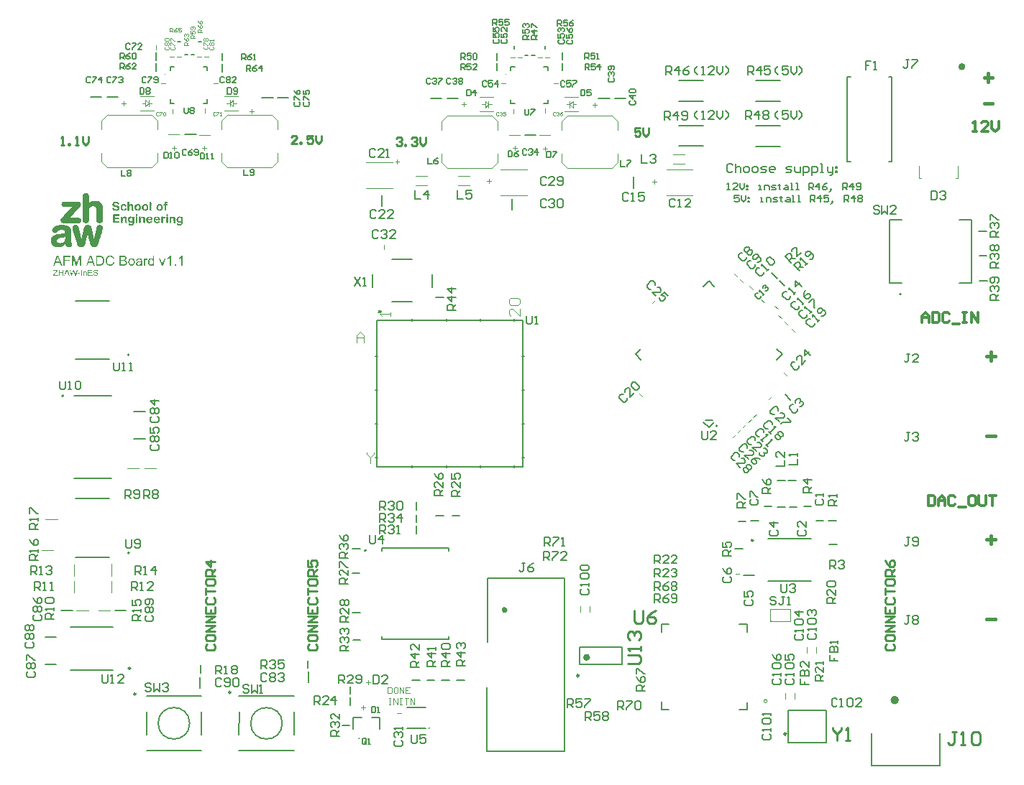
<source format=gbr>
%TF.GenerationSoftware,Altium Limited,Altium Designer,23.5.1 (21)*%
G04 Layer_Color=65535*
%FSLAX45Y45*%
%MOMM*%
%TF.SameCoordinates,DF551FB5-6F85-4ABD-ABAF-5ACF3DF1BB5E*%
%TF.FilePolarity,Positive*%
%TF.FileFunction,Legend,Top*%
%TF.Part,Single*%
G01*
G75*
%TA.AperFunction,NonConductor*%
%ADD81C,0.25400*%
%ADD94C,0.20000*%
%ADD95C,0.15000*%
%ADD96C,0.10000*%
%ADD97C,0.12700*%
%ADD98C,0.30000*%
%ADD115C,0.40000*%
%ADD116C,0.25000*%
%ADD117C,0.00000*%
%ADD118C,0.37000*%
%ADD119C,0.50000*%
%ADD120C,0.15240*%
%ADD121C,0.05000*%
%ADD122C,0.13000*%
G36*
X856878Y6637157D02*
X858044D01*
Y6635992D01*
X859209D01*
Y6637157D01*
X860374D01*
Y6635992D01*
X863871D01*
Y6634826D01*
X865037D01*
Y6635992D01*
X866202D01*
Y6634826D01*
X867367D01*
Y6633661D01*
X870864D01*
Y6632495D01*
X872029D01*
Y6631330D01*
X875526D01*
Y6630165D01*
X876691D01*
Y6628999D01*
X877857D01*
Y6627834D01*
X879023D01*
Y6626668D01*
X880188D01*
Y6625502D01*
X881354D01*
Y6624337D01*
X882519D01*
Y6623171D01*
X883685D01*
Y6622006D01*
X884850D01*
Y6620840D01*
X883685D01*
Y6619675D01*
X886016D01*
Y6618509D01*
Y6617344D01*
X887181D01*
Y6616178D01*
X888347D01*
Y6615013D01*
X889512D01*
Y6613848D01*
X888347D01*
Y6612682D01*
X889512D01*
Y6611516D01*
Y6610351D01*
X890677D01*
Y6609185D01*
Y6608020D01*
X891843D01*
Y6606854D01*
X890677D01*
Y6605689D01*
X891843D01*
Y6604523D01*
X890677D01*
Y6603358D01*
X891843D01*
Y6602192D01*
Y6601027D01*
Y6599862D01*
Y6598696D01*
Y6597531D01*
Y6596365D01*
Y6595199D01*
Y6594034D01*
Y6592869D01*
Y6591703D01*
Y6590537D01*
Y6589372D01*
Y6588207D01*
Y6587041D01*
Y6585875D01*
Y6584710D01*
Y6583545D01*
Y6582379D01*
Y6581213D01*
Y6580048D01*
Y6578882D01*
Y6577717D01*
Y6576551D01*
Y6575386D01*
Y6574220D01*
Y6573055D01*
Y6571889D01*
Y6570724D01*
Y6569559D01*
Y6568393D01*
Y6567228D01*
Y6566062D01*
Y6564896D01*
Y6563731D01*
Y6562565D01*
Y6561400D01*
Y6560235D01*
Y6559069D01*
Y6557904D01*
Y6556738D01*
Y6555572D01*
Y6554407D01*
Y6553241D01*
Y6552076D01*
Y6550910D01*
Y6549745D01*
Y6548579D01*
Y6547414D01*
Y6546249D01*
Y6545083D01*
Y6543918D01*
Y6542752D01*
Y6541586D01*
Y6540421D01*
Y6539256D01*
Y6538090D01*
Y6536925D01*
Y6535759D01*
Y6534594D01*
Y6533428D01*
Y6532263D01*
Y6531097D01*
Y6529932D01*
Y6528766D01*
Y6527601D01*
Y6526435D01*
Y6525270D01*
Y6524104D01*
Y6522938D01*
Y6521773D01*
Y6520608D01*
Y6519442D01*
Y6518277D01*
X893008D01*
Y6517111D01*
X894174D01*
Y6518277D01*
Y6519442D01*
X896505D01*
Y6520608D01*
X895339D01*
Y6521773D01*
X898836D01*
Y6522938D01*
X900002D01*
Y6524104D01*
X901167D01*
Y6525270D01*
X902332D01*
Y6526435D01*
X903498D01*
Y6527601D01*
X904664D01*
Y6528766D01*
X908160D01*
Y6529932D01*
X906995D01*
Y6531097D01*
X908160D01*
Y6529932D01*
X909326D01*
Y6531097D01*
X910491D01*
Y6532263D01*
X911657D01*
Y6533428D01*
X912822D01*
Y6532263D01*
X913988D01*
Y6533428D01*
X915153D01*
Y6534594D01*
X916318D01*
Y6535759D01*
X919815D01*
Y6536925D01*
X920980D01*
Y6535759D01*
X922146D01*
Y6536925D01*
X923311D01*
Y6538090D01*
X924477D01*
Y6539256D01*
X925642D01*
Y6540421D01*
X926808D01*
Y6539256D01*
X927974D01*
Y6540421D01*
X931470D01*
Y6541586D01*
X932635D01*
Y6540421D01*
X933801D01*
Y6541586D01*
X934966D01*
Y6540421D01*
X936132D01*
Y6541586D01*
X934966D01*
Y6542752D01*
X936132D01*
Y6541586D01*
X937298D01*
Y6542752D01*
X940794D01*
Y6543918D01*
X941960D01*
Y6542752D01*
X943125D01*
Y6543918D01*
X944290D01*
Y6545083D01*
X945456D01*
Y6543918D01*
X946622D01*
Y6545083D01*
X947787D01*
Y6543918D01*
X948952D01*
Y6545083D01*
X961773D01*
Y6546249D01*
X962938D01*
Y6545083D01*
X980421D01*
Y6543918D01*
X981586D01*
Y6545083D01*
X982752D01*
Y6543918D01*
X983917D01*
Y6542752D01*
X985083D01*
Y6543918D01*
X986248D01*
Y6542752D01*
X987414D01*
Y6543918D01*
X988579D01*
Y6542752D01*
X992076D01*
Y6541586D01*
X993241D01*
Y6542752D01*
X994407D01*
Y6541586D01*
X995572D01*
Y6540421D01*
X999069D01*
Y6539256D01*
X1000234D01*
Y6540421D01*
X1001400D01*
Y6539256D01*
X1002565D01*
Y6538090D01*
X1006062D01*
Y6536925D01*
X1007227D01*
Y6535759D01*
X1010724D01*
Y6534594D01*
X1011889D01*
Y6533428D01*
X1015386D01*
Y6532263D01*
X1016551D01*
Y6531097D01*
X1017717D01*
Y6529932D01*
X1018882D01*
Y6531097D01*
X1020048D01*
Y6529932D01*
X1021213D01*
Y6528766D01*
X1022379D01*
Y6527601D01*
X1023544D01*
Y6526435D01*
X1024710D01*
Y6525270D01*
X1025875D01*
Y6524104D01*
X1027041D01*
Y6522938D01*
X1028206D01*
Y6521773D01*
X1029372D01*
Y6520608D01*
X1030537D01*
Y6519442D01*
X1031703D01*
Y6518277D01*
X1032868D01*
Y6517111D01*
X1034034D01*
Y6515946D01*
X1035199D01*
Y6514780D01*
X1036365D01*
Y6513614D01*
X1037530D01*
Y6512449D01*
X1038696D01*
Y6511283D01*
X1037530D01*
Y6510118D01*
X1038696D01*
Y6508953D01*
X1039861D01*
Y6507787D01*
X1041027D01*
Y6506622D01*
X1042192D01*
Y6505456D01*
Y6504291D01*
Y6503125D01*
X1043358D01*
Y6501960D01*
X1044523D01*
Y6500794D01*
X1045689D01*
Y6499629D01*
X1044523D01*
Y6498463D01*
X1045689D01*
Y6497298D01*
X1046854D01*
Y6496132D01*
Y6494967D01*
Y6493801D01*
X1048020D01*
Y6492635D01*
Y6491470D01*
Y6490305D01*
X1049185D01*
Y6489139D01*
X1050351D01*
Y6487974D01*
X1049185D01*
Y6486808D01*
X1050351D01*
Y6485643D01*
Y6484477D01*
Y6483311D01*
X1051516D01*
Y6482146D01*
Y6480981D01*
Y6479815D01*
X1052682D01*
Y6478650D01*
X1051516D01*
Y6477484D01*
X1052682D01*
Y6476319D01*
X1051516D01*
Y6475153D01*
X1052682D01*
Y6473988D01*
Y6472822D01*
Y6471657D01*
X1053847D01*
Y6470491D01*
Y6469326D01*
Y6468160D01*
X1055013D01*
Y6466995D01*
X1053847D01*
Y6465829D01*
X1055013D01*
Y6464663D01*
X1053847D01*
Y6463498D01*
X1055013D01*
Y6462333D01*
X1053847D01*
Y6461167D01*
X1055013D01*
Y6460002D01*
X1053847D01*
Y6458836D01*
X1055013D01*
Y6457671D01*
X1053847D01*
Y6456505D01*
X1055013D01*
Y6455340D01*
X1053847D01*
Y6454174D01*
X1055013D01*
Y6453009D01*
X1053847D01*
Y6451843D01*
X1055013D01*
Y6450678D01*
X1053847D01*
Y6449512D01*
X1055013D01*
Y6448347D01*
X1053847D01*
Y6447181D01*
X1055013D01*
Y6446016D01*
X1053847D01*
Y6444850D01*
X1055013D01*
Y6443685D01*
X1053847D01*
Y6442519D01*
X1055013D01*
Y6441354D01*
X1053847D01*
Y6440188D01*
X1055013D01*
Y6439023D01*
X1053847D01*
Y6437857D01*
X1055013D01*
Y6436692D01*
X1053847D01*
Y6435526D01*
X1055013D01*
Y6434361D01*
X1053847D01*
Y6433195D01*
X1055013D01*
Y6432030D01*
X1053847D01*
Y6430864D01*
X1055013D01*
Y6429699D01*
X1053847D01*
Y6428533D01*
X1055013D01*
Y6427368D01*
X1053847D01*
Y6426202D01*
X1055013D01*
Y6425036D01*
X1053847D01*
Y6423871D01*
X1055013D01*
Y6422706D01*
X1053847D01*
Y6421540D01*
X1055013D01*
Y6420375D01*
X1053847D01*
Y6419209D01*
X1055013D01*
Y6418044D01*
X1053847D01*
Y6416878D01*
X1055013D01*
Y6415713D01*
X1053847D01*
Y6414547D01*
X1055013D01*
Y6413382D01*
X1053847D01*
Y6412216D01*
X1055013D01*
Y6411051D01*
X1053847D01*
Y6409885D01*
X1055013D01*
Y6408720D01*
X1053847D01*
Y6407554D01*
X1055013D01*
Y6406389D01*
X1053847D01*
Y6405223D01*
X1055013D01*
Y6404058D01*
X1053847D01*
Y6402892D01*
X1055013D01*
Y6401727D01*
X1053847D01*
Y6400561D01*
X1055013D01*
Y6399396D01*
X1053847D01*
Y6398230D01*
X1055013D01*
Y6397065D01*
X1053847D01*
Y6395899D01*
X1055013D01*
Y6394733D01*
X1053847D01*
Y6393569D01*
X1055013D01*
Y6392403D01*
X1053847D01*
Y6391237D01*
X1055013D01*
Y6390072D01*
X1053847D01*
Y6388906D01*
X1055013D01*
Y6387741D01*
X1053847D01*
Y6386575D01*
X1055013D01*
Y6385410D01*
X1053847D01*
Y6384245D01*
X1055013D01*
Y6383079D01*
X1053847D01*
Y6381913D01*
X1055013D01*
Y6380748D01*
X1053847D01*
Y6379582D01*
X1055013D01*
Y6378417D01*
X1053847D01*
Y6377251D01*
X1055013D01*
Y6376086D01*
X1053847D01*
Y6374920D01*
X1055013D01*
Y6373755D01*
X1053847D01*
Y6372589D01*
X1055013D01*
Y6371424D01*
X1053847D01*
Y6370258D01*
X1055013D01*
Y6369093D01*
X1053847D01*
Y6367927D01*
X1055013D01*
Y6366762D01*
X1053847D01*
Y6365596D01*
X1055013D01*
Y6364431D01*
X1053847D01*
Y6363265D01*
X1055013D01*
Y6362100D01*
X1053847D01*
Y6360934D01*
X1055013D01*
Y6359769D01*
X1053847D01*
Y6358603D01*
X1055013D01*
Y6357438D01*
X1053847D01*
Y6356272D01*
X1055013D01*
Y6355107D01*
X1053847D01*
Y6353942D01*
X1055013D01*
Y6352776D01*
X1053847D01*
Y6351610D01*
X1055013D01*
Y6350445D01*
X1053847D01*
Y6349279D01*
X1055013D01*
Y6348114D01*
X1053847D01*
Y6346948D01*
X1055013D01*
Y6345783D01*
X1053847D01*
Y6344617D01*
X1055013D01*
Y6343452D01*
X1053847D01*
Y6342286D01*
X1055013D01*
Y6341121D01*
X1053847D01*
Y6339955D01*
X1055013D01*
Y6338790D01*
X1053847D01*
Y6337624D01*
X1055013D01*
Y6336459D01*
X1053847D01*
Y6335293D01*
X1055013D01*
Y6334128D01*
X1053847D01*
Y6332962D01*
X1055013D01*
Y6331797D01*
X1053847D01*
Y6330631D01*
X1055013D01*
Y6329466D01*
X1053847D01*
Y6328301D01*
X1055013D01*
Y6327135D01*
X1053847D01*
Y6325970D01*
X1055013D01*
Y6324804D01*
X1053847D01*
Y6323638D01*
X1055013D01*
Y6322473D01*
X1053847D01*
Y6321307D01*
X1055013D01*
Y6320142D01*
X1053847D01*
Y6318976D01*
X1055013D01*
Y6317811D01*
X1053847D01*
Y6316645D01*
X1055013D01*
Y6315480D01*
X1053847D01*
Y6314315D01*
X1055013D01*
Y6313149D01*
X1053847D01*
Y6311983D01*
X1055013D01*
Y6310818D01*
X1053847D01*
Y6309652D01*
X1052682D01*
Y6308487D01*
Y6307321D01*
Y6306156D01*
Y6304991D01*
Y6303825D01*
X1051516D01*
Y6302659D01*
X1052682D01*
Y6301494D01*
X1051516D01*
Y6302659D01*
X1050351D01*
Y6301494D01*
Y6300329D01*
Y6299163D01*
X1049185D01*
Y6297997D01*
X1048020D01*
Y6296832D01*
X1046854D01*
Y6295667D01*
X1048020D01*
Y6294501D01*
X1045689D01*
Y6293335D01*
Y6292170D01*
X1044523D01*
Y6291005D01*
X1043358D01*
Y6289839D01*
X1042192D01*
Y6288673D01*
X1041027D01*
Y6287508D01*
X1037530D01*
Y6286343D01*
X1036365D01*
Y6285177D01*
X1035199D01*
Y6284011D01*
X1034034D01*
Y6285177D01*
X1032868D01*
Y6284011D01*
X1034034D01*
Y6282846D01*
X1032868D01*
Y6284011D01*
X1031703D01*
Y6282846D01*
X1030537D01*
Y6281680D01*
X1029372D01*
Y6282846D01*
X1028206D01*
Y6281680D01*
X1027041D01*
Y6280515D01*
X1025875D01*
Y6281680D01*
X1024710D01*
Y6280515D01*
X1021213D01*
Y6279349D01*
X1020048D01*
Y6280515D01*
X1018882D01*
Y6279349D01*
X1017717D01*
Y6280515D01*
X1016551D01*
Y6279349D01*
X1015386D01*
Y6280515D01*
X1014220D01*
Y6279349D01*
X1013055D01*
Y6280515D01*
X1011889D01*
Y6279349D01*
X1010724D01*
Y6280515D01*
X1009558D01*
Y6279349D01*
X1008392D01*
Y6280515D01*
X1004896D01*
Y6281680D01*
X1003731D01*
Y6282846D01*
X1002565D01*
Y6281680D01*
X1003731D01*
Y6280515D01*
X1002565D01*
Y6281680D01*
X1001400D01*
Y6282846D01*
X997904D01*
Y6284011D01*
X996738D01*
Y6285177D01*
X993241D01*
Y6286343D01*
X992076D01*
Y6287508D01*
X990910D01*
Y6288673D01*
X989745D01*
Y6289839D01*
X988579D01*
Y6291005D01*
X987414D01*
Y6292170D01*
X986248D01*
Y6293335D01*
X985083D01*
Y6294501D01*
X983917D01*
Y6295667D01*
X982752D01*
Y6296832D01*
X981586D01*
Y6297997D01*
X982752D01*
Y6299163D01*
X981586D01*
Y6300329D01*
X980421D01*
Y6301494D01*
X979255D01*
Y6302659D01*
X980421D01*
Y6303825D01*
X979255D01*
Y6304991D01*
X978090D01*
Y6306156D01*
X976925D01*
Y6307321D01*
X978090D01*
Y6308487D01*
X976925D01*
Y6309652D01*
X978090D01*
Y6310818D01*
X976925D01*
Y6311983D01*
X978090D01*
Y6313149D01*
X976925D01*
Y6314315D01*
Y6315480D01*
Y6316645D01*
Y6317811D01*
Y6318976D01*
Y6320142D01*
Y6321307D01*
X975759D01*
Y6322473D01*
X976925D01*
Y6323638D01*
Y6324804D01*
Y6325970D01*
Y6327135D01*
Y6328301D01*
Y6329466D01*
Y6330631D01*
X975759D01*
Y6331797D01*
X976925D01*
Y6332962D01*
Y6334128D01*
Y6335293D01*
Y6336459D01*
Y6337624D01*
Y6338790D01*
Y6339955D01*
X975759D01*
Y6341121D01*
X976925D01*
Y6342286D01*
Y6343452D01*
Y6344617D01*
Y6345783D01*
Y6346948D01*
Y6348114D01*
Y6349279D01*
X975759D01*
Y6350445D01*
X976925D01*
Y6351610D01*
Y6352776D01*
Y6353942D01*
Y6355107D01*
Y6356272D01*
Y6357438D01*
Y6358603D01*
X975759D01*
Y6359769D01*
X976925D01*
Y6360934D01*
Y6362100D01*
Y6363265D01*
Y6364431D01*
Y6365596D01*
Y6366762D01*
Y6367927D01*
X975759D01*
Y6369093D01*
X976925D01*
Y6370258D01*
Y6371424D01*
Y6372589D01*
Y6373755D01*
Y6374920D01*
Y6376086D01*
Y6377251D01*
X975759D01*
Y6378417D01*
X976925D01*
Y6379582D01*
Y6380748D01*
Y6381913D01*
Y6383079D01*
Y6384245D01*
Y6385410D01*
Y6386575D01*
X975759D01*
Y6387741D01*
X976925D01*
Y6388906D01*
Y6390072D01*
Y6391237D01*
Y6392403D01*
Y6393569D01*
Y6394733D01*
Y6395899D01*
X975759D01*
Y6397065D01*
X976925D01*
Y6398230D01*
Y6399396D01*
Y6400561D01*
Y6401727D01*
Y6402892D01*
Y6404058D01*
Y6405223D01*
X975759D01*
Y6406389D01*
X976925D01*
Y6407554D01*
Y6408720D01*
Y6409885D01*
Y6411051D01*
Y6412216D01*
Y6413382D01*
Y6414547D01*
X975759D01*
Y6415713D01*
X976925D01*
Y6416878D01*
Y6418044D01*
Y6419209D01*
Y6420375D01*
Y6421540D01*
Y6422706D01*
Y6423871D01*
X975759D01*
Y6425036D01*
X976925D01*
Y6426202D01*
Y6427368D01*
Y6428533D01*
Y6429699D01*
Y6430864D01*
Y6432030D01*
Y6433195D01*
X975759D01*
Y6434361D01*
X976925D01*
Y6435526D01*
Y6436692D01*
Y6437857D01*
Y6439023D01*
Y6440188D01*
X975759D01*
Y6441354D01*
X976925D01*
Y6442519D01*
X975759D01*
Y6443685D01*
X974593D01*
Y6444850D01*
X975759D01*
Y6446016D01*
X974593D01*
Y6447181D01*
X975759D01*
Y6448347D01*
X974593D01*
Y6449512D01*
X975759D01*
Y6450678D01*
X974593D01*
Y6451843D01*
X975759D01*
Y6453009D01*
X974593D01*
Y6454174D01*
X973428D01*
Y6455340D01*
X972262D01*
Y6456505D01*
X973428D01*
Y6457671D01*
X972262D01*
Y6458836D01*
X973428D01*
Y6460002D01*
X972262D01*
Y6461167D01*
X971097D01*
Y6462333D01*
X969931D01*
Y6463498D01*
X971097D01*
Y6464663D01*
X968766D01*
Y6465829D01*
Y6466995D01*
X967601D01*
Y6468160D01*
X966435D01*
Y6469326D01*
X965269D01*
Y6470491D01*
X964104D01*
Y6471657D01*
X962938D01*
Y6472822D01*
X961773D01*
Y6473988D01*
X958276D01*
Y6475153D01*
X957111D01*
Y6476319D01*
X953614D01*
Y6477484D01*
X952449D01*
Y6478650D01*
X951283D01*
Y6477484D01*
X952449D01*
Y6476319D01*
X951283D01*
Y6477484D01*
X950118D01*
Y6478650D01*
X944290D01*
Y6479815D01*
X943125D01*
Y6478650D01*
X939628D01*
Y6479815D01*
X938463D01*
Y6478650D01*
X937298D01*
Y6479815D01*
X936132D01*
Y6478650D01*
X934966D01*
Y6479815D01*
X933801D01*
Y6478650D01*
X927974D01*
Y6477484D01*
X924477D01*
Y6476319D01*
X920980D01*
Y6475153D01*
X919815D01*
Y6473988D01*
X916318D01*
Y6472822D01*
X915153D01*
Y6471657D01*
X911657D01*
Y6470491D01*
X912822D01*
Y6469326D01*
X911657D01*
Y6470491D01*
X910491D01*
Y6469326D01*
X909326D01*
Y6468160D01*
X908160D01*
Y6466995D01*
X906995D01*
Y6465829D01*
X905829D01*
Y6464663D01*
X904664D01*
Y6463498D01*
X903498D01*
Y6462333D01*
X902332D01*
Y6461167D01*
X901167D01*
Y6460002D01*
X900002D01*
Y6458836D01*
X901167D01*
Y6457671D01*
X900002D01*
Y6456505D01*
X898836D01*
Y6455340D01*
X897671D01*
Y6454174D01*
Y6453009D01*
X896505D01*
Y6451843D01*
Y6450678D01*
X895339D01*
Y6449512D01*
X896505D01*
Y6448347D01*
X895339D01*
Y6447181D01*
X894174D01*
Y6446016D01*
Y6444850D01*
Y6443685D01*
X893008D01*
Y6442519D01*
X894174D01*
Y6441354D01*
X893008D01*
Y6440188D01*
Y6439023D01*
Y6437857D01*
X891843D01*
Y6436692D01*
X893008D01*
Y6435526D01*
X891843D01*
Y6434361D01*
Y6433195D01*
Y6432030D01*
Y6430864D01*
Y6429699D01*
Y6428533D01*
Y6427368D01*
Y6426202D01*
Y6425036D01*
Y6423871D01*
Y6422706D01*
Y6421540D01*
Y6420375D01*
Y6419209D01*
Y6418044D01*
Y6416878D01*
Y6415713D01*
Y6414547D01*
Y6413382D01*
Y6412216D01*
Y6411051D01*
Y6409885D01*
Y6408720D01*
Y6407554D01*
Y6406389D01*
Y6405223D01*
Y6404058D01*
Y6402892D01*
Y6401727D01*
Y6400561D01*
Y6399396D01*
Y6398230D01*
Y6397065D01*
Y6395899D01*
Y6394733D01*
Y6393569D01*
Y6392403D01*
Y6391237D01*
Y6390072D01*
Y6388906D01*
Y6387741D01*
Y6386575D01*
Y6385410D01*
Y6384245D01*
Y6383079D01*
Y6381913D01*
Y6380748D01*
Y6379582D01*
Y6378417D01*
Y6377251D01*
Y6376086D01*
Y6374920D01*
Y6373755D01*
Y6372589D01*
Y6371424D01*
Y6370258D01*
Y6369093D01*
Y6367927D01*
Y6366762D01*
Y6365596D01*
Y6364431D01*
Y6363265D01*
Y6362100D01*
Y6360934D01*
Y6359769D01*
Y6358603D01*
Y6357438D01*
Y6356272D01*
Y6355107D01*
Y6353942D01*
Y6352776D01*
Y6351610D01*
Y6350445D01*
Y6349279D01*
Y6348114D01*
Y6346948D01*
Y6345783D01*
Y6344617D01*
Y6343452D01*
Y6342286D01*
Y6341121D01*
Y6339955D01*
Y6338790D01*
Y6337624D01*
Y6336459D01*
Y6335293D01*
Y6334128D01*
Y6332962D01*
Y6331797D01*
Y6330631D01*
Y6329466D01*
Y6328301D01*
Y6327135D01*
Y6325970D01*
Y6324804D01*
Y6323638D01*
Y6322473D01*
Y6321307D01*
Y6320142D01*
Y6318976D01*
Y6317811D01*
Y6316645D01*
Y6315480D01*
X890677D01*
Y6314315D01*
X891843D01*
Y6313149D01*
X890677D01*
Y6311983D01*
X891843D01*
Y6310818D01*
X890677D01*
Y6309652D01*
X891843D01*
Y6308487D01*
X890677D01*
Y6307321D01*
Y6306156D01*
Y6304991D01*
X889512D01*
Y6303825D01*
X888347D01*
Y6302659D01*
X889512D01*
Y6301494D01*
X888347D01*
Y6300329D01*
X887181D01*
Y6299163D01*
X886016D01*
Y6297997D01*
Y6296832D01*
X884850D01*
Y6295667D01*
Y6294501D01*
X883685D01*
Y6293335D01*
X882519D01*
Y6292170D01*
X881354D01*
Y6291005D01*
X880188D01*
Y6289839D01*
X879023D01*
Y6288673D01*
X877857D01*
Y6287508D01*
X876691D01*
Y6286343D01*
X874361D01*
Y6285177D01*
X872029D01*
Y6284011D01*
X870864D01*
Y6285177D01*
X869699D01*
Y6284011D01*
X870864D01*
Y6282846D01*
X867367D01*
Y6281680D01*
X863871D01*
Y6280515D01*
X860374D01*
Y6279349D01*
X859209D01*
Y6280515D01*
X858044D01*
Y6279349D01*
X856878D01*
Y6280515D01*
X855713D01*
Y6279349D01*
X854547D01*
Y6280515D01*
X853382D01*
Y6279349D01*
X852216D01*
Y6280515D01*
X851051D01*
Y6279349D01*
X849885D01*
Y6280515D01*
X848720D01*
Y6279349D01*
X847554D01*
Y6280515D01*
X841727D01*
Y6281680D01*
X840561D01*
Y6282846D01*
X839396D01*
Y6281680D01*
X840561D01*
Y6280515D01*
X839396D01*
Y6281680D01*
X838230D01*
Y6282846D01*
X834734D01*
Y6284011D01*
X833568D01*
Y6285177D01*
X832402D01*
Y6286343D01*
X831237D01*
Y6287508D01*
X827741D01*
Y6288673D01*
X826575D01*
Y6289839D01*
X825410D01*
Y6291005D01*
X824244D01*
Y6292170D01*
X823079D01*
Y6293335D01*
X821913D01*
Y6294501D01*
X820748D01*
Y6295667D01*
X821913D01*
Y6296832D01*
X818417D01*
Y6297997D01*
X819582D01*
Y6299163D01*
X818417D01*
Y6300329D01*
Y6301494D01*
X817251D01*
Y6302659D01*
Y6303825D01*
X816086D01*
Y6304991D01*
X817251D01*
Y6306156D01*
X816086D01*
Y6307321D01*
X814920D01*
Y6308487D01*
Y6309652D01*
Y6310818D01*
X813755D01*
Y6311983D01*
X814920D01*
Y6313149D01*
X813755D01*
Y6314315D01*
X814920D01*
Y6315480D01*
X813755D01*
Y6316645D01*
X814920D01*
Y6317811D01*
X813755D01*
Y6318976D01*
Y6320142D01*
Y6321307D01*
X814920D01*
Y6322473D01*
X813755D01*
Y6323638D01*
Y6324804D01*
Y6325970D01*
X814920D01*
Y6327135D01*
X813755D01*
Y6328301D01*
Y6329466D01*
Y6330631D01*
X814920D01*
Y6331797D01*
X813755D01*
Y6332962D01*
Y6334128D01*
Y6335293D01*
X814920D01*
Y6336459D01*
X813755D01*
Y6337624D01*
Y6338790D01*
Y6339955D01*
X814920D01*
Y6341121D01*
X813755D01*
Y6342286D01*
Y6343452D01*
Y6344617D01*
X814920D01*
Y6345783D01*
X813755D01*
Y6346948D01*
Y6348114D01*
Y6349279D01*
X814920D01*
Y6350445D01*
X813755D01*
Y6351610D01*
Y6352776D01*
Y6353942D01*
X814920D01*
Y6355107D01*
X813755D01*
Y6356272D01*
Y6357438D01*
Y6358603D01*
X814920D01*
Y6359769D01*
X813755D01*
Y6360934D01*
Y6362100D01*
Y6363265D01*
X814920D01*
Y6364431D01*
X813755D01*
Y6365596D01*
Y6366762D01*
Y6367927D01*
X814920D01*
Y6369093D01*
X813755D01*
Y6370258D01*
Y6371424D01*
Y6372589D01*
X814920D01*
Y6373755D01*
X813755D01*
Y6374920D01*
Y6376086D01*
Y6377251D01*
X814920D01*
Y6378417D01*
X813755D01*
Y6379582D01*
Y6380748D01*
Y6381913D01*
X814920D01*
Y6383079D01*
X813755D01*
Y6384245D01*
Y6385410D01*
Y6386575D01*
X814920D01*
Y6387741D01*
X813755D01*
Y6388906D01*
Y6390072D01*
Y6391237D01*
X814920D01*
Y6392403D01*
X813755D01*
Y6393569D01*
Y6394733D01*
Y6395899D01*
X814920D01*
Y6397065D01*
X813755D01*
Y6398230D01*
Y6399396D01*
Y6400561D01*
X814920D01*
Y6401727D01*
X813755D01*
Y6402892D01*
Y6404058D01*
Y6405223D01*
X814920D01*
Y6406389D01*
X813755D01*
Y6407554D01*
Y6408720D01*
Y6409885D01*
X814920D01*
Y6411051D01*
X813755D01*
Y6412216D01*
Y6413382D01*
Y6414547D01*
X814920D01*
Y6415713D01*
X813755D01*
Y6416878D01*
Y6418044D01*
Y6419209D01*
X814920D01*
Y6420375D01*
X813755D01*
Y6421540D01*
Y6422706D01*
Y6423871D01*
X814920D01*
Y6425036D01*
X813755D01*
Y6426202D01*
Y6427368D01*
Y6428533D01*
X814920D01*
Y6429699D01*
X813755D01*
Y6430864D01*
Y6432030D01*
Y6433195D01*
X814920D01*
Y6434361D01*
X813755D01*
Y6435526D01*
Y6436692D01*
Y6437857D01*
X814920D01*
Y6439023D01*
X813755D01*
Y6440188D01*
Y6441354D01*
Y6442519D01*
X814920D01*
Y6443685D01*
X813755D01*
Y6444850D01*
Y6446016D01*
Y6447181D01*
X814920D01*
Y6448347D01*
X813755D01*
Y6449512D01*
Y6450678D01*
Y6451843D01*
X814920D01*
Y6453009D01*
X813755D01*
Y6454174D01*
Y6455340D01*
Y6456505D01*
X814920D01*
Y6457671D01*
X813755D01*
Y6458836D01*
Y6460002D01*
Y6461167D01*
X814920D01*
Y6462333D01*
X813755D01*
Y6463498D01*
Y6464663D01*
Y6465829D01*
X814920D01*
Y6466995D01*
X813755D01*
Y6468160D01*
Y6469326D01*
Y6470491D01*
X814920D01*
Y6471657D01*
X813755D01*
Y6472822D01*
Y6473988D01*
Y6475153D01*
X814920D01*
Y6476319D01*
X813755D01*
Y6477484D01*
Y6478650D01*
Y6479815D01*
X814920D01*
Y6480981D01*
X813755D01*
Y6482146D01*
Y6483311D01*
Y6484477D01*
X814920D01*
Y6485643D01*
X813755D01*
Y6486808D01*
Y6487974D01*
Y6489139D01*
X814920D01*
Y6490305D01*
X813755D01*
Y6491470D01*
Y6492635D01*
Y6493801D01*
X814920D01*
Y6494967D01*
X813755D01*
Y6496132D01*
Y6497298D01*
Y6498463D01*
X814920D01*
Y6499629D01*
X813755D01*
Y6500794D01*
Y6501960D01*
Y6503125D01*
X814920D01*
Y6504291D01*
X813755D01*
Y6505456D01*
Y6506622D01*
Y6507787D01*
X814920D01*
Y6508953D01*
X813755D01*
Y6510118D01*
Y6511283D01*
Y6512449D01*
X814920D01*
Y6513614D01*
X813755D01*
Y6514780D01*
Y6515946D01*
Y6517111D01*
X814920D01*
Y6518277D01*
X813755D01*
Y6519442D01*
Y6520608D01*
Y6521773D01*
X814920D01*
Y6522938D01*
X813755D01*
Y6524104D01*
Y6525270D01*
Y6526435D01*
X814920D01*
Y6527601D01*
X813755D01*
Y6528766D01*
Y6529932D01*
Y6531097D01*
X814920D01*
Y6532263D01*
X813755D01*
Y6533428D01*
Y6534594D01*
Y6535759D01*
X814920D01*
Y6536925D01*
X813755D01*
Y6538090D01*
Y6539256D01*
Y6540421D01*
X814920D01*
Y6541586D01*
X813755D01*
Y6542752D01*
Y6543918D01*
Y6545083D01*
X814920D01*
Y6546249D01*
X813755D01*
Y6547414D01*
Y6548579D01*
Y6549745D01*
X814920D01*
Y6550910D01*
X813755D01*
Y6552076D01*
Y6553241D01*
Y6554407D01*
X814920D01*
Y6555572D01*
X813755D01*
Y6556738D01*
Y6557904D01*
Y6559069D01*
X814920D01*
Y6560235D01*
X813755D01*
Y6561400D01*
Y6562565D01*
Y6563731D01*
X814920D01*
Y6564896D01*
X813755D01*
Y6566062D01*
Y6567228D01*
Y6568393D01*
X814920D01*
Y6569559D01*
X813755D01*
Y6570724D01*
Y6571889D01*
Y6573055D01*
X814920D01*
Y6574220D01*
X813755D01*
Y6575386D01*
Y6576551D01*
Y6577717D01*
X814920D01*
Y6578882D01*
X813755D01*
Y6580048D01*
Y6581213D01*
Y6582379D01*
X814920D01*
Y6583545D01*
X813755D01*
Y6584710D01*
Y6585875D01*
Y6587041D01*
X814920D01*
Y6588207D01*
X813755D01*
Y6589372D01*
Y6590537D01*
Y6591703D01*
X814920D01*
Y6592869D01*
X813755D01*
Y6594034D01*
Y6595199D01*
Y6596365D01*
X814920D01*
Y6597531D01*
X813755D01*
Y6598696D01*
Y6599862D01*
Y6601027D01*
X814920D01*
Y6602192D01*
X813755D01*
Y6603358D01*
X814920D01*
Y6604523D01*
X813755D01*
Y6605689D01*
X814920D01*
Y6606854D01*
Y6608020D01*
Y6609185D01*
X816086D01*
Y6610351D01*
Y6611516D01*
Y6612682D01*
X817251D01*
Y6613848D01*
X816086D01*
Y6615013D01*
X817251D01*
Y6616178D01*
X818417D01*
Y6617344D01*
X819582D01*
Y6618509D01*
X818417D01*
Y6619675D01*
X821913D01*
Y6620840D01*
X820748D01*
Y6622006D01*
X821913D01*
Y6623171D01*
X823079D01*
Y6624337D01*
X824244D01*
Y6625502D01*
X825410D01*
Y6626668D01*
X826575D01*
Y6627834D01*
X827741D01*
Y6628999D01*
X830071D01*
Y6630165D01*
Y6631330D01*
X833568D01*
Y6632495D01*
X834734D01*
Y6633661D01*
X838230D01*
Y6634826D01*
X839396D01*
Y6635992D01*
X840561D01*
Y6634826D01*
X841727D01*
Y6635992D01*
X845223D01*
Y6637157D01*
X846388D01*
Y6635992D01*
X847554D01*
Y6637157D01*
X846388D01*
Y6638323D01*
X847554D01*
Y6637157D01*
X848720D01*
Y6635992D01*
X849885D01*
Y6637157D01*
X851051D01*
Y6638323D01*
X852216D01*
Y6637157D01*
X855713D01*
Y6635992D01*
X856878D01*
Y6637157D01*
X855713D01*
Y6638323D01*
X856878D01*
Y6637157D01*
D02*
G37*
G36*
X1810255Y6532263D02*
X1811421D01*
Y6531097D01*
X1814917D01*
Y6529932D01*
Y6528766D01*
X1816083D01*
Y6527601D01*
Y6526435D01*
X1817248D01*
Y6525270D01*
X1816083D01*
Y6524104D01*
X1817248D01*
Y6522938D01*
X1816083D01*
Y6521773D01*
X1817248D01*
Y6520608D01*
X1816083D01*
Y6519442D01*
X1814917D01*
Y6518277D01*
X1813752D01*
Y6517111D01*
X1812586D01*
Y6515946D01*
X1811421D01*
Y6517111D01*
X1810255D01*
Y6515946D01*
X1809090D01*
Y6517111D01*
X1807924D01*
Y6515946D01*
X1806759D01*
Y6517111D01*
X1805593D01*
Y6515946D01*
X1802097D01*
Y6514780D01*
Y6513614D01*
Y6512449D01*
X1800932D01*
Y6511283D01*
X1799766D01*
Y6510118D01*
X1800932D01*
Y6508953D01*
Y6507787D01*
Y6506622D01*
Y6505456D01*
Y6504291D01*
X1802097D01*
Y6503125D01*
X1812586D01*
Y6501960D01*
X1813752D01*
Y6500794D01*
X1816083D01*
Y6499629D01*
Y6498463D01*
X1817248D01*
Y6497298D01*
X1816083D01*
Y6496132D01*
X1817248D01*
Y6494967D01*
X1816083D01*
Y6493801D01*
X1817248D01*
Y6492635D01*
X1816083D01*
Y6491470D01*
X1814917D01*
Y6490305D01*
X1811421D01*
Y6489139D01*
X1810255D01*
Y6490305D01*
X1809090D01*
Y6489139D01*
X1807924D01*
Y6490305D01*
X1806759D01*
Y6489139D01*
X1807924D01*
Y6487974D01*
X1806759D01*
Y6489139D01*
X1803263D01*
Y6490305D01*
X1802097D01*
Y6489139D01*
X1800932D01*
Y6487974D01*
Y6486808D01*
Y6485643D01*
X1802097D01*
Y6484477D01*
X1800932D01*
Y6483311D01*
X1799766D01*
Y6482146D01*
X1800932D01*
Y6480981D01*
Y6479815D01*
Y6478650D01*
Y6477484D01*
Y6476319D01*
X1802097D01*
Y6475153D01*
X1800932D01*
Y6473988D01*
X1799766D01*
Y6472822D01*
X1800932D01*
Y6471657D01*
Y6470491D01*
Y6469326D01*
Y6468160D01*
Y6466995D01*
X1802097D01*
Y6465829D01*
X1800932D01*
Y6464663D01*
X1799766D01*
Y6463498D01*
X1800932D01*
Y6462333D01*
Y6461167D01*
Y6460002D01*
Y6458836D01*
Y6457671D01*
X1802097D01*
Y6456505D01*
X1800932D01*
Y6455340D01*
X1799766D01*
Y6454174D01*
X1800932D01*
Y6453009D01*
Y6451843D01*
Y6450678D01*
Y6449512D01*
Y6448347D01*
X1802097D01*
Y6447181D01*
X1800932D01*
Y6446016D01*
X1799766D01*
Y6444850D01*
X1800932D01*
Y6443685D01*
Y6442519D01*
Y6441354D01*
Y6440188D01*
Y6439023D01*
X1802097D01*
Y6437857D01*
X1800932D01*
Y6436692D01*
X1799766D01*
Y6435526D01*
X1800932D01*
Y6434361D01*
X1799766D01*
Y6433195D01*
X1800932D01*
Y6432030D01*
X1799766D01*
Y6430864D01*
X1798600D01*
Y6429699D01*
X1797435D01*
Y6428533D01*
X1796269D01*
Y6427368D01*
X1792773D01*
Y6426202D01*
X1791608D01*
Y6427368D01*
X1790442D01*
Y6426202D01*
X1789276D01*
Y6427368D01*
X1788111D01*
Y6426202D01*
X1786946D01*
Y6427368D01*
X1783449D01*
Y6428533D01*
X1782283D01*
Y6429699D01*
X1781118D01*
Y6430864D01*
X1782283D01*
Y6432030D01*
X1781118D01*
Y6433195D01*
X1779952D01*
Y6434361D01*
Y6435526D01*
Y6436692D01*
Y6437857D01*
Y6439023D01*
Y6440188D01*
Y6441354D01*
Y6442519D01*
Y6443685D01*
Y6444850D01*
Y6446016D01*
Y6447181D01*
Y6448347D01*
Y6449512D01*
Y6450678D01*
Y6451843D01*
Y6453009D01*
Y6454174D01*
Y6455340D01*
Y6456505D01*
Y6457671D01*
Y6458836D01*
Y6460002D01*
Y6461167D01*
Y6462333D01*
Y6463498D01*
Y6464663D01*
Y6465829D01*
Y6466995D01*
Y6468160D01*
Y6469326D01*
Y6470491D01*
Y6471657D01*
Y6472822D01*
Y6473988D01*
Y6475153D01*
Y6476319D01*
Y6477484D01*
Y6478650D01*
Y6479815D01*
Y6480981D01*
Y6482146D01*
Y6483311D01*
Y6484477D01*
Y6485643D01*
Y6486808D01*
Y6487974D01*
X1778787D01*
Y6489139D01*
X1775290D01*
Y6490305D01*
X1774125D01*
Y6489139D01*
X1772960D01*
Y6490305D01*
X1769463D01*
Y6491470D01*
X1768297D01*
Y6492635D01*
X1767132D01*
Y6493801D01*
X1768297D01*
Y6494967D01*
X1767132D01*
Y6496132D01*
X1768297D01*
Y6497298D01*
X1767132D01*
Y6498463D01*
X1768297D01*
Y6499629D01*
X1767132D01*
Y6500794D01*
X1768297D01*
Y6501960D01*
X1769463D01*
Y6503125D01*
X1779952D01*
Y6504291D01*
Y6505456D01*
Y6506622D01*
Y6507787D01*
Y6508953D01*
Y6510118D01*
Y6511283D01*
Y6512449D01*
Y6513614D01*
Y6514780D01*
Y6515946D01*
Y6517111D01*
Y6518277D01*
X1781118D01*
Y6519442D01*
X1782283D01*
Y6520608D01*
X1781118D01*
Y6521773D01*
X1782283D01*
Y6522938D01*
Y6524104D01*
X1783449D01*
Y6525270D01*
Y6526435D01*
X1785780D01*
Y6527601D01*
Y6528766D01*
X1789276D01*
Y6529932D01*
X1788111D01*
Y6531097D01*
X1789276D01*
Y6529932D01*
X1790442D01*
Y6531097D01*
X1791608D01*
Y6532263D01*
X1792773D01*
Y6531097D01*
X1793938D01*
Y6532263D01*
X1795104D01*
Y6533428D01*
X1807924D01*
Y6532263D01*
X1809090D01*
Y6533428D01*
X1810255D01*
Y6532263D01*
D02*
G37*
G36*
X1619114D02*
X1620279D01*
Y6531097D01*
X1623776D01*
Y6529932D01*
X1622610D01*
Y6528766D01*
X1623776D01*
Y6527601D01*
X1624941D01*
Y6526435D01*
X1626107D01*
Y6525270D01*
X1624941D01*
Y6524104D01*
X1626107D01*
Y6522938D01*
X1624941D01*
Y6521773D01*
X1626107D01*
Y6520608D01*
X1624941D01*
Y6519442D01*
X1626107D01*
Y6518277D01*
X1624941D01*
Y6517111D01*
X1626107D01*
Y6515946D01*
X1624941D01*
Y6514780D01*
X1626107D01*
Y6513614D01*
X1624941D01*
Y6512449D01*
X1626107D01*
Y6511283D01*
X1624941D01*
Y6510118D01*
X1626107D01*
Y6508953D01*
X1624941D01*
Y6507787D01*
X1626107D01*
Y6506622D01*
X1624941D01*
Y6505456D01*
X1626107D01*
Y6504291D01*
X1624941D01*
Y6503125D01*
X1626107D01*
Y6501960D01*
X1624941D01*
Y6500794D01*
X1626107D01*
Y6499629D01*
X1624941D01*
Y6498463D01*
X1626107D01*
Y6497298D01*
X1624941D01*
Y6496132D01*
X1626107D01*
Y6494967D01*
X1624941D01*
Y6493801D01*
X1626107D01*
Y6492635D01*
X1624941D01*
Y6491470D01*
X1626107D01*
Y6490305D01*
X1624941D01*
Y6489139D01*
X1626107D01*
Y6487974D01*
X1624941D01*
Y6486808D01*
X1626107D01*
Y6485643D01*
X1624941D01*
Y6484477D01*
X1626107D01*
Y6483311D01*
X1624941D01*
Y6482146D01*
X1626107D01*
Y6480981D01*
X1624941D01*
Y6479815D01*
X1626107D01*
Y6478650D01*
X1624941D01*
Y6477484D01*
X1626107D01*
Y6476319D01*
X1624941D01*
Y6475153D01*
X1626107D01*
Y6473988D01*
X1624941D01*
Y6472822D01*
X1626107D01*
Y6471657D01*
X1624941D01*
Y6470491D01*
X1626107D01*
Y6469326D01*
X1624941D01*
Y6468160D01*
X1626107D01*
Y6466995D01*
X1624941D01*
Y6465829D01*
X1626107D01*
Y6464663D01*
X1624941D01*
Y6463498D01*
X1626107D01*
Y6462333D01*
X1624941D01*
Y6461167D01*
X1626107D01*
Y6460002D01*
X1624941D01*
Y6458836D01*
X1626107D01*
Y6457671D01*
X1624941D01*
Y6456505D01*
X1626107D01*
Y6455340D01*
X1624941D01*
Y6454174D01*
X1626107D01*
Y6453009D01*
X1624941D01*
Y6451843D01*
X1626107D01*
Y6450678D01*
X1624941D01*
Y6449512D01*
X1626107D01*
Y6448347D01*
X1624941D01*
Y6447181D01*
X1626107D01*
Y6446016D01*
X1624941D01*
Y6444850D01*
X1626107D01*
Y6443685D01*
X1624941D01*
Y6442519D01*
X1626107D01*
Y6441354D01*
X1624941D01*
Y6440188D01*
X1626107D01*
Y6439023D01*
X1624941D01*
Y6437857D01*
X1626107D01*
Y6436692D01*
X1624941D01*
Y6435526D01*
X1626107D01*
Y6434361D01*
X1624941D01*
Y6433195D01*
X1626107D01*
Y6432030D01*
X1623776D01*
Y6430864D01*
Y6429699D01*
X1622610D01*
Y6428533D01*
X1621445D01*
Y6429699D01*
X1620279D01*
Y6428533D01*
X1621445D01*
Y6427368D01*
X1617948D01*
Y6426202D01*
X1616783D01*
Y6427368D01*
X1615617D01*
Y6426202D01*
X1614452D01*
Y6427368D01*
X1613286D01*
Y6426202D01*
X1612121D01*
Y6427368D01*
X1608624D01*
Y6428533D01*
X1607459D01*
Y6429699D01*
X1606293D01*
Y6430864D01*
X1605128D01*
Y6432030D01*
X1603962D01*
Y6433195D01*
X1605128D01*
Y6434361D01*
X1603962D01*
Y6435526D01*
X1605128D01*
Y6436692D01*
X1603962D01*
Y6437857D01*
X1605128D01*
Y6439023D01*
X1603962D01*
Y6440188D01*
X1605128D01*
Y6441354D01*
X1603962D01*
Y6442519D01*
X1605128D01*
Y6443685D01*
X1603962D01*
Y6444850D01*
X1605128D01*
Y6446016D01*
X1603962D01*
Y6447181D01*
X1605128D01*
Y6448347D01*
X1603962D01*
Y6449512D01*
X1605128D01*
Y6450678D01*
X1603962D01*
Y6451843D01*
X1605128D01*
Y6453009D01*
X1603962D01*
Y6454174D01*
X1605128D01*
Y6455340D01*
X1603962D01*
Y6456505D01*
X1605128D01*
Y6457671D01*
X1603962D01*
Y6458836D01*
X1605128D01*
Y6460002D01*
X1603962D01*
Y6461167D01*
X1605128D01*
Y6462333D01*
X1603962D01*
Y6463498D01*
X1605128D01*
Y6464663D01*
X1603962D01*
Y6465829D01*
X1605128D01*
Y6466995D01*
X1603962D01*
Y6468160D01*
X1605128D01*
Y6469326D01*
X1603962D01*
Y6470491D01*
X1605128D01*
Y6471657D01*
X1603962D01*
Y6472822D01*
X1605128D01*
Y6473988D01*
X1603962D01*
Y6475153D01*
X1605128D01*
Y6476319D01*
X1603962D01*
Y6477484D01*
X1605128D01*
Y6478650D01*
X1603962D01*
Y6479815D01*
X1605128D01*
Y6480981D01*
X1603962D01*
Y6482146D01*
X1605128D01*
Y6483311D01*
X1603962D01*
Y6484477D01*
X1605128D01*
Y6485643D01*
X1603962D01*
Y6486808D01*
X1605128D01*
Y6487974D01*
X1603962D01*
Y6489139D01*
X1605128D01*
Y6490305D01*
X1603962D01*
Y6491470D01*
X1605128D01*
Y6492635D01*
X1603962D01*
Y6493801D01*
X1605128D01*
Y6494967D01*
X1603962D01*
Y6496132D01*
X1605128D01*
Y6497298D01*
X1603962D01*
Y6498463D01*
X1605128D01*
Y6499629D01*
X1603962D01*
Y6500794D01*
X1605128D01*
Y6501960D01*
X1603962D01*
Y6503125D01*
X1605128D01*
Y6504291D01*
X1603962D01*
Y6505456D01*
X1605128D01*
Y6506622D01*
X1603962D01*
Y6507787D01*
X1605128D01*
Y6508953D01*
X1603962D01*
Y6510118D01*
X1605128D01*
Y6511283D01*
X1603962D01*
Y6512449D01*
X1605128D01*
Y6513614D01*
X1603962D01*
Y6514780D01*
X1605128D01*
Y6515946D01*
X1603962D01*
Y6517111D01*
X1605128D01*
Y6518277D01*
X1603962D01*
Y6519442D01*
X1605128D01*
Y6520608D01*
X1603962D01*
Y6521773D01*
X1605128D01*
Y6522938D01*
X1603962D01*
Y6524104D01*
X1605128D01*
Y6525270D01*
X1603962D01*
Y6526435D01*
X1605128D01*
Y6527601D01*
X1606293D01*
Y6528766D01*
Y6529932D01*
Y6531097D01*
X1609790D01*
Y6532263D01*
X1610955D01*
Y6533428D01*
X1612121D01*
Y6532263D01*
X1613286D01*
Y6533428D01*
X1616783D01*
Y6532263D01*
X1617948D01*
Y6533428D01*
X1619114D01*
Y6532263D01*
D02*
G37*
G36*
X1218182D02*
X1219348D01*
Y6531097D01*
X1220513D01*
Y6532263D01*
X1221679D01*
Y6531097D01*
X1225175D01*
Y6529932D01*
X1226341D01*
Y6531097D01*
X1227506D01*
Y6529932D01*
X1228672D01*
Y6528766D01*
X1232168D01*
Y6527601D01*
X1233334D01*
Y6526435D01*
X1236830D01*
Y6525270D01*
X1237996D01*
Y6524104D01*
X1239162D01*
Y6522938D01*
X1240327D01*
Y6521773D01*
X1241492D01*
Y6520608D01*
X1242658D01*
Y6519442D01*
X1243823D01*
Y6518277D01*
X1244989D01*
Y6517111D01*
X1246154D01*
Y6515946D01*
X1244989D01*
Y6514780D01*
X1246154D01*
Y6513614D01*
X1247320D01*
Y6512449D01*
X1246154D01*
Y6511283D01*
X1247320D01*
Y6510118D01*
Y6508953D01*
Y6507787D01*
X1246154D01*
Y6506622D01*
X1244989D01*
Y6505456D01*
X1246154D01*
Y6504291D01*
X1244989D01*
Y6503125D01*
X1243823D01*
Y6501960D01*
X1240327D01*
Y6500794D01*
X1239162D01*
Y6499629D01*
X1237996D01*
Y6500794D01*
X1236830D01*
Y6499629D01*
X1235665D01*
Y6500794D01*
X1234499D01*
Y6499629D01*
X1233334D01*
Y6500794D01*
X1232168D01*
Y6501960D01*
X1228672D01*
Y6503125D01*
X1229838D01*
Y6504291D01*
X1226341D01*
Y6505456D01*
X1227506D01*
Y6506622D01*
X1226341D01*
Y6507787D01*
X1225175D01*
Y6508953D01*
X1224010D01*
Y6510118D01*
X1222844D01*
Y6511283D01*
X1219348D01*
Y6512449D01*
X1218182D01*
Y6513614D01*
X1217017D01*
Y6514780D01*
X1215851D01*
Y6513614D01*
X1214686D01*
Y6514780D01*
X1213520D01*
Y6515946D01*
X1212355D01*
Y6514780D01*
X1213520D01*
Y6513614D01*
X1212355D01*
Y6514780D01*
X1211190D01*
Y6515946D01*
X1210024D01*
Y6514780D01*
X1208858D01*
Y6515946D01*
X1207693D01*
Y6514780D01*
X1206527D01*
Y6515946D01*
X1205362D01*
Y6514780D01*
X1204196D01*
Y6515946D01*
X1203031D01*
Y6514780D01*
X1201866D01*
Y6515946D01*
X1200700D01*
Y6514780D01*
X1199535D01*
Y6515946D01*
X1198369D01*
Y6514780D01*
X1199535D01*
Y6513614D01*
X1198369D01*
Y6514780D01*
X1197204D01*
Y6513614D01*
X1193707D01*
Y6512449D01*
X1192541D01*
Y6511283D01*
X1191376D01*
Y6510118D01*
X1190210D01*
Y6508953D01*
X1189045D01*
Y6507787D01*
X1190210D01*
Y6506622D01*
X1189045D01*
Y6505456D01*
X1190210D01*
Y6504291D01*
X1189045D01*
Y6503125D01*
X1190210D01*
Y6501960D01*
X1189045D01*
Y6500794D01*
X1190210D01*
Y6499629D01*
X1191376D01*
Y6498463D01*
X1192541D01*
Y6497298D01*
X1193707D01*
Y6496132D01*
X1194872D01*
Y6494967D01*
X1196038D01*
Y6493801D01*
X1197204D01*
Y6494967D01*
X1198369D01*
Y6493801D01*
X1201866D01*
Y6492635D01*
X1203031D01*
Y6493801D01*
X1204196D01*
Y6492635D01*
X1205362D01*
Y6493801D01*
X1206527D01*
Y6492635D01*
X1207693D01*
Y6491470D01*
X1211190D01*
Y6490305D01*
X1212355D01*
Y6491470D01*
X1213520D01*
Y6490305D01*
X1214686D01*
Y6489139D01*
X1215851D01*
Y6490305D01*
X1217017D01*
Y6489139D01*
X1222844D01*
Y6487974D01*
X1224010D01*
Y6489139D01*
X1225175D01*
Y6487974D01*
X1226341D01*
Y6486808D01*
X1229838D01*
Y6485643D01*
X1231003D01*
Y6486808D01*
X1232168D01*
Y6485643D01*
X1233334D01*
Y6484477D01*
X1236830D01*
Y6483311D01*
X1237996D01*
Y6482146D01*
X1239162D01*
Y6480981D01*
X1240327D01*
Y6479815D01*
X1243823D01*
Y6478650D01*
X1244989D01*
Y6477484D01*
X1246154D01*
Y6476319D01*
X1244989D01*
Y6475153D01*
X1246154D01*
Y6473988D01*
X1247320D01*
Y6472822D01*
X1248485D01*
Y6471657D01*
X1247320D01*
Y6470491D01*
X1249651D01*
Y6469326D01*
Y6468160D01*
X1250816D01*
Y6466995D01*
X1249651D01*
Y6465829D01*
X1250816D01*
Y6464663D01*
X1249651D01*
Y6463498D01*
X1250816D01*
Y6462333D01*
Y6461167D01*
Y6460002D01*
Y6458836D01*
Y6457671D01*
X1251982D01*
Y6456505D01*
X1250816D01*
Y6455340D01*
Y6454174D01*
Y6453009D01*
X1249651D01*
Y6451843D01*
X1250816D01*
Y6450678D01*
X1249651D01*
Y6449512D01*
X1250816D01*
Y6448347D01*
X1249651D01*
Y6447181D01*
X1248485D01*
Y6446016D01*
Y6444850D01*
Y6443685D01*
X1247320D01*
Y6442519D01*
X1246154D01*
Y6441354D01*
X1244989D01*
Y6440188D01*
X1246154D01*
Y6439023D01*
X1242658D01*
Y6437857D01*
X1243823D01*
Y6436692D01*
X1240327D01*
Y6435526D01*
X1241492D01*
Y6434361D01*
X1240327D01*
Y6435526D01*
X1239162D01*
Y6434361D01*
X1237996D01*
Y6433195D01*
X1236830D01*
Y6432030D01*
X1235665D01*
Y6430864D01*
X1234499D01*
Y6432030D01*
X1233334D01*
Y6430864D01*
X1232168D01*
Y6429699D01*
X1228672D01*
Y6428533D01*
X1227506D01*
Y6429699D01*
X1226341D01*
Y6428533D01*
X1227506D01*
Y6427368D01*
X1226341D01*
Y6428533D01*
X1225175D01*
Y6427368D01*
X1221679D01*
Y6426202D01*
X1220513D01*
Y6427368D01*
X1219348D01*
Y6426202D01*
X1218182D01*
Y6427368D01*
X1217017D01*
Y6426202D01*
X1213520D01*
Y6427368D01*
X1212355D01*
Y6426202D01*
X1213520D01*
Y6425036D01*
X1212355D01*
Y6426202D01*
X1211190D01*
Y6427368D01*
X1210024D01*
Y6426202D01*
X1208858D01*
Y6427368D01*
X1207693D01*
Y6426202D01*
X1208858D01*
Y6425036D01*
X1207693D01*
Y6426202D01*
X1204196D01*
Y6427368D01*
X1203031D01*
Y6426202D01*
X1204196D01*
Y6425036D01*
X1203031D01*
Y6426202D01*
X1201866D01*
Y6427368D01*
X1200700D01*
Y6426202D01*
X1199535D01*
Y6427368D01*
X1198369D01*
Y6426202D01*
X1197204D01*
Y6427368D01*
X1191376D01*
Y6428533D01*
X1190210D01*
Y6429699D01*
X1189045D01*
Y6428533D01*
X1187880D01*
Y6429699D01*
X1184383D01*
Y6430864D01*
X1183218D01*
Y6432030D01*
X1179721D01*
Y6433195D01*
X1178555D01*
Y6434361D01*
X1175059D01*
Y6435526D01*
X1173894D01*
Y6436692D01*
X1172728D01*
Y6437857D01*
X1171563D01*
Y6439023D01*
X1170397D01*
Y6440188D01*
X1171563D01*
Y6441354D01*
X1168066D01*
Y6442519D01*
X1169231D01*
Y6443685D01*
X1168066D01*
Y6444850D01*
X1166901D01*
Y6446016D01*
Y6447181D01*
Y6448347D01*
X1165735D01*
Y6449512D01*
X1166901D01*
Y6450678D01*
X1165735D01*
Y6451843D01*
X1166901D01*
Y6453009D01*
X1165735D01*
Y6454174D01*
X1166901D01*
Y6455340D01*
X1165735D01*
Y6456505D01*
X1166901D01*
Y6457671D01*
X1168066D01*
Y6458836D01*
X1169231D01*
Y6460002D01*
X1170397D01*
Y6461167D01*
X1171563D01*
Y6462333D01*
X1172728D01*
Y6461167D01*
X1173894D01*
Y6462333D01*
X1175059D01*
Y6461167D01*
X1176225D01*
Y6462333D01*
X1177390D01*
Y6461167D01*
X1180887D01*
Y6460002D01*
X1182052D01*
Y6458836D01*
X1183218D01*
Y6457671D01*
X1184383D01*
Y6456505D01*
X1185548D01*
Y6455340D01*
X1186714D01*
Y6454174D01*
X1187880D01*
Y6453009D01*
X1189045D01*
Y6451843D01*
X1190210D01*
Y6450678D01*
X1191376D01*
Y6449512D01*
X1192541D01*
Y6448347D01*
X1193707D01*
Y6447181D01*
X1194872D01*
Y6446016D01*
X1196038D01*
Y6447181D01*
X1197204D01*
Y6446016D01*
X1198369D01*
Y6444850D01*
X1201866D01*
Y6443685D01*
X1203031D01*
Y6444850D01*
X1204196D01*
Y6443685D01*
X1205362D01*
Y6442519D01*
X1206527D01*
Y6443685D01*
X1210024D01*
Y6442519D01*
X1211190D01*
Y6443685D01*
X1212355D01*
Y6444850D01*
X1213520D01*
Y6443685D01*
X1214686D01*
Y6444850D01*
X1218182D01*
Y6446016D01*
X1219348D01*
Y6447181D01*
X1220513D01*
Y6446016D01*
X1221679D01*
Y6447181D01*
X1222844D01*
Y6448347D01*
X1224010D01*
Y6449512D01*
X1225175D01*
Y6450678D01*
X1226341D01*
Y6451843D01*
X1227506D01*
Y6453009D01*
X1226341D01*
Y6454174D01*
X1227506D01*
Y6455340D01*
Y6456505D01*
Y6457671D01*
X1226341D01*
Y6458836D01*
X1227506D01*
Y6460002D01*
X1226341D01*
Y6461167D01*
Y6462333D01*
Y6463498D01*
X1225175D01*
Y6464663D01*
X1221679D01*
Y6465829D01*
X1220513D01*
Y6466995D01*
X1217017D01*
Y6468160D01*
X1215851D01*
Y6466995D01*
X1214686D01*
Y6468160D01*
X1213520D01*
Y6469326D01*
X1212355D01*
Y6468160D01*
X1211190D01*
Y6469326D01*
X1207693D01*
Y6470491D01*
X1206527D01*
Y6471657D01*
X1205362D01*
Y6470491D01*
X1206527D01*
Y6469326D01*
X1205362D01*
Y6470491D01*
X1204196D01*
Y6471657D01*
X1198369D01*
Y6472822D01*
X1197204D01*
Y6471657D01*
X1196038D01*
Y6472822D01*
X1194872D01*
Y6473988D01*
X1193707D01*
Y6472822D01*
X1192541D01*
Y6473988D01*
X1189045D01*
Y6475153D01*
X1187880D01*
Y6476319D01*
X1186714D01*
Y6475153D01*
X1187880D01*
Y6473988D01*
X1186714D01*
Y6475153D01*
X1185548D01*
Y6476319D01*
X1182052D01*
Y6477484D01*
X1180887D01*
Y6478650D01*
X1177390D01*
Y6479815D01*
X1176225D01*
Y6480981D01*
X1175059D01*
Y6482146D01*
X1173894D01*
Y6483311D01*
X1172728D01*
Y6484477D01*
X1171563D01*
Y6485643D01*
X1170397D01*
Y6486808D01*
X1169231D01*
Y6487974D01*
X1168066D01*
Y6489139D01*
X1169231D01*
Y6490305D01*
X1168066D01*
Y6491470D01*
Y6492635D01*
Y6493801D01*
X1166901D01*
Y6494967D01*
X1165735D01*
Y6496132D01*
X1166901D01*
Y6497298D01*
X1165735D01*
Y6498463D01*
X1166901D01*
Y6499629D01*
X1165735D01*
Y6500794D01*
X1166901D01*
Y6501960D01*
X1165735D01*
Y6503125D01*
X1166901D01*
Y6504291D01*
X1165735D01*
Y6505456D01*
X1166901D01*
Y6506622D01*
X1165735D01*
Y6507787D01*
X1166901D01*
Y6508953D01*
Y6510118D01*
Y6511283D01*
X1168066D01*
Y6512449D01*
X1169231D01*
Y6513614D01*
X1168066D01*
Y6514780D01*
X1169231D01*
Y6515946D01*
Y6517111D01*
X1170397D01*
Y6518277D01*
Y6519442D01*
X1171563D01*
Y6520608D01*
X1172728D01*
Y6521773D01*
X1173894D01*
Y6522938D01*
X1175059D01*
Y6524104D01*
X1176225D01*
Y6525270D01*
X1177390D01*
Y6526435D01*
X1180887D01*
Y6527601D01*
X1179721D01*
Y6528766D01*
X1180887D01*
Y6527601D01*
X1182052D01*
Y6528766D01*
X1183218D01*
Y6529932D01*
X1184383D01*
Y6528766D01*
X1185548D01*
Y6529932D01*
X1186714D01*
Y6531097D01*
X1190210D01*
Y6532263D01*
X1191376D01*
Y6531097D01*
X1192541D01*
Y6532263D01*
X1193707D01*
Y6533428D01*
X1194872D01*
Y6532263D01*
X1196038D01*
Y6533428D01*
X1197204D01*
Y6532263D01*
X1198369D01*
Y6533428D01*
X1215851D01*
Y6532263D01*
X1217017D01*
Y6533428D01*
X1218182D01*
Y6532263D01*
D02*
G37*
G36*
X770631D02*
X771797D01*
Y6531097D01*
X772962D01*
Y6532263D01*
X774127D01*
Y6531097D01*
X777624D01*
Y6529932D01*
X778789D01*
Y6528766D01*
X782286D01*
Y6527601D01*
X783452D01*
Y6526435D01*
X784617D01*
Y6525270D01*
X785783D01*
Y6524104D01*
X786948D01*
Y6522938D01*
X788114D01*
Y6521773D01*
X789279D01*
Y6520608D01*
Y6519442D01*
X790445D01*
Y6518277D01*
Y6517111D01*
X791610D01*
Y6515946D01*
X792776D01*
Y6514780D01*
X793941D01*
Y6513614D01*
X792776D01*
Y6512449D01*
X793941D01*
Y6511283D01*
X792776D01*
Y6510118D01*
X793941D01*
Y6508953D01*
X795107D01*
Y6507787D01*
X793941D01*
Y6506622D01*
X795107D01*
Y6505456D01*
Y6504291D01*
Y6503125D01*
X796272D01*
Y6501960D01*
X795107D01*
Y6500794D01*
Y6499629D01*
Y6498463D01*
X796272D01*
Y6497298D01*
X795107D01*
Y6496132D01*
Y6494967D01*
Y6493801D01*
X796272D01*
Y6492635D01*
X795107D01*
Y6491470D01*
X793941D01*
Y6490305D01*
Y6489139D01*
Y6487974D01*
X792776D01*
Y6486808D01*
X793941D01*
Y6485643D01*
X792776D01*
Y6484477D01*
X791610D01*
Y6483311D01*
X790445D01*
Y6482146D01*
Y6480981D01*
Y6479815D01*
X789279D01*
Y6478650D01*
X788114D01*
Y6477484D01*
X786948D01*
Y6476319D01*
X785783D01*
Y6475153D01*
X786948D01*
Y6473988D01*
X783452D01*
Y6472822D01*
X784617D01*
Y6471657D01*
X781121D01*
Y6470491D01*
X782286D01*
Y6469326D01*
X778789D01*
Y6468160D01*
X779955D01*
Y6466995D01*
X776459D01*
Y6465829D01*
X777624D01*
Y6464663D01*
X776459D01*
Y6463498D01*
X775293D01*
Y6462333D01*
X774127D01*
Y6461167D01*
X772962D01*
Y6460002D01*
X771797D01*
Y6458836D01*
X770631D01*
Y6457671D01*
X769466D01*
Y6456505D01*
X768300D01*
Y6455340D01*
X767135D01*
Y6454174D01*
X765969D01*
Y6453009D01*
X764804D01*
Y6451843D01*
Y6450678D01*
X762473D01*
Y6449512D01*
Y6448347D01*
X760142D01*
Y6447181D01*
X761307D01*
Y6446016D01*
X758976D01*
Y6444850D01*
Y6443685D01*
X757811D01*
Y6442519D01*
X756645D01*
Y6441354D01*
X755480D01*
Y6440188D01*
X754314D01*
Y6439023D01*
X753149D01*
Y6437857D01*
X751983D01*
Y6436692D01*
X750818D01*
Y6435526D01*
X749652D01*
Y6434361D01*
X748487D01*
Y6433195D01*
X747321D01*
Y6432030D01*
X746156D01*
Y6430864D01*
X744990D01*
Y6429699D01*
X743825D01*
Y6428533D01*
X742659D01*
Y6427368D01*
X741494D01*
Y6426202D01*
X740328D01*
Y6425036D01*
X739163D01*
Y6423871D01*
X740328D01*
Y6422706D01*
X736832D01*
Y6421540D01*
X737998D01*
Y6420375D01*
X734501D01*
Y6419209D01*
X735666D01*
Y6418044D01*
X732170D01*
Y6416878D01*
X733335D01*
Y6415713D01*
X729839D01*
Y6414547D01*
X731004D01*
Y6413382D01*
X729839D01*
Y6412216D01*
X728673D01*
Y6411051D01*
X727508D01*
Y6409885D01*
X726342D01*
Y6408720D01*
X725177D01*
Y6407554D01*
X724011D01*
Y6406389D01*
X722846D01*
Y6405223D01*
X721680D01*
Y6404058D01*
X720515D01*
Y6402892D01*
X719349D01*
Y6401727D01*
X718184D01*
Y6400561D01*
X717018D01*
Y6399396D01*
X715853D01*
Y6398230D01*
Y6397065D01*
X713522D01*
Y6395899D01*
Y6394733D01*
X711191D01*
Y6393569D01*
Y6392403D01*
X708860D01*
Y6391237D01*
X710026D01*
Y6390072D01*
X707695D01*
Y6388906D01*
Y6387741D01*
X706529D01*
Y6386575D01*
X705363D01*
Y6385410D01*
X704198D01*
Y6384245D01*
X703032D01*
Y6383079D01*
X701867D01*
Y6381913D01*
X700701D01*
Y6380748D01*
X699536D01*
Y6379582D01*
X698370D01*
Y6378417D01*
X697205D01*
Y6377251D01*
X696039D01*
Y6376086D01*
X694874D01*
Y6374920D01*
X693708D01*
Y6373755D01*
X692543D01*
Y6372589D01*
X693708D01*
Y6371424D01*
X692543D01*
Y6372589D01*
X691377D01*
Y6371424D01*
X690212D01*
Y6370258D01*
X689046D01*
Y6369093D01*
X687881D01*
Y6367927D01*
X689046D01*
Y6366762D01*
X685550D01*
Y6365596D01*
X686715D01*
Y6364431D01*
X683219D01*
Y6363265D01*
X684385D01*
Y6362100D01*
X682053D01*
Y6360934D01*
Y6359769D01*
X680888D01*
Y6358603D01*
X679723D01*
Y6357438D01*
X678557D01*
Y6356272D01*
X677392D01*
Y6355107D01*
X676226D01*
Y6353942D01*
X675061D01*
Y6352776D01*
X673895D01*
Y6351610D01*
X672729D01*
Y6350445D01*
X671564D01*
Y6349279D01*
X670398D01*
Y6348114D01*
X669233D01*
Y6346948D01*
X668067D01*
Y6345783D01*
X666902D01*
Y6344617D01*
Y6343452D01*
Y6342286D01*
X668067D01*
Y6343452D01*
X669233D01*
Y6342286D01*
X670398D01*
Y6343452D01*
X671564D01*
Y6342286D01*
X672729D01*
Y6343452D01*
X673895D01*
Y6342286D01*
X675061D01*
Y6343452D01*
X673895D01*
Y6344617D01*
X675061D01*
Y6343452D01*
X676226D01*
Y6342286D01*
X677392D01*
Y6343452D01*
X678557D01*
Y6342286D01*
X679723D01*
Y6343452D01*
X680888D01*
Y6342286D01*
X682053D01*
Y6343452D01*
X683219D01*
Y6342286D01*
X684385D01*
Y6343452D01*
X683219D01*
Y6344617D01*
X684385D01*
Y6343452D01*
X685550D01*
Y6342286D01*
X686715D01*
Y6343452D01*
X687881D01*
Y6342286D01*
X689046D01*
Y6343452D01*
X690212D01*
Y6342286D01*
X691377D01*
Y6343452D01*
X692543D01*
Y6342286D01*
X693708D01*
Y6343452D01*
X692543D01*
Y6344617D01*
X693708D01*
Y6343452D01*
X694874D01*
Y6342286D01*
X696039D01*
Y6343452D01*
X697205D01*
Y6342286D01*
X698370D01*
Y6343452D01*
X699536D01*
Y6342286D01*
X700701D01*
Y6343452D01*
X701867D01*
Y6342286D01*
X703032D01*
Y6343452D01*
X701867D01*
Y6344617D01*
X703032D01*
Y6343452D01*
X704198D01*
Y6342286D01*
X705363D01*
Y6343452D01*
X706529D01*
Y6342286D01*
X707695D01*
Y6343452D01*
X708860D01*
Y6342286D01*
X710026D01*
Y6343452D01*
X711191D01*
Y6342286D01*
X712356D01*
Y6343452D01*
X711191D01*
Y6344617D01*
X712356D01*
Y6343452D01*
X713522D01*
Y6342286D01*
X714687D01*
Y6343452D01*
X715853D01*
Y6342286D01*
X717018D01*
Y6343452D01*
X718184D01*
Y6342286D01*
X719349D01*
Y6343452D01*
X720515D01*
Y6342286D01*
X721680D01*
Y6343452D01*
X720515D01*
Y6344617D01*
X721680D01*
Y6343452D01*
X722846D01*
Y6342286D01*
X724011D01*
Y6343452D01*
X725177D01*
Y6342286D01*
X726342D01*
Y6343452D01*
X727508D01*
Y6342286D01*
X728673D01*
Y6343452D01*
X729839D01*
Y6342286D01*
X731004D01*
Y6343452D01*
X729839D01*
Y6344617D01*
X731004D01*
Y6343452D01*
X732170D01*
Y6342286D01*
X733335D01*
Y6343452D01*
X734501D01*
Y6342286D01*
X735666D01*
Y6343452D01*
X736832D01*
Y6342286D01*
X737998D01*
Y6343452D01*
X739163D01*
Y6342286D01*
X740328D01*
Y6343452D01*
X739163D01*
Y6344617D01*
X740328D01*
Y6343452D01*
X741494D01*
Y6342286D01*
X742659D01*
Y6343452D01*
X743825D01*
Y6342286D01*
X744990D01*
Y6343452D01*
X746156D01*
Y6342286D01*
X747321D01*
Y6343452D01*
X748487D01*
Y6342286D01*
X749652D01*
Y6343452D01*
X748487D01*
Y6344617D01*
X749652D01*
Y6343452D01*
X750818D01*
Y6342286D01*
X751983D01*
Y6343452D01*
X753149D01*
Y6342286D01*
X754314D01*
Y6343452D01*
X755480D01*
Y6342286D01*
X756645D01*
Y6343452D01*
X757811D01*
Y6342286D01*
X758976D01*
Y6343452D01*
X757811D01*
Y6344617D01*
X758976D01*
Y6343452D01*
X760142D01*
Y6342286D01*
X761307D01*
Y6343452D01*
X762473D01*
Y6342286D01*
X763638D01*
Y6343452D01*
X764804D01*
Y6342286D01*
X765969D01*
Y6343452D01*
X767135D01*
Y6342286D01*
X768300D01*
Y6343452D01*
X767135D01*
Y6344617D01*
X768300D01*
Y6343452D01*
X769466D01*
Y6342286D01*
X775293D01*
Y6341121D01*
X776459D01*
Y6339955D01*
X777624D01*
Y6341121D01*
X778789D01*
Y6339955D01*
X782286D01*
Y6338790D01*
X783452D01*
Y6337624D01*
X784617D01*
Y6336459D01*
X785783D01*
Y6335293D01*
X789279D01*
Y6334128D01*
X788114D01*
Y6332962D01*
X790445D01*
Y6331797D01*
Y6330631D01*
X791610D01*
Y6329466D01*
X792776D01*
Y6328301D01*
X793941D01*
Y6327135D01*
X795107D01*
Y6325970D01*
X796272D01*
Y6324804D01*
X795107D01*
Y6323638D01*
X796272D01*
Y6322473D01*
Y6321307D01*
Y6320142D01*
X797438D01*
Y6318976D01*
Y6317811D01*
Y6316645D01*
X798603D01*
Y6315480D01*
X797438D01*
Y6314315D01*
X798603D01*
Y6313149D01*
X797438D01*
Y6311983D01*
X798603D01*
Y6310818D01*
X797438D01*
Y6309652D01*
X798603D01*
Y6308487D01*
X797438D01*
Y6307321D01*
X798603D01*
Y6306156D01*
X797438D01*
Y6304991D01*
X798603D01*
Y6303825D01*
X797438D01*
Y6302659D01*
X796272D01*
Y6301494D01*
Y6300329D01*
Y6299163D01*
X795107D01*
Y6297997D01*
X796272D01*
Y6296832D01*
X795107D01*
Y6295667D01*
X793941D01*
Y6294501D01*
X792776D01*
Y6293335D01*
Y6292170D01*
X790445D01*
Y6291005D01*
X791610D01*
Y6289839D01*
X788114D01*
Y6288673D01*
X789279D01*
Y6287508D01*
X786948D01*
Y6286343D01*
X785783D01*
Y6285177D01*
X783452D01*
Y6284011D01*
X782286D01*
Y6285177D01*
X781121D01*
Y6284011D01*
X782286D01*
Y6282846D01*
X778789D01*
Y6281680D01*
X777624D01*
Y6280515D01*
X771797D01*
Y6279349D01*
X770631D01*
Y6280515D01*
X769466D01*
Y6279349D01*
X768300D01*
Y6280515D01*
X767135D01*
Y6279349D01*
X765969D01*
Y6280515D01*
X764804D01*
Y6279349D01*
X763638D01*
Y6280515D01*
X762473D01*
Y6279349D01*
X761307D01*
Y6280515D01*
X760142D01*
Y6279349D01*
X758976D01*
Y6280515D01*
X757811D01*
Y6279349D01*
X756645D01*
Y6280515D01*
X755480D01*
Y6279349D01*
X754314D01*
Y6280515D01*
X753149D01*
Y6279349D01*
X751983D01*
Y6280515D01*
X750818D01*
Y6279349D01*
X749652D01*
Y6280515D01*
X748487D01*
Y6279349D01*
X747321D01*
Y6280515D01*
X746156D01*
Y6279349D01*
X744990D01*
Y6280515D01*
X743825D01*
Y6279349D01*
X742659D01*
Y6280515D01*
X741494D01*
Y6279349D01*
X740328D01*
Y6280515D01*
X739163D01*
Y6279349D01*
X737998D01*
Y6280515D01*
X736832D01*
Y6279349D01*
X735666D01*
Y6280515D01*
X734501D01*
Y6279349D01*
X733335D01*
Y6280515D01*
X732170D01*
Y6279349D01*
X731004D01*
Y6280515D01*
X729839D01*
Y6279349D01*
X728673D01*
Y6280515D01*
X727508D01*
Y6279349D01*
X726342D01*
Y6280515D01*
X725177D01*
Y6279349D01*
X724011D01*
Y6280515D01*
X722846D01*
Y6279349D01*
X721680D01*
Y6280515D01*
X720515D01*
Y6279349D01*
X719349D01*
Y6280515D01*
X718184D01*
Y6279349D01*
X717018D01*
Y6280515D01*
X715853D01*
Y6279349D01*
X714687D01*
Y6280515D01*
X713522D01*
Y6279349D01*
X712356D01*
Y6280515D01*
X711191D01*
Y6279349D01*
X710026D01*
Y6280515D01*
X708860D01*
Y6279349D01*
X707695D01*
Y6280515D01*
X706529D01*
Y6279349D01*
X705363D01*
Y6280515D01*
X704198D01*
Y6279349D01*
X703032D01*
Y6280515D01*
X701867D01*
Y6279349D01*
X700701D01*
Y6280515D01*
X699536D01*
Y6279349D01*
X698370D01*
Y6280515D01*
X697205D01*
Y6279349D01*
X696039D01*
Y6280515D01*
X694874D01*
Y6279349D01*
X693708D01*
Y6280515D01*
X692543D01*
Y6279349D01*
X691377D01*
Y6280515D01*
X690212D01*
Y6279349D01*
X689046D01*
Y6280515D01*
X687881D01*
Y6279349D01*
X686715D01*
Y6280515D01*
X685550D01*
Y6279349D01*
X684385D01*
Y6280515D01*
X683219D01*
Y6279349D01*
X682053D01*
Y6280515D01*
X680888D01*
Y6279349D01*
X679723D01*
Y6280515D01*
X678557D01*
Y6279349D01*
X677392D01*
Y6280515D01*
X676226D01*
Y6279349D01*
X675061D01*
Y6280515D01*
X673895D01*
Y6279349D01*
X672729D01*
Y6280515D01*
X671564D01*
Y6279349D01*
X670398D01*
Y6280515D01*
X669233D01*
Y6279349D01*
X668067D01*
Y6280515D01*
X666902D01*
Y6279349D01*
X665736D01*
Y6280515D01*
X664571D01*
Y6279349D01*
X663406D01*
Y6280515D01*
X662240D01*
Y6279349D01*
X661074D01*
Y6280515D01*
X659909D01*
Y6279349D01*
X658743D01*
Y6280515D01*
X657578D01*
Y6279349D01*
X656412D01*
Y6280515D01*
X655247D01*
Y6279349D01*
X654082D01*
Y6280515D01*
X652916D01*
Y6279349D01*
X651750D01*
Y6280515D01*
X650585D01*
Y6279349D01*
X649420D01*
Y6280515D01*
X648254D01*
Y6279349D01*
X647088D01*
Y6280515D01*
X645923D01*
Y6279349D01*
X644758D01*
Y6280515D01*
X643592D01*
Y6279349D01*
X642426D01*
Y6280515D01*
X641261D01*
Y6279349D01*
X640095D01*
Y6280515D01*
X638930D01*
Y6279349D01*
X637765D01*
Y6280515D01*
X636599D01*
Y6279349D01*
X635434D01*
Y6280515D01*
X634268D01*
Y6279349D01*
X633102D01*
Y6280515D01*
X631937D01*
Y6279349D01*
X630771D01*
Y6280515D01*
X629606D01*
Y6279349D01*
X628440D01*
Y6280515D01*
X627275D01*
Y6279349D01*
X626109D01*
Y6280515D01*
X624944D01*
Y6279349D01*
X623778D01*
Y6280515D01*
X622613D01*
Y6279349D01*
X621448D01*
Y6280515D01*
X620282D01*
Y6279349D01*
X619117D01*
Y6280515D01*
X617951D01*
Y6279349D01*
X616786D01*
Y6280515D01*
X615620D01*
Y6279349D01*
X614455D01*
Y6280515D01*
X613289D01*
Y6279349D01*
X612123D01*
Y6280515D01*
X610958D01*
Y6279349D01*
X609793D01*
Y6280515D01*
X608627D01*
Y6279349D01*
X607462D01*
Y6280515D01*
X606296D01*
Y6279349D01*
X605131D01*
Y6280515D01*
X603965D01*
Y6279349D01*
X602799D01*
Y6280515D01*
X601634D01*
Y6279349D01*
X600468D01*
Y6280515D01*
X599303D01*
Y6279349D01*
X598137D01*
Y6280515D01*
X596972D01*
Y6279349D01*
X595807D01*
Y6280515D01*
X594641D01*
Y6279349D01*
X593475D01*
Y6280515D01*
X592310D01*
Y6279349D01*
X591145D01*
Y6280515D01*
X589979D01*
Y6279349D01*
X588814D01*
Y6280515D01*
X587648D01*
Y6279349D01*
X586483D01*
Y6280515D01*
X580655D01*
Y6281680D01*
X579490D01*
Y6282846D01*
X578324D01*
Y6281680D01*
X579490D01*
Y6280515D01*
X578324D01*
Y6281680D01*
X577159D01*
Y6282846D01*
X573662D01*
Y6284011D01*
X572496D01*
Y6285177D01*
X569000D01*
Y6286343D01*
X567835D01*
Y6287508D01*
X566669D01*
Y6288673D01*
X565504D01*
Y6289839D01*
X564338D01*
Y6291005D01*
X563172D01*
Y6292170D01*
X562007D01*
Y6293335D01*
X563172D01*
Y6294501D01*
X562007D01*
Y6295667D01*
X560842D01*
Y6296832D01*
X559676D01*
Y6297997D01*
Y6299163D01*
Y6300329D01*
X558511D01*
Y6301494D01*
X557345D01*
Y6302659D01*
X558511D01*
Y6303825D01*
X557345D01*
Y6304991D01*
Y6306156D01*
Y6307321D01*
Y6308487D01*
Y6309652D01*
X556180D01*
Y6310818D01*
X557345D01*
Y6311983D01*
X556180D01*
Y6313149D01*
X557345D01*
Y6314315D01*
X556180D01*
Y6315480D01*
X557345D01*
Y6316645D01*
Y6317811D01*
Y6318976D01*
X558511D01*
Y6320142D01*
X557345D01*
Y6321307D01*
X558511D01*
Y6322473D01*
X557345D01*
Y6323638D01*
X558511D01*
Y6324804D01*
X557345D01*
Y6325970D01*
X559676D01*
Y6327135D01*
Y6328301D01*
X560842D01*
Y6329466D01*
X559676D01*
Y6330631D01*
X560842D01*
Y6331797D01*
X562007D01*
Y6332962D01*
X563172D01*
Y6334128D01*
X562007D01*
Y6335293D01*
X564338D01*
Y6336459D01*
Y6337624D01*
X565504D01*
Y6338790D01*
X566669D01*
Y6339955D01*
X567835D01*
Y6341121D01*
X569000D01*
Y6342286D01*
X570165D01*
Y6343452D01*
X571331D01*
Y6344617D01*
X572496D01*
Y6345783D01*
X573662D01*
Y6346948D01*
X574827D01*
Y6348114D01*
X575993D01*
Y6349279D01*
X577159D01*
Y6350445D01*
X578324D01*
Y6351610D01*
X579490D01*
Y6352776D01*
Y6353942D01*
X581821D01*
Y6355107D01*
Y6356272D01*
X584151D01*
Y6357438D01*
X582986D01*
Y6358603D01*
X586483D01*
Y6359769D01*
X585317D01*
Y6360934D01*
X586483D01*
Y6362100D01*
X587648D01*
Y6363265D01*
X588814D01*
Y6364431D01*
X589979D01*
Y6363265D01*
X591145D01*
Y6364431D01*
X589979D01*
Y6365596D01*
X591145D01*
Y6366762D01*
X592310D01*
Y6367927D01*
X593475D01*
Y6369093D01*
X594641D01*
Y6370258D01*
X595807D01*
Y6371424D01*
X596972D01*
Y6372589D01*
X598137D01*
Y6373755D01*
X599303D01*
Y6374920D01*
X600468D01*
Y6376086D01*
X601634D01*
Y6377251D01*
X602799D01*
Y6378417D01*
X603965D01*
Y6379582D01*
X605131D01*
Y6380748D01*
X603965D01*
Y6381913D01*
X607462D01*
Y6383079D01*
X606296D01*
Y6384245D01*
X608627D01*
Y6385410D01*
Y6386575D01*
X612123D01*
Y6387741D01*
X610958D01*
Y6388906D01*
X613289D01*
Y6390072D01*
Y6391237D01*
X615620D01*
Y6392403D01*
Y6393569D01*
X616786D01*
Y6394733D01*
X617951D01*
Y6395899D01*
X619117D01*
Y6397065D01*
X620282D01*
Y6398230D01*
X621448D01*
Y6399396D01*
X622613D01*
Y6400561D01*
X623778D01*
Y6401727D01*
X624944D01*
Y6402892D01*
X626109D01*
Y6404058D01*
X627275D01*
Y6405223D01*
X628440D01*
Y6406389D01*
X629606D01*
Y6407554D01*
X630771D01*
Y6408720D01*
X631937D01*
Y6409885D01*
X633102D01*
Y6411051D01*
X634268D01*
Y6412216D01*
X635434D01*
Y6413382D01*
X634268D01*
Y6414547D01*
X637765D01*
Y6415713D01*
X636599D01*
Y6416878D01*
X637765D01*
Y6418044D01*
X638930D01*
Y6419209D01*
X642426D01*
Y6420375D01*
X641261D01*
Y6421540D01*
X642426D01*
Y6422706D01*
X643592D01*
Y6423871D01*
X644758D01*
Y6425036D01*
X645923D01*
Y6426202D01*
X647088D01*
Y6427368D01*
X648254D01*
Y6428533D01*
X649420D01*
Y6429699D01*
X650585D01*
Y6430864D01*
X651750D01*
Y6432030D01*
X652916D01*
Y6433195D01*
X654082D01*
Y6434361D01*
X655247D01*
Y6435526D01*
X656412D01*
Y6436692D01*
X655247D01*
Y6437857D01*
X656412D01*
Y6436692D01*
X657578D01*
Y6437857D01*
X658743D01*
Y6439023D01*
X659909D01*
Y6440188D01*
X661074D01*
Y6441354D01*
X659909D01*
Y6442519D01*
X663406D01*
Y6443685D01*
X662240D01*
Y6444850D01*
X664571D01*
Y6446016D01*
Y6447181D01*
X666902D01*
Y6448347D01*
Y6449512D01*
X669233D01*
Y6450678D01*
Y6451843D01*
X670398D01*
Y6453009D01*
X671564D01*
Y6454174D01*
X672729D01*
Y6455340D01*
X673895D01*
Y6456505D01*
X675061D01*
Y6457671D01*
X676226D01*
Y6458836D01*
X677392D01*
Y6460002D01*
X678557D01*
Y6461167D01*
X679723D01*
Y6462333D01*
X680888D01*
Y6463498D01*
X682053D01*
Y6464663D01*
X683219D01*
Y6465829D01*
X684385D01*
Y6466995D01*
X685550D01*
Y6468160D01*
X686715D01*
Y6469326D01*
X685550D01*
Y6470491D01*
X684385D01*
Y6469326D01*
X683219D01*
Y6470491D01*
X682053D01*
Y6469326D01*
X680888D01*
Y6470491D01*
X679723D01*
Y6471657D01*
X678557D01*
Y6470491D01*
X679723D01*
Y6469326D01*
X678557D01*
Y6470491D01*
X677392D01*
Y6469326D01*
X676226D01*
Y6470491D01*
X675061D01*
Y6469326D01*
X673895D01*
Y6470491D01*
X672729D01*
Y6469326D01*
X671564D01*
Y6470491D01*
X670398D01*
Y6471657D01*
X669233D01*
Y6470491D01*
X670398D01*
Y6469326D01*
X669233D01*
Y6470491D01*
X668067D01*
Y6469326D01*
X666902D01*
Y6470491D01*
X665736D01*
Y6469326D01*
X664571D01*
Y6470491D01*
X663406D01*
Y6469326D01*
X662240D01*
Y6470491D01*
X661074D01*
Y6471657D01*
X659909D01*
Y6470491D01*
X661074D01*
Y6469326D01*
X659909D01*
Y6470491D01*
X658743D01*
Y6469326D01*
X657578D01*
Y6470491D01*
X656412D01*
Y6469326D01*
X655247D01*
Y6470491D01*
X654082D01*
Y6469326D01*
X652916D01*
Y6470491D01*
X651750D01*
Y6471657D01*
X650585D01*
Y6470491D01*
X651750D01*
Y6469326D01*
X650585D01*
Y6470491D01*
X649420D01*
Y6469326D01*
X648254D01*
Y6470491D01*
X647088D01*
Y6469326D01*
X645923D01*
Y6470491D01*
X644758D01*
Y6469326D01*
X643592D01*
Y6470491D01*
X642426D01*
Y6471657D01*
X641261D01*
Y6470491D01*
X642426D01*
Y6469326D01*
X641261D01*
Y6470491D01*
X640095D01*
Y6469326D01*
X638930D01*
Y6470491D01*
X637765D01*
Y6469326D01*
X636599D01*
Y6470491D01*
X635434D01*
Y6469326D01*
X634268D01*
Y6470491D01*
X633102D01*
Y6471657D01*
X631937D01*
Y6470491D01*
X633102D01*
Y6469326D01*
X631937D01*
Y6470491D01*
X630771D01*
Y6469326D01*
X629606D01*
Y6470491D01*
X628440D01*
Y6469326D01*
X627275D01*
Y6470491D01*
X626109D01*
Y6469326D01*
X624944D01*
Y6470491D01*
X623778D01*
Y6471657D01*
X622613D01*
Y6470491D01*
X623778D01*
Y6469326D01*
X622613D01*
Y6470491D01*
X621448D01*
Y6469326D01*
X620282D01*
Y6470491D01*
X619117D01*
Y6469326D01*
X617951D01*
Y6470491D01*
X616786D01*
Y6469326D01*
X615620D01*
Y6470491D01*
X614455D01*
Y6471657D01*
X613289D01*
Y6470491D01*
X614455D01*
Y6469326D01*
X613289D01*
Y6470491D01*
X612123D01*
Y6469326D01*
X610958D01*
Y6470491D01*
X609793D01*
Y6469326D01*
X608627D01*
Y6470491D01*
X607462D01*
Y6469326D01*
X606296D01*
Y6470491D01*
X605131D01*
Y6471657D01*
X603965D01*
Y6470491D01*
X605131D01*
Y6469326D01*
X603965D01*
Y6470491D01*
X602799D01*
Y6469326D01*
X601634D01*
Y6470491D01*
X600468D01*
Y6469326D01*
X599303D01*
Y6470491D01*
X598137D01*
Y6469326D01*
X596972D01*
Y6470491D01*
X595807D01*
Y6471657D01*
X594641D01*
Y6470491D01*
X595807D01*
Y6469326D01*
X594641D01*
Y6470491D01*
X593475D01*
Y6471657D01*
X592310D01*
Y6470491D01*
X591145D01*
Y6471657D01*
X587648D01*
Y6472822D01*
X586483D01*
Y6473988D01*
X582986D01*
Y6475153D01*
X581821D01*
Y6476319D01*
X578324D01*
Y6477484D01*
X579490D01*
Y6478650D01*
X575993D01*
Y6479815D01*
X577159D01*
Y6480981D01*
X573662D01*
Y6482146D01*
X574827D01*
Y6483311D01*
X573662D01*
Y6484477D01*
X572496D01*
Y6485643D01*
X571331D01*
Y6486808D01*
X572496D01*
Y6487974D01*
X571331D01*
Y6489139D01*
X570165D01*
Y6490305D01*
X569000D01*
Y6491470D01*
X570165D01*
Y6492635D01*
X569000D01*
Y6493801D01*
Y6494967D01*
Y6496132D01*
X567835D01*
Y6497298D01*
X566669D01*
Y6498463D01*
X567835D01*
Y6499629D01*
Y6500794D01*
Y6501960D01*
X566669D01*
Y6503125D01*
X567835D01*
Y6504291D01*
X569000D01*
Y6505456D01*
X567835D01*
Y6506622D01*
X569000D01*
Y6507787D01*
Y6508953D01*
Y6510118D01*
X570165D01*
Y6511283D01*
X569000D01*
Y6512449D01*
X570165D01*
Y6513614D01*
Y6514780D01*
X571331D01*
Y6515946D01*
Y6517111D01*
X572496D01*
Y6518277D01*
X573662D01*
Y6519442D01*
X574827D01*
Y6520608D01*
X573662D01*
Y6521773D01*
X574827D01*
Y6522938D01*
X575993D01*
Y6521773D01*
X577159D01*
Y6522938D01*
X575993D01*
Y6524104D01*
X577159D01*
Y6525270D01*
X578324D01*
Y6526435D01*
X581821D01*
Y6527601D01*
X582986D01*
Y6528766D01*
X584151D01*
Y6529932D01*
X585317D01*
Y6531097D01*
X588814D01*
Y6532263D01*
X589979D01*
Y6531097D01*
X591145D01*
Y6532263D01*
X592310D01*
Y6533428D01*
X593475D01*
Y6532263D01*
X594641D01*
Y6533428D01*
X595807D01*
Y6532263D01*
X596972D01*
Y6533428D01*
X768300D01*
Y6532263D01*
X769466D01*
Y6533428D01*
X770631D01*
Y6532263D01*
D02*
G37*
G36*
X1358042D02*
X1359208D01*
Y6531097D01*
X1360373D01*
Y6529932D01*
X1361539D01*
Y6528766D01*
X1362704D01*
Y6527601D01*
X1361539D01*
Y6526435D01*
X1362704D01*
Y6525270D01*
Y6524104D01*
Y6522938D01*
Y6521773D01*
Y6520608D01*
Y6519442D01*
Y6518277D01*
Y6517111D01*
Y6515946D01*
Y6514780D01*
Y6513614D01*
Y6512449D01*
Y6511283D01*
Y6510118D01*
Y6508953D01*
Y6507787D01*
Y6506622D01*
Y6505456D01*
Y6504291D01*
Y6503125D01*
Y6501960D01*
Y6500794D01*
Y6499629D01*
Y6498463D01*
Y6497298D01*
Y6496132D01*
Y6494967D01*
X1363870D01*
Y6493801D01*
X1365035D01*
Y6494967D01*
X1363870D01*
Y6496132D01*
X1365035D01*
Y6497298D01*
X1366201D01*
Y6498463D01*
X1367366D01*
Y6499629D01*
X1368531D01*
Y6498463D01*
X1369697D01*
Y6499629D01*
X1368531D01*
Y6500794D01*
X1372028D01*
Y6501960D01*
X1373194D01*
Y6503125D01*
X1376690D01*
Y6504291D01*
X1377856D01*
Y6503125D01*
X1379021D01*
Y6504291D01*
X1380187D01*
Y6505456D01*
X1381352D01*
Y6504291D01*
X1382518D01*
Y6505456D01*
X1383683D01*
Y6504291D01*
X1384849D01*
Y6505456D01*
X1388345D01*
Y6504291D01*
X1389510D01*
Y6505456D01*
X1390676D01*
Y6504291D01*
X1391842D01*
Y6503125D01*
X1393007D01*
Y6504291D01*
X1391842D01*
Y6505456D01*
X1393007D01*
Y6504291D01*
X1394172D01*
Y6503125D01*
X1395338D01*
Y6504291D01*
X1396504D01*
Y6503125D01*
X1400000D01*
Y6501960D01*
X1401166D01*
Y6500794D01*
X1402331D01*
Y6499629D01*
X1403497D01*
Y6498463D01*
X1406993D01*
Y6497298D01*
X1405828D01*
Y6496132D01*
X1406993D01*
Y6494967D01*
X1408158D01*
Y6493801D01*
X1409324D01*
Y6492635D01*
X1410490D01*
Y6491470D01*
Y6490305D01*
Y6489139D01*
X1411655D01*
Y6487974D01*
X1410490D01*
Y6486808D01*
X1411655D01*
Y6485643D01*
Y6484477D01*
Y6483311D01*
X1412821D01*
Y6482146D01*
X1413986D01*
Y6480981D01*
X1412821D01*
Y6482146D01*
X1411655D01*
Y6480981D01*
X1412821D01*
Y6479815D01*
X1413986D01*
Y6478650D01*
X1412821D01*
Y6477484D01*
X1413986D01*
Y6476319D01*
X1412821D01*
Y6475153D01*
X1413986D01*
Y6473988D01*
X1412821D01*
Y6472822D01*
X1413986D01*
Y6471657D01*
X1412821D01*
Y6470491D01*
Y6469326D01*
Y6468160D01*
X1413986D01*
Y6466995D01*
X1412821D01*
Y6465829D01*
X1413986D01*
Y6464663D01*
X1412821D01*
Y6463498D01*
X1413986D01*
Y6462333D01*
X1412821D01*
Y6461167D01*
Y6460002D01*
Y6458836D01*
X1413986D01*
Y6457671D01*
X1412821D01*
Y6456505D01*
X1413986D01*
Y6455340D01*
X1412821D01*
Y6454174D01*
X1413986D01*
Y6453009D01*
X1412821D01*
Y6451843D01*
Y6450678D01*
Y6449512D01*
X1413986D01*
Y6448347D01*
X1412821D01*
Y6447181D01*
X1413986D01*
Y6446016D01*
X1412821D01*
Y6444850D01*
X1413986D01*
Y6443685D01*
X1412821D01*
Y6442519D01*
Y6441354D01*
Y6440188D01*
X1413986D01*
Y6439023D01*
X1412821D01*
Y6437857D01*
X1413986D01*
Y6436692D01*
X1412821D01*
Y6435526D01*
X1413986D01*
Y6434361D01*
X1412821D01*
Y6435526D01*
X1411655D01*
Y6434361D01*
X1412821D01*
Y6433195D01*
X1411655D01*
Y6432030D01*
X1410490D01*
Y6430864D01*
X1411655D01*
Y6429699D01*
X1410490D01*
Y6428533D01*
X1409324D01*
Y6427368D01*
X1405828D01*
Y6426202D01*
X1404662D01*
Y6427368D01*
X1403497D01*
Y6426202D01*
X1402331D01*
Y6427368D01*
X1401166D01*
Y6426202D01*
X1400000D01*
Y6427368D01*
X1398834D01*
Y6426202D01*
X1397669D01*
Y6427368D01*
X1396504D01*
Y6428533D01*
X1395338D01*
Y6429699D01*
X1394172D01*
Y6430864D01*
X1393007D01*
Y6432030D01*
X1391842D01*
Y6433195D01*
X1393007D01*
Y6434361D01*
X1391842D01*
Y6435526D01*
Y6436692D01*
Y6437857D01*
X1393007D01*
Y6439023D01*
X1391842D01*
Y6440188D01*
Y6441354D01*
Y6442519D01*
X1393007D01*
Y6443685D01*
X1391842D01*
Y6444850D01*
Y6446016D01*
Y6447181D01*
X1393007D01*
Y6448347D01*
X1391842D01*
Y6449512D01*
Y6450678D01*
Y6451843D01*
X1393007D01*
Y6453009D01*
X1391842D01*
Y6454174D01*
Y6455340D01*
Y6456505D01*
X1393007D01*
Y6457671D01*
X1391842D01*
Y6458836D01*
Y6460002D01*
Y6461167D01*
X1393007D01*
Y6462333D01*
X1391842D01*
Y6463498D01*
Y6464663D01*
Y6465829D01*
X1393007D01*
Y6466995D01*
X1391842D01*
Y6468160D01*
Y6469326D01*
Y6470491D01*
X1393007D01*
Y6471657D01*
X1391842D01*
Y6472822D01*
Y6473988D01*
Y6475153D01*
X1393007D01*
Y6476319D01*
X1391842D01*
Y6477484D01*
X1390676D01*
Y6478650D01*
Y6479815D01*
Y6480981D01*
X1389510D01*
Y6482146D01*
X1388345D01*
Y6483311D01*
X1387180D01*
Y6484477D01*
X1388345D01*
Y6485643D01*
X1384849D01*
Y6486808D01*
X1383683D01*
Y6487974D01*
X1382518D01*
Y6486808D01*
X1381352D01*
Y6487974D01*
X1375525D01*
Y6486808D01*
X1372028D01*
Y6485643D01*
X1370863D01*
Y6484477D01*
X1369697D01*
Y6485643D01*
X1368531D01*
Y6484477D01*
X1369697D01*
Y6483311D01*
X1366201D01*
Y6482146D01*
X1367366D01*
Y6480981D01*
X1366201D01*
Y6479815D01*
X1365035D01*
Y6478650D01*
X1363870D01*
Y6477484D01*
Y6476319D01*
Y6475153D01*
X1365035D01*
Y6473988D01*
X1363870D01*
Y6475153D01*
X1362704D01*
Y6473988D01*
Y6472822D01*
Y6471657D01*
Y6470491D01*
Y6469326D01*
Y6468160D01*
Y6466995D01*
Y6465829D01*
Y6464663D01*
Y6463498D01*
Y6462333D01*
Y6461167D01*
Y6460002D01*
Y6458836D01*
Y6457671D01*
Y6456505D01*
Y6455340D01*
Y6454174D01*
Y6453009D01*
Y6451843D01*
Y6450678D01*
Y6449512D01*
Y6448347D01*
Y6447181D01*
Y6446016D01*
Y6444850D01*
Y6443685D01*
Y6442519D01*
Y6441354D01*
Y6440188D01*
Y6439023D01*
Y6437857D01*
Y6436692D01*
Y6435526D01*
Y6434361D01*
Y6433195D01*
Y6432030D01*
X1361539D01*
Y6430864D01*
X1362704D01*
Y6429699D01*
X1361539D01*
Y6430864D01*
X1360373D01*
Y6429699D01*
X1359208D01*
Y6428533D01*
X1360373D01*
Y6427368D01*
X1359208D01*
Y6428533D01*
X1358042D01*
Y6427368D01*
X1356877D01*
Y6426202D01*
X1355711D01*
Y6427368D01*
X1354546D01*
Y6426202D01*
X1353380D01*
Y6427368D01*
X1352215D01*
Y6426202D01*
X1351049D01*
Y6427368D01*
X1349884D01*
Y6426202D01*
X1348718D01*
Y6427368D01*
X1345222D01*
Y6428533D01*
X1344056D01*
Y6429699D01*
X1342891D01*
Y6430864D01*
X1344056D01*
Y6432030D01*
X1342891D01*
Y6433195D01*
X1341725D01*
Y6434361D01*
X1342891D01*
Y6435526D01*
X1341725D01*
Y6436692D01*
X1340560D01*
Y6437857D01*
X1341725D01*
Y6439023D01*
Y6440188D01*
Y6441354D01*
X1340560D01*
Y6442519D01*
X1341725D01*
Y6443685D01*
Y6444850D01*
Y6446016D01*
X1340560D01*
Y6447181D01*
X1341725D01*
Y6448347D01*
Y6449512D01*
Y6450678D01*
X1340560D01*
Y6451843D01*
X1341725D01*
Y6453009D01*
Y6454174D01*
Y6455340D01*
X1340560D01*
Y6456505D01*
X1341725D01*
Y6457671D01*
Y6458836D01*
Y6460002D01*
X1340560D01*
Y6461167D01*
X1341725D01*
Y6462333D01*
Y6463498D01*
Y6464663D01*
X1340560D01*
Y6465829D01*
X1341725D01*
Y6466995D01*
Y6468160D01*
Y6469326D01*
X1340560D01*
Y6470491D01*
X1341725D01*
Y6471657D01*
Y6472822D01*
Y6473988D01*
X1340560D01*
Y6475153D01*
X1341725D01*
Y6476319D01*
Y6477484D01*
Y6478650D01*
X1340560D01*
Y6479815D01*
X1341725D01*
Y6480981D01*
Y6482146D01*
Y6483311D01*
X1340560D01*
Y6484477D01*
X1341725D01*
Y6485643D01*
Y6486808D01*
Y6487974D01*
X1340560D01*
Y6489139D01*
X1341725D01*
Y6490305D01*
Y6491470D01*
Y6492635D01*
X1340560D01*
Y6493801D01*
X1341725D01*
Y6494967D01*
Y6496132D01*
Y6497298D01*
X1340560D01*
Y6498463D01*
X1341725D01*
Y6499629D01*
Y6500794D01*
Y6501960D01*
X1340560D01*
Y6503125D01*
X1341725D01*
Y6504291D01*
Y6505456D01*
Y6506622D01*
X1340560D01*
Y6507787D01*
X1341725D01*
Y6508953D01*
Y6510118D01*
Y6511283D01*
X1340560D01*
Y6512449D01*
X1341725D01*
Y6513614D01*
Y6514780D01*
Y6515946D01*
X1340560D01*
Y6517111D01*
X1341725D01*
Y6518277D01*
Y6519442D01*
Y6520608D01*
X1340560D01*
Y6521773D01*
X1341725D01*
Y6522938D01*
X1342891D01*
Y6524104D01*
X1341725D01*
Y6525270D01*
X1342891D01*
Y6526435D01*
Y6527601D01*
Y6528766D01*
X1344056D01*
Y6529932D01*
X1345222D01*
Y6531097D01*
X1346387D01*
Y6532263D01*
X1347553D01*
Y6533428D01*
X1348718D01*
Y6532263D01*
X1349884D01*
Y6533428D01*
X1351049D01*
Y6532263D01*
X1352215D01*
Y6533428D01*
X1355711D01*
Y6532263D01*
X1356877D01*
Y6531097D01*
X1358042D01*
Y6532263D01*
X1356877D01*
Y6533428D01*
X1358042D01*
Y6532263D01*
D02*
G37*
G36*
X1558508Y6504291D02*
X1559673D01*
Y6503125D01*
X1560839D01*
Y6504291D01*
X1562004D01*
Y6503125D01*
X1563170D01*
Y6504291D01*
X1564335D01*
Y6503125D01*
X1567832D01*
Y6501960D01*
X1568997D01*
Y6500794D01*
X1572494D01*
Y6499629D01*
X1573659D01*
Y6498463D01*
X1577156D01*
Y6497298D01*
X1575990D01*
Y6496132D01*
X1579487D01*
Y6494967D01*
X1578321D01*
Y6493801D01*
X1581818D01*
Y6492635D01*
X1580652D01*
Y6491470D01*
X1582983D01*
Y6490305D01*
Y6489139D01*
X1584149D01*
Y6487974D01*
X1585314D01*
Y6486808D01*
X1586480D01*
Y6485643D01*
X1585314D01*
Y6484477D01*
X1586480D01*
Y6483311D01*
X1587645D01*
Y6482146D01*
Y6480981D01*
Y6479815D01*
X1588811D01*
Y6478650D01*
Y6477484D01*
Y6476319D01*
X1587645D01*
Y6475153D01*
X1589976D01*
Y6473988D01*
Y6472822D01*
Y6471657D01*
Y6470491D01*
X1591142D01*
Y6469326D01*
X1589976D01*
Y6468160D01*
X1591142D01*
Y6466995D01*
X1589976D01*
Y6465829D01*
X1591142D01*
Y6464663D01*
X1589976D01*
Y6463498D01*
X1591142D01*
Y6462333D01*
X1589976D01*
Y6461167D01*
Y6460002D01*
Y6458836D01*
X1588811D01*
Y6457671D01*
X1589976D01*
Y6456505D01*
X1588811D01*
Y6457671D01*
X1587645D01*
Y6456505D01*
X1588811D01*
Y6455340D01*
X1589976D01*
Y6454174D01*
X1588811D01*
Y6453009D01*
X1587645D01*
Y6451843D01*
X1588811D01*
Y6450678D01*
X1587645D01*
Y6449512D01*
Y6448347D01*
Y6447181D01*
X1586480D01*
Y6446016D01*
X1585314D01*
Y6444850D01*
X1586480D01*
Y6443685D01*
X1585314D01*
Y6442519D01*
X1584149D01*
Y6441354D01*
X1582983D01*
Y6440188D01*
X1581818D01*
Y6439023D01*
X1580652D01*
Y6437857D01*
Y6436692D01*
X1578321D01*
Y6435526D01*
Y6434361D01*
X1575990D01*
Y6433195D01*
X1574825D01*
Y6432030D01*
X1573659D01*
Y6430864D01*
X1572494D01*
Y6432030D01*
X1571328D01*
Y6430864D01*
X1570163D01*
Y6429699D01*
X1566666D01*
Y6428533D01*
X1565501D01*
Y6429699D01*
X1564335D01*
Y6428533D01*
X1565501D01*
Y6427368D01*
X1564335D01*
Y6428533D01*
X1563170D01*
Y6427368D01*
X1557343D01*
Y6426202D01*
X1556177D01*
Y6427368D01*
X1555011D01*
Y6426202D01*
X1553846D01*
Y6427368D01*
X1552680D01*
Y6426202D01*
X1551515D01*
Y6427368D01*
X1550349D01*
Y6426202D01*
X1549184D01*
Y6427368D01*
X1548018D01*
Y6426202D01*
X1546853D01*
Y6427368D01*
X1541025D01*
Y6428533D01*
X1539860D01*
Y6427368D01*
X1538694D01*
Y6428533D01*
X1537529D01*
Y6429699D01*
X1536363D01*
Y6428533D01*
X1537529D01*
Y6427368D01*
X1536363D01*
Y6428533D01*
X1535198D01*
Y6429699D01*
X1534032D01*
Y6430864D01*
X1532867D01*
Y6429699D01*
X1531702D01*
Y6430864D01*
X1530536D01*
Y6432030D01*
X1527039D01*
Y6433195D01*
X1525874D01*
Y6434361D01*
X1524708D01*
Y6435526D01*
X1523543D01*
Y6436692D01*
X1522377D01*
Y6437857D01*
X1521212D01*
Y6439023D01*
X1520046D01*
Y6440188D01*
X1518881D01*
Y6441354D01*
X1517715D01*
Y6442519D01*
X1518881D01*
Y6443685D01*
X1517715D01*
Y6444850D01*
X1516550D01*
Y6446016D01*
Y6447181D01*
Y6448347D01*
X1515384D01*
Y6449512D01*
X1516550D01*
Y6450678D01*
X1515384D01*
Y6451843D01*
X1514219D01*
Y6453009D01*
Y6454174D01*
Y6455340D01*
X1513053D01*
Y6456505D01*
X1514219D01*
Y6457671D01*
X1513053D01*
Y6458836D01*
X1514219D01*
Y6460002D01*
X1513053D01*
Y6461167D01*
X1514219D01*
Y6462333D01*
X1513053D01*
Y6463498D01*
Y6464663D01*
Y6465829D01*
X1514219D01*
Y6466995D01*
X1513053D01*
Y6468160D01*
X1514219D01*
Y6469326D01*
X1513053D01*
Y6470491D01*
X1514219D01*
Y6471657D01*
X1513053D01*
Y6472822D01*
X1514219D01*
Y6473988D01*
X1513053D01*
Y6475153D01*
X1514219D01*
Y6476319D01*
Y6477484D01*
Y6478650D01*
Y6479815D01*
X1515384D01*
Y6480981D01*
Y6482146D01*
X1516550D01*
Y6483311D01*
X1515384D01*
Y6484477D01*
X1516550D01*
Y6485643D01*
X1517715D01*
Y6486808D01*
X1518881D01*
Y6487974D01*
X1517715D01*
Y6489139D01*
X1520046D01*
Y6490305D01*
Y6491470D01*
X1521212D01*
Y6492635D01*
X1522377D01*
Y6493801D01*
X1523543D01*
Y6494967D01*
X1524708D01*
Y6496132D01*
X1525874D01*
Y6497298D01*
X1527039D01*
Y6498463D01*
X1529370D01*
Y6499629D01*
Y6500794D01*
X1532867D01*
Y6501960D01*
X1534032D01*
Y6500794D01*
X1535198D01*
Y6501960D01*
X1534032D01*
Y6503125D01*
X1535198D01*
Y6501960D01*
X1536363D01*
Y6503125D01*
X1539860D01*
Y6504291D01*
X1541025D01*
Y6503125D01*
X1542191D01*
Y6504291D01*
X1543356D01*
Y6505456D01*
X1544522D01*
Y6504291D01*
X1545687D01*
Y6505456D01*
X1546853D01*
Y6504291D01*
X1548018D01*
Y6505456D01*
X1551515D01*
Y6504291D01*
X1552680D01*
Y6505456D01*
X1556177D01*
Y6504291D01*
X1557343D01*
Y6505456D01*
X1558508D01*
Y6504291D01*
D02*
G37*
G36*
X1306760D02*
X1307926D01*
Y6503125D01*
X1309091D01*
Y6504291D01*
X1310257D01*
Y6503125D01*
X1311422D01*
Y6504291D01*
X1312588D01*
Y6503125D01*
X1316084D01*
Y6501960D01*
X1317250D01*
Y6500794D01*
X1318415D01*
Y6501960D01*
X1319581D01*
Y6500794D01*
X1320746D01*
Y6499629D01*
X1321912D01*
Y6498463D01*
X1325408D01*
Y6497298D01*
X1324243D01*
Y6496132D01*
X1326574D01*
Y6494967D01*
Y6493801D01*
X1328905D01*
Y6492635D01*
Y6491470D01*
X1330070D01*
Y6490305D01*
Y6489139D01*
Y6487974D01*
X1331236D01*
Y6486808D01*
Y6485643D01*
Y6484477D01*
Y6483311D01*
Y6482146D01*
X1330070D01*
Y6480981D01*
X1328905D01*
Y6479815D01*
X1330070D01*
Y6478650D01*
X1326574D01*
Y6477484D01*
X1325408D01*
Y6476319D01*
X1319581D01*
Y6477484D01*
X1318415D01*
Y6476319D01*
X1317250D01*
Y6477484D01*
X1316084D01*
Y6478650D01*
X1314919D01*
Y6479815D01*
X1313753D01*
Y6480981D01*
X1312588D01*
Y6482146D01*
Y6483311D01*
X1310257D01*
Y6484477D01*
X1311422D01*
Y6485643D01*
X1307926D01*
Y6486808D01*
X1306760D01*
Y6487974D01*
X1303264D01*
Y6489139D01*
X1302098D01*
Y6487974D01*
X1300933D01*
Y6489139D01*
X1299768D01*
Y6487974D01*
X1298602D01*
Y6489139D01*
X1297436D01*
Y6487974D01*
X1293940D01*
Y6486808D01*
X1292774D01*
Y6487974D01*
X1291609D01*
Y6486808D01*
X1292774D01*
Y6485643D01*
X1289278D01*
Y6484477D01*
X1290443D01*
Y6483311D01*
X1289278D01*
Y6484477D01*
X1288112D01*
Y6483311D01*
X1286947D01*
Y6482146D01*
X1288112D01*
Y6480981D01*
X1284616D01*
Y6479815D01*
X1285781D01*
Y6478650D01*
X1284616D01*
Y6477484D01*
Y6476319D01*
Y6475153D01*
X1283450D01*
Y6473988D01*
X1282285D01*
Y6472822D01*
X1283450D01*
Y6471657D01*
X1282285D01*
Y6470491D01*
X1283450D01*
Y6469326D01*
X1282285D01*
Y6468160D01*
X1283450D01*
Y6466995D01*
X1282285D01*
Y6465829D01*
X1283450D01*
Y6464663D01*
X1282285D01*
Y6463498D01*
X1283450D01*
Y6462333D01*
X1282285D01*
Y6461167D01*
X1283450D01*
Y6460002D01*
X1282285D01*
Y6458836D01*
X1283450D01*
Y6457671D01*
X1282285D01*
Y6456505D01*
X1283450D01*
Y6455340D01*
X1284616D01*
Y6454174D01*
Y6453009D01*
Y6451843D01*
X1285781D01*
Y6450678D01*
X1286947D01*
Y6449512D01*
X1288112D01*
Y6448347D01*
Y6447181D01*
X1290443D01*
Y6446016D01*
X1291609D01*
Y6444850D01*
X1295105D01*
Y6443685D01*
X1296271D01*
Y6442519D01*
X1297436D01*
Y6443685D01*
X1298602D01*
Y6442519D01*
X1299768D01*
Y6443685D01*
X1300933D01*
Y6442519D01*
X1302098D01*
Y6443685D01*
X1303264D01*
Y6442519D01*
X1304429D01*
Y6443685D01*
X1305595D01*
Y6444850D01*
X1309091D01*
Y6446016D01*
X1307926D01*
Y6447181D01*
X1311422D01*
Y6448347D01*
Y6449512D01*
X1312588D01*
Y6450678D01*
Y6451843D01*
X1313753D01*
Y6453009D01*
X1314919D01*
Y6454174D01*
X1316084D01*
Y6455340D01*
X1317250D01*
Y6456505D01*
X1325408D01*
Y6455340D01*
X1326574D01*
Y6456505D01*
X1327739D01*
Y6455340D01*
X1328905D01*
Y6454174D01*
X1330070D01*
Y6453009D01*
Y6451843D01*
Y6450678D01*
X1331236D01*
Y6449512D01*
Y6448347D01*
Y6447181D01*
Y6446016D01*
Y6444850D01*
X1330070D01*
Y6443685D01*
Y6442519D01*
Y6441354D01*
X1328905D01*
Y6440188D01*
X1327739D01*
Y6439023D01*
X1326574D01*
Y6437857D01*
X1327739D01*
Y6436692D01*
X1324243D01*
Y6435526D01*
X1325408D01*
Y6434361D01*
X1321912D01*
Y6433195D01*
X1323077D01*
Y6432030D01*
X1321912D01*
Y6433195D01*
X1320746D01*
Y6432030D01*
X1319581D01*
Y6430864D01*
X1318415D01*
Y6429699D01*
X1314919D01*
Y6428533D01*
X1313753D01*
Y6429699D01*
X1312588D01*
Y6428533D01*
X1311422D01*
Y6427368D01*
X1305595D01*
Y6426202D01*
X1304429D01*
Y6427368D01*
X1303264D01*
Y6426202D01*
X1302098D01*
Y6427368D01*
X1300933D01*
Y6426202D01*
X1299768D01*
Y6427368D01*
X1298602D01*
Y6426202D01*
X1297436D01*
Y6427368D01*
X1296271D01*
Y6426202D01*
X1295105D01*
Y6427368D01*
X1289278D01*
Y6428533D01*
X1288112D01*
Y6427368D01*
X1286947D01*
Y6428533D01*
X1285781D01*
Y6429699D01*
X1284616D01*
Y6428533D01*
X1285781D01*
Y6427368D01*
X1284616D01*
Y6428533D01*
X1283450D01*
Y6429699D01*
X1279954D01*
Y6430864D01*
X1278788D01*
Y6432030D01*
X1275292D01*
Y6433195D01*
X1274126D01*
Y6434361D01*
X1272961D01*
Y6435526D01*
X1271795D01*
Y6436692D01*
X1270630D01*
Y6437857D01*
X1269465D01*
Y6439023D01*
X1268299D01*
Y6440188D01*
X1267133D01*
Y6441354D01*
X1265968D01*
Y6442519D01*
X1267133D01*
Y6443685D01*
X1265968D01*
Y6444850D01*
X1264802D01*
Y6446016D01*
Y6447181D01*
Y6448347D01*
X1263637D01*
Y6449512D01*
X1264802D01*
Y6450678D01*
X1263637D01*
Y6451843D01*
X1262471D01*
Y6453009D01*
Y6454174D01*
Y6455340D01*
X1261306D01*
Y6456505D01*
X1262471D01*
Y6457671D01*
X1261306D01*
Y6458836D01*
X1262471D01*
Y6460002D01*
X1261306D01*
Y6461167D01*
X1262471D01*
Y6462333D01*
X1261306D01*
Y6463498D01*
Y6464663D01*
Y6465829D01*
X1262471D01*
Y6466995D01*
X1261306D01*
Y6468160D01*
X1262471D01*
Y6469326D01*
X1261306D01*
Y6470491D01*
X1262471D01*
Y6471657D01*
X1261306D01*
Y6472822D01*
X1262471D01*
Y6473988D01*
X1261306D01*
Y6475153D01*
X1262471D01*
Y6476319D01*
X1263637D01*
Y6477484D01*
X1262471D01*
Y6478650D01*
X1263637D01*
Y6479815D01*
X1264802D01*
Y6480981D01*
X1263637D01*
Y6482146D01*
X1264802D01*
Y6483311D01*
Y6484477D01*
X1267133D01*
Y6485643D01*
X1265968D01*
Y6486808D01*
X1267133D01*
Y6487974D01*
X1265968D01*
Y6489139D01*
X1268299D01*
Y6490305D01*
Y6491470D01*
X1269465D01*
Y6492635D01*
X1270630D01*
Y6493801D01*
X1271795D01*
Y6494967D01*
X1272961D01*
Y6496132D01*
X1274126D01*
Y6497298D01*
X1275292D01*
Y6498463D01*
X1278788D01*
Y6499629D01*
X1279954D01*
Y6500794D01*
X1281119D01*
Y6501960D01*
X1282285D01*
Y6500794D01*
X1283450D01*
Y6501960D01*
X1284616D01*
Y6503125D01*
X1288112D01*
Y6504291D01*
X1289278D01*
Y6503125D01*
X1290443D01*
Y6504291D01*
X1291609D01*
Y6505456D01*
X1292774D01*
Y6504291D01*
X1293940D01*
Y6505456D01*
X1295105D01*
Y6504291D01*
X1296271D01*
Y6505456D01*
X1299768D01*
Y6504291D01*
X1300933D01*
Y6505456D01*
X1304429D01*
Y6504291D01*
X1305595D01*
Y6505456D01*
X1306760D01*
Y6504291D01*
D02*
G37*
G36*
X1731001D02*
X1732167D01*
Y6503125D01*
X1733333D01*
Y6504291D01*
X1734498D01*
Y6503125D01*
X1737994D01*
Y6501960D01*
X1739160D01*
Y6500794D01*
X1742657D01*
Y6499629D01*
X1743822D01*
Y6498463D01*
X1747318D01*
Y6497298D01*
X1748484D01*
Y6496132D01*
X1749649D01*
Y6494967D01*
X1750815D01*
Y6493801D01*
X1751980D01*
Y6492635D01*
X1753146D01*
Y6491470D01*
X1754311D01*
Y6490305D01*
X1753146D01*
Y6489139D01*
X1754311D01*
Y6487974D01*
X1755477D01*
Y6486808D01*
X1756642D01*
Y6485643D01*
X1755477D01*
Y6484477D01*
X1756642D01*
Y6483311D01*
X1757808D01*
Y6482146D01*
X1758973D01*
Y6480981D01*
X1757808D01*
Y6479815D01*
X1758973D01*
Y6478650D01*
X1757808D01*
Y6477484D01*
X1758973D01*
Y6476319D01*
X1760139D01*
Y6475153D01*
X1758973D01*
Y6473988D01*
X1760139D01*
Y6472822D01*
Y6471657D01*
Y6470491D01*
X1761305D01*
Y6469326D01*
X1760139D01*
Y6468160D01*
X1761305D01*
Y6466995D01*
X1760139D01*
Y6465829D01*
X1761305D01*
Y6464663D01*
X1760139D01*
Y6463498D01*
X1761305D01*
Y6462333D01*
X1760139D01*
Y6461167D01*
X1761305D01*
Y6460002D01*
X1760139D01*
Y6458836D01*
Y6457671D01*
Y6456505D01*
X1758973D01*
Y6455340D01*
X1760139D01*
Y6454174D01*
X1758973D01*
Y6453009D01*
X1757808D01*
Y6451843D01*
X1758973D01*
Y6450678D01*
X1757808D01*
Y6449512D01*
X1758973D01*
Y6448347D01*
X1757808D01*
Y6447181D01*
X1756642D01*
Y6446016D01*
X1755477D01*
Y6444850D01*
X1756642D01*
Y6443685D01*
X1755477D01*
Y6442519D01*
X1754311D01*
Y6441354D01*
X1753146D01*
Y6440188D01*
X1751980D01*
Y6439023D01*
X1750815D01*
Y6437857D01*
X1751980D01*
Y6436692D01*
X1748484D01*
Y6435526D01*
X1749649D01*
Y6434361D01*
X1748484D01*
Y6435526D01*
X1747318D01*
Y6434361D01*
X1746153D01*
Y6433195D01*
X1744987D01*
Y6432030D01*
X1743822D01*
Y6430864D01*
X1740326D01*
Y6429699D01*
X1736829D01*
Y6428533D01*
X1735664D01*
Y6427368D01*
X1734498D01*
Y6428533D01*
X1733333D01*
Y6427368D01*
X1729836D01*
Y6426202D01*
X1728670D01*
Y6427368D01*
X1727505D01*
Y6426202D01*
X1726339D01*
Y6427368D01*
X1725174D01*
Y6426202D01*
X1724008D01*
Y6427368D01*
X1722843D01*
Y6426202D01*
X1721677D01*
Y6427368D01*
X1720512D01*
Y6426202D01*
X1719347D01*
Y6427368D01*
X1718181D01*
Y6426202D01*
X1717015D01*
Y6427368D01*
X1715850D01*
Y6426202D01*
X1714685D01*
Y6427368D01*
X1708857D01*
Y6428533D01*
X1707692D01*
Y6429699D01*
X1706526D01*
Y6428533D01*
X1705361D01*
Y6429699D01*
X1701864D01*
Y6430864D01*
X1700698D01*
Y6432030D01*
X1697202D01*
Y6433195D01*
Y6434361D01*
X1694871D01*
Y6435526D01*
X1693706D01*
Y6436692D01*
X1692540D01*
Y6437857D01*
X1691374D01*
Y6439023D01*
X1690209D01*
Y6440188D01*
Y6441354D01*
X1689044D01*
Y6442519D01*
Y6443685D01*
X1687878D01*
Y6444850D01*
X1686712D01*
Y6446016D01*
X1685547D01*
Y6447181D01*
X1686712D01*
Y6448347D01*
X1685547D01*
Y6449512D01*
Y6450678D01*
Y6451843D01*
X1684382D01*
Y6453009D01*
Y6454174D01*
Y6455340D01*
X1683216D01*
Y6456505D01*
X1684382D01*
Y6457671D01*
X1683216D01*
Y6458836D01*
X1684382D01*
Y6460002D01*
X1683216D01*
Y6461167D01*
X1684382D01*
Y6462333D01*
X1683216D01*
Y6463498D01*
Y6464663D01*
Y6465829D01*
Y6466995D01*
Y6468160D01*
X1684382D01*
Y6469326D01*
X1683216D01*
Y6470491D01*
X1684382D01*
Y6471657D01*
X1683216D01*
Y6472822D01*
X1684382D01*
Y6473988D01*
X1683216D01*
Y6475153D01*
X1684382D01*
Y6476319D01*
Y6477484D01*
Y6478650D01*
X1685547D01*
Y6479815D01*
X1686712D01*
Y6480981D01*
X1685547D01*
Y6482146D01*
X1686712D01*
Y6483311D01*
X1685547D01*
Y6484477D01*
X1686712D01*
Y6485643D01*
X1687878D01*
Y6486808D01*
X1689044D01*
Y6487974D01*
Y6489139D01*
X1690209D01*
Y6490305D01*
Y6491470D01*
X1691374D01*
Y6492635D01*
X1692540D01*
Y6493801D01*
X1693706D01*
Y6494967D01*
X1694871D01*
Y6496132D01*
X1696036D01*
Y6497298D01*
X1697202D01*
Y6498463D01*
X1698368D01*
Y6499629D01*
X1699533D01*
Y6498463D01*
X1700698D01*
Y6499629D01*
X1701864D01*
Y6500794D01*
X1703030D01*
Y6501960D01*
X1704195D01*
Y6503125D01*
X1705361D01*
Y6501960D01*
X1706526D01*
Y6503125D01*
X1710023D01*
Y6504291D01*
X1711188D01*
Y6503125D01*
X1712354D01*
Y6504291D01*
X1713519D01*
Y6503125D01*
X1714685D01*
Y6504291D01*
X1713519D01*
Y6505456D01*
X1714685D01*
Y6504291D01*
X1715850D01*
Y6505456D01*
X1717015D01*
Y6504291D01*
X1718181D01*
Y6505456D01*
X1719347D01*
Y6504291D01*
X1720512D01*
Y6505456D01*
X1726339D01*
Y6504291D01*
X1727505D01*
Y6503125D01*
X1728670D01*
Y6504291D01*
X1727505D01*
Y6505456D01*
X1728670D01*
Y6504291D01*
X1729836D01*
Y6503125D01*
X1731001D01*
Y6504291D01*
X1729836D01*
Y6505456D01*
X1731001D01*
Y6504291D01*
D02*
G37*
G36*
X1474592D02*
X1475758D01*
Y6503125D01*
X1479254D01*
Y6501960D01*
X1480420D01*
Y6503125D01*
X1481585D01*
Y6501960D01*
X1482750D01*
Y6500794D01*
X1486247D01*
Y6499629D01*
X1487412D01*
Y6498463D01*
X1488578D01*
Y6497298D01*
X1489744D01*
Y6496132D01*
X1490909D01*
Y6494967D01*
X1492074D01*
Y6493801D01*
X1493240D01*
Y6492635D01*
X1494405D01*
Y6491470D01*
X1495571D01*
Y6490305D01*
X1496736D01*
Y6489139D01*
X1497902D01*
Y6487974D01*
X1496736D01*
Y6486808D01*
X1497902D01*
Y6485643D01*
X1499068D01*
Y6484477D01*
X1500233D01*
Y6483311D01*
X1499068D01*
Y6482146D01*
X1500233D01*
Y6480981D01*
X1501398D01*
Y6479815D01*
Y6478650D01*
Y6477484D01*
X1502564D01*
Y6476319D01*
X1501398D01*
Y6475153D01*
X1502564D01*
Y6473988D01*
X1501398D01*
Y6472822D01*
X1502564D01*
Y6471657D01*
Y6470491D01*
Y6469326D01*
Y6468160D01*
Y6466995D01*
X1503730D01*
Y6465829D01*
X1502564D01*
Y6464663D01*
Y6463498D01*
Y6462333D01*
Y6461167D01*
Y6460002D01*
X1501398D01*
Y6458836D01*
X1502564D01*
Y6457671D01*
X1501398D01*
Y6456505D01*
X1502564D01*
Y6455340D01*
X1501398D01*
Y6454174D01*
X1502564D01*
Y6453009D01*
X1501398D01*
Y6451843D01*
Y6450678D01*
Y6449512D01*
X1500233D01*
Y6448347D01*
X1499068D01*
Y6447181D01*
X1500233D01*
Y6446016D01*
X1499068D01*
Y6444850D01*
X1497902D01*
Y6443685D01*
X1496736D01*
Y6442519D01*
X1497902D01*
Y6441354D01*
X1496736D01*
Y6440188D01*
X1495571D01*
Y6439023D01*
X1494405D01*
Y6437857D01*
X1493240D01*
Y6436692D01*
X1492074D01*
Y6435526D01*
X1490909D01*
Y6434361D01*
X1489744D01*
Y6433195D01*
X1488578D01*
Y6432030D01*
X1485081D01*
Y6430864D01*
X1483916D01*
Y6429699D01*
X1480420D01*
Y6428533D01*
X1479254D01*
Y6429699D01*
X1478088D01*
Y6428533D01*
X1476923D01*
Y6429699D01*
X1475758D01*
Y6428533D01*
X1476923D01*
Y6427368D01*
X1471095D01*
Y6426202D01*
X1469930D01*
Y6427368D01*
X1468765D01*
Y6426202D01*
X1467599D01*
Y6427368D01*
X1466433D01*
Y6426202D01*
X1465268D01*
Y6427368D01*
X1464102D01*
Y6426202D01*
X1462937D01*
Y6427368D01*
X1461771D01*
Y6426202D01*
X1460606D01*
Y6427368D01*
X1459441D01*
Y6426202D01*
X1458275D01*
Y6427368D01*
X1452447D01*
Y6428533D01*
X1451282D01*
Y6429699D01*
X1450117D01*
Y6428533D01*
X1451282D01*
Y6427368D01*
X1450117D01*
Y6428533D01*
X1448951D01*
Y6429699D01*
X1445455D01*
Y6430864D01*
X1444289D01*
Y6432030D01*
X1440793D01*
Y6433195D01*
X1439627D01*
Y6434361D01*
X1438461D01*
Y6435526D01*
X1437296D01*
Y6436692D01*
X1436130D01*
Y6437857D01*
X1434965D01*
Y6439023D01*
X1433800D01*
Y6440188D01*
X1432634D01*
Y6441354D01*
X1431469D01*
Y6442519D01*
Y6443685D01*
Y6444850D01*
X1430303D01*
Y6446016D01*
X1429138D01*
Y6447181D01*
X1430303D01*
Y6448347D01*
X1429138D01*
Y6449512D01*
X1427972D01*
Y6450678D01*
X1426806D01*
Y6451843D01*
X1427972D01*
Y6453009D01*
X1426806D01*
Y6454174D01*
X1427972D01*
Y6455340D01*
X1426806D01*
Y6456505D01*
Y6457671D01*
Y6458836D01*
X1425641D01*
Y6460002D01*
X1424475D01*
Y6461167D01*
X1425641D01*
Y6462333D01*
X1426806D01*
Y6463498D01*
X1425641D01*
Y6464663D01*
X1424475D01*
Y6465829D01*
X1425641D01*
Y6466995D01*
Y6468160D01*
Y6469326D01*
X1424475D01*
Y6470491D01*
X1425641D01*
Y6471657D01*
X1426806D01*
Y6472822D01*
X1425641D01*
Y6473988D01*
X1426806D01*
Y6475153D01*
Y6476319D01*
Y6477484D01*
X1427972D01*
Y6478650D01*
X1426806D01*
Y6479815D01*
X1427972D01*
Y6480981D01*
Y6482146D01*
X1429138D01*
Y6483311D01*
Y6484477D01*
X1430303D01*
Y6485643D01*
Y6486808D01*
Y6487974D01*
X1431469D01*
Y6489139D01*
X1432634D01*
Y6490305D01*
X1433800D01*
Y6491470D01*
X1434965D01*
Y6492635D01*
X1433800D01*
Y6493801D01*
X1437296D01*
Y6494967D01*
X1436130D01*
Y6496132D01*
X1439627D01*
Y6497298D01*
X1438461D01*
Y6498463D01*
X1439627D01*
Y6497298D01*
X1440793D01*
Y6498463D01*
X1441958D01*
Y6499629D01*
X1443124D01*
Y6498463D01*
X1444289D01*
Y6499629D01*
X1443124D01*
Y6500794D01*
X1446620D01*
Y6501960D01*
X1447785D01*
Y6503125D01*
X1451282D01*
Y6504291D01*
X1452447D01*
Y6503125D01*
X1453613D01*
Y6504291D01*
X1454778D01*
Y6503125D01*
X1455944D01*
Y6504291D01*
X1454778D01*
Y6505456D01*
X1455944D01*
Y6504291D01*
X1457109D01*
Y6503125D01*
X1458275D01*
Y6504291D01*
X1457109D01*
Y6505456D01*
X1458275D01*
Y6504291D01*
X1459441D01*
Y6505456D01*
X1467599D01*
Y6504291D01*
X1468765D01*
Y6505456D01*
X1469930D01*
Y6504291D01*
X1471095D01*
Y6503125D01*
X1472261D01*
Y6504291D01*
X1471095D01*
Y6505456D01*
X1472261D01*
Y6504291D01*
X1473427D01*
Y6503125D01*
X1474592D01*
Y6504291D01*
X1473427D01*
Y6505456D01*
X1474592D01*
Y6504291D01*
D02*
G37*
G36*
X1810255Y6387741D02*
X1811421D01*
Y6386575D01*
X1812586D01*
Y6387741D01*
X1813752D01*
Y6386575D01*
X1817248D01*
Y6385410D01*
X1818414D01*
Y6384245D01*
X1819579D01*
Y6383079D01*
X1818414D01*
Y6381913D01*
X1819579D01*
Y6380748D01*
X1820745D01*
Y6379582D01*
X1821910D01*
Y6378417D01*
X1820745D01*
Y6377251D01*
X1821910D01*
Y6376086D01*
X1820745D01*
Y6374920D01*
Y6373755D01*
Y6372589D01*
X1819579D01*
Y6371424D01*
X1818414D01*
Y6370258D01*
X1819579D01*
Y6369093D01*
X1818414D01*
Y6370258D01*
X1817248D01*
Y6369093D01*
X1816083D01*
Y6367927D01*
X1817248D01*
Y6366762D01*
X1816083D01*
Y6367927D01*
X1814917D01*
Y6366762D01*
X1813752D01*
Y6365596D01*
X1812586D01*
Y6366762D01*
X1811421D01*
Y6365596D01*
X1810255D01*
Y6366762D01*
X1809090D01*
Y6365596D01*
X1807924D01*
Y6366762D01*
X1804428D01*
Y6367927D01*
X1803263D01*
Y6369093D01*
X1802097D01*
Y6370258D01*
X1800932D01*
Y6371424D01*
X1799766D01*
Y6372589D01*
Y6373755D01*
Y6374920D01*
X1798600D01*
Y6376086D01*
X1797435D01*
Y6377251D01*
X1798600D01*
Y6378417D01*
X1799766D01*
Y6379582D01*
Y6380748D01*
Y6381913D01*
X1800932D01*
Y6383079D01*
Y6384245D01*
X1803263D01*
Y6385410D01*
X1802097D01*
Y6386575D01*
X1803263D01*
Y6385410D01*
X1804428D01*
Y6386575D01*
X1805593D01*
Y6387741D01*
X1806759D01*
Y6386575D01*
X1807924D01*
Y6387741D01*
X1809090D01*
Y6388906D01*
X1810255D01*
Y6387741D01*
D02*
G37*
G36*
X1451282D02*
X1452447D01*
Y6386575D01*
X1453613D01*
Y6387741D01*
X1454778D01*
Y6386575D01*
X1458275D01*
Y6385410D01*
X1459441D01*
Y6384245D01*
X1460606D01*
Y6383079D01*
X1459441D01*
Y6381913D01*
X1460606D01*
Y6380748D01*
X1461771D01*
Y6379582D01*
X1462937D01*
Y6378417D01*
X1461771D01*
Y6377251D01*
X1462937D01*
Y6376086D01*
X1461771D01*
Y6374920D01*
Y6373755D01*
Y6372589D01*
X1460606D01*
Y6371424D01*
X1459441D01*
Y6370258D01*
X1460606D01*
Y6369093D01*
X1457109D01*
Y6367927D01*
X1458275D01*
Y6366762D01*
X1457109D01*
Y6367927D01*
X1455944D01*
Y6366762D01*
X1454778D01*
Y6365596D01*
X1453613D01*
Y6366762D01*
X1452447D01*
Y6365596D01*
X1451282D01*
Y6366762D01*
X1450117D01*
Y6365596D01*
X1448951D01*
Y6366762D01*
X1445455D01*
Y6367927D01*
X1444289D01*
Y6369093D01*
X1443124D01*
Y6370258D01*
X1441958D01*
Y6371424D01*
X1440793D01*
Y6372589D01*
X1441958D01*
Y6373755D01*
X1440793D01*
Y6374920D01*
X1439627D01*
Y6376086D01*
X1440793D01*
Y6377251D01*
X1439627D01*
Y6378417D01*
X1440793D01*
Y6379582D01*
Y6380748D01*
Y6381913D01*
X1441958D01*
Y6383079D01*
X1443124D01*
Y6384245D01*
X1444289D01*
Y6385410D01*
X1443124D01*
Y6386575D01*
X1444289D01*
Y6385410D01*
X1445455D01*
Y6386575D01*
X1446620D01*
Y6387741D01*
X1447785D01*
Y6386575D01*
X1448951D01*
Y6387741D01*
X1450117D01*
Y6388906D01*
X1451282D01*
Y6387741D01*
D02*
G37*
G36*
X1243823Y6385410D02*
X1244989D01*
Y6384245D01*
X1248485D01*
Y6383079D01*
X1249651D01*
Y6381913D01*
X1250816D01*
Y6380748D01*
X1249651D01*
Y6379582D01*
X1250816D01*
Y6378417D01*
X1251982D01*
Y6377251D01*
X1253147D01*
Y6376086D01*
X1251982D01*
Y6374920D01*
X1250816D01*
Y6373755D01*
X1251982D01*
Y6372589D01*
X1250816D01*
Y6371424D01*
X1249651D01*
Y6370258D01*
X1250816D01*
Y6369093D01*
X1247320D01*
Y6367927D01*
X1248485D01*
Y6366762D01*
X1247320D01*
Y6367927D01*
X1246154D01*
Y6366762D01*
X1240327D01*
Y6365596D01*
X1239162D01*
Y6366762D01*
X1235665D01*
Y6365596D01*
X1234499D01*
Y6366762D01*
X1231003D01*
Y6365596D01*
X1229838D01*
Y6366762D01*
X1226341D01*
Y6365596D01*
X1225175D01*
Y6366762D01*
X1221679D01*
Y6365596D01*
X1220513D01*
Y6366762D01*
X1217017D01*
Y6365596D01*
X1215851D01*
Y6366762D01*
X1212355D01*
Y6365596D01*
X1211190D01*
Y6366762D01*
X1207693D01*
Y6365596D01*
X1206527D01*
Y6366762D01*
X1203031D01*
Y6365596D01*
X1201866D01*
Y6366762D01*
X1198369D01*
Y6365596D01*
X1197204D01*
Y6366762D01*
X1196038D01*
Y6365596D01*
X1194872D01*
Y6366762D01*
X1193707D01*
Y6365596D01*
X1194872D01*
Y6364431D01*
X1193707D01*
Y6363265D01*
X1194872D01*
Y6362100D01*
X1193707D01*
Y6360934D01*
X1194872D01*
Y6359769D01*
X1193707D01*
Y6358603D01*
X1194872D01*
Y6357438D01*
X1193707D01*
Y6356272D01*
X1194872D01*
Y6355107D01*
X1193707D01*
Y6353942D01*
X1194872D01*
Y6352776D01*
X1193707D01*
Y6351610D01*
X1194872D01*
Y6350445D01*
X1193707D01*
Y6349279D01*
X1194872D01*
Y6348114D01*
X1193707D01*
Y6346948D01*
X1194872D01*
Y6345783D01*
X1193707D01*
Y6344617D01*
X1239162D01*
Y6343452D01*
X1240327D01*
Y6342286D01*
X1243823D01*
Y6341121D01*
X1242658D01*
Y6339955D01*
X1244989D01*
Y6338790D01*
Y6337624D01*
X1246154D01*
Y6336459D01*
X1244989D01*
Y6335293D01*
X1246154D01*
Y6334128D01*
X1244989D01*
Y6332962D01*
X1246154D01*
Y6331797D01*
X1244989D01*
Y6330631D01*
X1243823D01*
Y6329466D01*
X1242658D01*
Y6328301D01*
X1241492D01*
Y6327135D01*
X1237996D01*
Y6325970D01*
X1236830D01*
Y6327135D01*
X1235665D01*
Y6325970D01*
X1234499D01*
Y6327135D01*
X1233334D01*
Y6325970D01*
X1232168D01*
Y6327135D01*
X1231003D01*
Y6325970D01*
X1229838D01*
Y6327135D01*
X1228672D01*
Y6325970D01*
X1227506D01*
Y6327135D01*
X1226341D01*
Y6325970D01*
X1225175D01*
Y6327135D01*
X1224010D01*
Y6325970D01*
X1222844D01*
Y6327135D01*
X1221679D01*
Y6325970D01*
X1220513D01*
Y6327135D01*
X1219348D01*
Y6325970D01*
X1218182D01*
Y6327135D01*
X1217017D01*
Y6325970D01*
X1215851D01*
Y6327135D01*
X1214686D01*
Y6325970D01*
X1213520D01*
Y6327135D01*
X1212355D01*
Y6325970D01*
X1211190D01*
Y6327135D01*
X1210024D01*
Y6325970D01*
X1208858D01*
Y6327135D01*
X1207693D01*
Y6325970D01*
X1206527D01*
Y6327135D01*
X1205362D01*
Y6325970D01*
X1204196D01*
Y6327135D01*
X1203031D01*
Y6325970D01*
X1201866D01*
Y6327135D01*
X1200700D01*
Y6325970D01*
X1199535D01*
Y6327135D01*
X1198369D01*
Y6325970D01*
X1197204D01*
Y6327135D01*
X1196038D01*
Y6325970D01*
X1194872D01*
Y6324804D01*
X1193707D01*
Y6323638D01*
X1194872D01*
Y6322473D01*
X1193707D01*
Y6321307D01*
X1194872D01*
Y6320142D01*
X1193707D01*
Y6318976D01*
X1194872D01*
Y6317811D01*
X1193707D01*
Y6316645D01*
X1194872D01*
Y6315480D01*
X1193707D01*
Y6314315D01*
X1194872D01*
Y6313149D01*
X1193707D01*
Y6311983D01*
X1194872D01*
Y6310818D01*
X1193707D01*
Y6309652D01*
X1194872D01*
Y6308487D01*
X1193707D01*
Y6307321D01*
X1194872D01*
Y6306156D01*
X1193707D01*
Y6304991D01*
X1194872D01*
Y6303825D01*
X1193707D01*
Y6302659D01*
X1194872D01*
Y6301494D01*
X1196038D01*
Y6302659D01*
X1197204D01*
Y6301494D01*
X1198369D01*
Y6302659D01*
X1199535D01*
Y6301494D01*
X1200700D01*
Y6302659D01*
X1201866D01*
Y6301494D01*
X1203031D01*
Y6302659D01*
X1204196D01*
Y6301494D01*
X1205362D01*
Y6302659D01*
X1206527D01*
Y6301494D01*
X1207693D01*
Y6300329D01*
X1208858D01*
Y6301494D01*
X1207693D01*
Y6302659D01*
X1208858D01*
Y6301494D01*
X1210024D01*
Y6302659D01*
X1211190D01*
Y6301494D01*
X1212355D01*
Y6302659D01*
X1213520D01*
Y6301494D01*
X1214686D01*
Y6302659D01*
X1215851D01*
Y6301494D01*
X1217017D01*
Y6302659D01*
X1218182D01*
Y6301494D01*
X1219348D01*
Y6302659D01*
X1220513D01*
Y6301494D01*
X1221679D01*
Y6302659D01*
X1222844D01*
Y6301494D01*
X1224010D01*
Y6302659D01*
X1225175D01*
Y6301494D01*
X1226341D01*
Y6300329D01*
X1227506D01*
Y6301494D01*
X1226341D01*
Y6302659D01*
X1227506D01*
Y6301494D01*
X1228672D01*
Y6302659D01*
X1229838D01*
Y6301494D01*
X1231003D01*
Y6302659D01*
X1232168D01*
Y6301494D01*
X1233334D01*
Y6302659D01*
X1234499D01*
Y6301494D01*
X1235665D01*
Y6302659D01*
X1236830D01*
Y6301494D01*
X1237996D01*
Y6302659D01*
X1239162D01*
Y6301494D01*
X1240327D01*
Y6302659D01*
X1241492D01*
Y6301494D01*
X1242658D01*
Y6302659D01*
X1243823D01*
Y6301494D01*
X1244989D01*
Y6300329D01*
X1246154D01*
Y6301494D01*
X1247320D01*
Y6300329D01*
X1250816D01*
Y6299163D01*
Y6297997D01*
X1253147D01*
Y6296832D01*
X1251982D01*
Y6295667D01*
X1253147D01*
Y6294501D01*
X1251982D01*
Y6293335D01*
X1253147D01*
Y6292170D01*
X1251982D01*
Y6291005D01*
X1253147D01*
Y6289839D01*
X1251982D01*
Y6288673D01*
X1253147D01*
Y6287508D01*
X1251982D01*
Y6286343D01*
X1250816D01*
Y6285177D01*
X1249651D01*
Y6284011D01*
X1248485D01*
Y6285177D01*
X1247320D01*
Y6284011D01*
X1248485D01*
Y6282846D01*
X1247320D01*
Y6284011D01*
X1246154D01*
Y6282846D01*
X1179721D01*
Y6284011D01*
X1178555D01*
Y6285177D01*
X1177390D01*
Y6284011D01*
X1178555D01*
Y6282846D01*
X1177390D01*
Y6284011D01*
X1176225D01*
Y6285177D01*
X1175059D01*
Y6286343D01*
X1173894D01*
Y6287508D01*
X1172728D01*
Y6288673D01*
Y6289839D01*
X1171563D01*
Y6291005D01*
Y6292170D01*
X1170397D01*
Y6293335D01*
X1171563D01*
Y6294501D01*
X1170397D01*
Y6295667D01*
X1171563D01*
Y6296832D01*
X1170397D01*
Y6297997D01*
X1171563D01*
Y6299163D01*
X1170397D01*
Y6300329D01*
X1171563D01*
Y6301494D01*
X1170397D01*
Y6302659D01*
X1171563D01*
Y6303825D01*
X1170397D01*
Y6304991D01*
X1171563D01*
Y6306156D01*
X1170397D01*
Y6307321D01*
X1171563D01*
Y6308487D01*
X1170397D01*
Y6309652D01*
X1171563D01*
Y6310818D01*
X1170397D01*
Y6311983D01*
X1171563D01*
Y6313149D01*
X1170397D01*
Y6314315D01*
X1171563D01*
Y6315480D01*
X1170397D01*
Y6316645D01*
X1171563D01*
Y6317811D01*
X1170397D01*
Y6318976D01*
X1171563D01*
Y6320142D01*
X1170397D01*
Y6321307D01*
X1171563D01*
Y6322473D01*
X1170397D01*
Y6323638D01*
X1171563D01*
Y6324804D01*
X1170397D01*
Y6325970D01*
X1171563D01*
Y6327135D01*
X1170397D01*
Y6328301D01*
X1171563D01*
Y6329466D01*
X1170397D01*
Y6330631D01*
X1171563D01*
Y6331797D01*
X1170397D01*
Y6332962D01*
X1171563D01*
Y6334128D01*
X1170397D01*
Y6335293D01*
X1171563D01*
Y6336459D01*
X1170397D01*
Y6337624D01*
X1171563D01*
Y6338790D01*
X1170397D01*
Y6339955D01*
X1171563D01*
Y6341121D01*
X1170397D01*
Y6342286D01*
X1171563D01*
Y6343452D01*
X1170397D01*
Y6344617D01*
X1171563D01*
Y6345783D01*
X1170397D01*
Y6346948D01*
X1171563D01*
Y6348114D01*
X1170397D01*
Y6349279D01*
X1171563D01*
Y6350445D01*
X1170397D01*
Y6351610D01*
X1171563D01*
Y6352776D01*
X1170397D01*
Y6353942D01*
X1171563D01*
Y6355107D01*
X1170397D01*
Y6356272D01*
X1171563D01*
Y6357438D01*
X1170397D01*
Y6358603D01*
X1171563D01*
Y6359769D01*
X1170397D01*
Y6360934D01*
X1171563D01*
Y6362100D01*
X1170397D01*
Y6363265D01*
X1171563D01*
Y6364431D01*
X1170397D01*
Y6365596D01*
X1171563D01*
Y6366762D01*
X1170397D01*
Y6367927D01*
X1171563D01*
Y6369093D01*
X1170397D01*
Y6370258D01*
X1171563D01*
Y6371424D01*
X1170397D01*
Y6372589D01*
X1171563D01*
Y6373755D01*
X1170397D01*
Y6374920D01*
X1171563D01*
Y6376086D01*
Y6377251D01*
Y6378417D01*
X1172728D01*
Y6379582D01*
X1173894D01*
Y6380748D01*
X1172728D01*
Y6381913D01*
X1175059D01*
Y6383079D01*
Y6384245D01*
X1178555D01*
Y6385410D01*
X1179721D01*
Y6384245D01*
X1180887D01*
Y6385410D01*
X1182052D01*
Y6386575D01*
X1183218D01*
Y6385410D01*
X1184383D01*
Y6386575D01*
X1185548D01*
Y6385410D01*
X1186714D01*
Y6386575D01*
X1187880D01*
Y6385410D01*
X1191376D01*
Y6386575D01*
X1192541D01*
Y6385410D01*
X1193707D01*
Y6386575D01*
X1194872D01*
Y6385410D01*
X1196038D01*
Y6386575D01*
X1197204D01*
Y6385410D01*
X1200700D01*
Y6386575D01*
X1201866D01*
Y6385410D01*
X1203031D01*
Y6386575D01*
X1204196D01*
Y6385410D01*
X1205362D01*
Y6386575D01*
X1206527D01*
Y6385410D01*
X1210024D01*
Y6386575D01*
X1211190D01*
Y6385410D01*
X1212355D01*
Y6386575D01*
X1213520D01*
Y6385410D01*
X1214686D01*
Y6386575D01*
X1215851D01*
Y6385410D01*
X1219348D01*
Y6386575D01*
X1220513D01*
Y6385410D01*
X1221679D01*
Y6386575D01*
X1222844D01*
Y6385410D01*
X1224010D01*
Y6386575D01*
X1225175D01*
Y6385410D01*
X1228672D01*
Y6386575D01*
X1229838D01*
Y6385410D01*
X1231003D01*
Y6386575D01*
X1232168D01*
Y6385410D01*
X1233334D01*
Y6386575D01*
X1234499D01*
Y6385410D01*
X1237996D01*
Y6386575D01*
X1239162D01*
Y6385410D01*
X1240327D01*
Y6386575D01*
X1241492D01*
Y6385410D01*
X1242658D01*
Y6384245D01*
X1243823D01*
Y6385410D01*
X1242658D01*
Y6386575D01*
X1243823D01*
Y6385410D01*
D02*
G37*
G36*
X1988576Y6358603D02*
X1992073D01*
Y6357438D01*
X1993239D01*
Y6356272D01*
X1994404D01*
Y6355107D01*
Y6353942D01*
X1995570D01*
Y6352776D01*
Y6351610D01*
Y6350445D01*
Y6349279D01*
Y6348114D01*
Y6346948D01*
Y6345783D01*
Y6344617D01*
Y6343452D01*
Y6342286D01*
Y6341121D01*
Y6339955D01*
Y6338790D01*
Y6337624D01*
Y6336459D01*
Y6335293D01*
Y6334128D01*
Y6332962D01*
Y6331797D01*
Y6330631D01*
Y6329466D01*
Y6328301D01*
Y6327135D01*
Y6325970D01*
Y6324804D01*
Y6323638D01*
Y6322473D01*
Y6321307D01*
Y6320142D01*
Y6318976D01*
Y6317811D01*
Y6316645D01*
Y6315480D01*
Y6314315D01*
Y6313149D01*
Y6311983D01*
Y6310818D01*
Y6309652D01*
Y6308487D01*
Y6307321D01*
Y6306156D01*
Y6304991D01*
Y6303825D01*
Y6302659D01*
Y6301494D01*
Y6300329D01*
Y6299163D01*
Y6297997D01*
Y6296832D01*
Y6295667D01*
Y6294501D01*
Y6293335D01*
Y6292170D01*
Y6291005D01*
Y6289839D01*
Y6288673D01*
Y6287508D01*
Y6286343D01*
Y6285177D01*
Y6284011D01*
Y6282846D01*
Y6281680D01*
X1994404D01*
Y6280515D01*
X1995570D01*
Y6279349D01*
X1994404D01*
Y6280515D01*
X1993239D01*
Y6279349D01*
X1994404D01*
Y6278184D01*
Y6277018D01*
Y6275853D01*
X1993239D01*
Y6274687D01*
X1994404D01*
Y6273522D01*
X1993239D01*
Y6272357D01*
X1992073D01*
Y6271191D01*
Y6270026D01*
Y6268860D01*
X1990908D01*
Y6267695D01*
X1989742D01*
Y6266529D01*
X1988576D01*
Y6265364D01*
X1989742D01*
Y6264198D01*
X1986245D01*
Y6263032D01*
X1987411D01*
Y6261867D01*
X1983914D01*
Y6260701D01*
X1985080D01*
Y6259536D01*
X1981584D01*
Y6258371D01*
X1982749D01*
Y6257205D01*
X1981584D01*
Y6258371D01*
X1980418D01*
Y6257205D01*
X1979252D01*
Y6256040D01*
X1978087D01*
Y6254874D01*
X1976922D01*
Y6256040D01*
X1975756D01*
Y6254874D01*
X1972260D01*
Y6253708D01*
X1968763D01*
Y6252543D01*
X1967598D01*
Y6253708D01*
X1966432D01*
Y6252543D01*
X1948950D01*
Y6253708D01*
X1947784D01*
Y6252543D01*
X1946619D01*
Y6253708D01*
X1945453D01*
Y6254874D01*
X1944288D01*
Y6253708D01*
X1943122D01*
Y6254874D01*
X1939626D01*
Y6256040D01*
X1938460D01*
Y6257205D01*
X1934964D01*
Y6258371D01*
X1933798D01*
Y6259536D01*
X1932633D01*
Y6260701D01*
X1931467D01*
Y6261867D01*
X1930301D01*
Y6263032D01*
X1929136D01*
Y6264198D01*
X1927971D01*
Y6265364D01*
X1929136D01*
Y6266529D01*
X1926805D01*
Y6267695D01*
Y6268860D01*
Y6270026D01*
Y6271191D01*
X1927971D01*
Y6272357D01*
Y6273522D01*
Y6274687D01*
X1929136D01*
Y6275853D01*
X1930301D01*
Y6277018D01*
X1931467D01*
Y6278184D01*
X1932633D01*
Y6279349D01*
X1933798D01*
Y6278184D01*
X1934964D01*
Y6279349D01*
X1936129D01*
Y6278184D01*
X1937295D01*
Y6279349D01*
X1938460D01*
Y6278184D01*
X1939626D01*
Y6277018D01*
X1943122D01*
Y6275853D01*
X1944288D01*
Y6274687D01*
X1945453D01*
Y6273522D01*
X1946619D01*
Y6272357D01*
X1947784D01*
Y6271191D01*
X1948950D01*
Y6270026D01*
X1950115D01*
Y6268860D01*
X1951281D01*
Y6270026D01*
X1952446D01*
Y6268860D01*
X1953612D01*
Y6267695D01*
X1954777D01*
Y6268860D01*
X1955942D01*
Y6267695D01*
X1957108D01*
Y6268860D01*
X1958273D01*
Y6267695D01*
X1961770D01*
Y6268860D01*
X1962936D01*
Y6267695D01*
X1964101D01*
Y6268860D01*
X1965267D01*
Y6270026D01*
X1968763D01*
Y6271191D01*
X1969928D01*
Y6272357D01*
X1971094D01*
Y6273522D01*
X1972260D01*
Y6274687D01*
X1973425D01*
Y6275853D01*
X1972260D01*
Y6277018D01*
X1973425D01*
Y6278184D01*
X1974591D01*
Y6279349D01*
X1975756D01*
Y6280515D01*
X1974591D01*
Y6281680D01*
X1975756D01*
Y6282846D01*
X1974591D01*
Y6284011D01*
X1975756D01*
Y6285177D01*
X1974591D01*
Y6286343D01*
X1975756D01*
Y6287508D01*
X1974591D01*
Y6288673D01*
X1975756D01*
Y6289839D01*
X1974591D01*
Y6291005D01*
X1975756D01*
Y6292170D01*
X1974591D01*
Y6293335D01*
X1973425D01*
Y6292170D01*
X1972260D01*
Y6291005D01*
X1971094D01*
Y6289839D01*
X1969928D01*
Y6288673D01*
X1968763D01*
Y6287508D01*
X1965267D01*
Y6286343D01*
X1964101D01*
Y6285177D01*
X1962936D01*
Y6286343D01*
X1961770D01*
Y6285177D01*
X1955942D01*
Y6284011D01*
X1954777D01*
Y6285177D01*
X1944288D01*
Y6286343D01*
X1943122D01*
Y6287508D01*
X1941957D01*
Y6286343D01*
X1940791D01*
Y6287508D01*
X1937295D01*
Y6288673D01*
X1936129D01*
Y6289839D01*
X1934964D01*
Y6291005D01*
X1933798D01*
Y6292170D01*
X1932633D01*
Y6293335D01*
X1931467D01*
Y6294501D01*
X1930301D01*
Y6295667D01*
X1929136D01*
Y6296832D01*
X1927971D01*
Y6297997D01*
X1926805D01*
Y6299163D01*
X1925640D01*
Y6300329D01*
X1926805D01*
Y6301494D01*
X1925640D01*
Y6302659D01*
X1924474D01*
Y6303825D01*
X1923309D01*
Y6304991D01*
X1924474D01*
Y6306156D01*
X1923309D01*
Y6307321D01*
X1924474D01*
Y6308487D01*
X1923309D01*
Y6309652D01*
X1922143D01*
Y6310818D01*
Y6311983D01*
Y6313149D01*
X1920977D01*
Y6314315D01*
X1922143D01*
Y6315480D01*
X1920977D01*
Y6316645D01*
X1922143D01*
Y6317811D01*
X1920977D01*
Y6318976D01*
X1922143D01*
Y6320142D01*
X1920977D01*
Y6321307D01*
X1922143D01*
Y6322473D01*
X1920977D01*
Y6323638D01*
X1922143D01*
Y6324804D01*
X1920977D01*
Y6325970D01*
X1922143D01*
Y6327135D01*
X1920977D01*
Y6328301D01*
X1922143D01*
Y6329466D01*
X1923309D01*
Y6330631D01*
X1922143D01*
Y6331797D01*
X1923309D01*
Y6332962D01*
Y6334128D01*
Y6335293D01*
X1924474D01*
Y6336459D01*
X1923309D01*
Y6337624D01*
X1924474D01*
Y6338790D01*
X1925640D01*
Y6339955D01*
X1926805D01*
Y6341121D01*
X1925640D01*
Y6342286D01*
X1926805D01*
Y6343452D01*
X1927971D01*
Y6344617D01*
X1929136D01*
Y6345783D01*
X1927971D01*
Y6346948D01*
X1929136D01*
Y6348114D01*
X1930301D01*
Y6349279D01*
X1931467D01*
Y6350445D01*
X1932633D01*
Y6351610D01*
X1933798D01*
Y6352776D01*
X1934964D01*
Y6353942D01*
X1938460D01*
Y6355107D01*
X1939626D01*
Y6356272D01*
X1943122D01*
Y6357438D01*
X1944288D01*
Y6358603D01*
X1950115D01*
Y6359769D01*
X1951281D01*
Y6358603D01*
X1952446D01*
Y6359769D01*
X1953612D01*
Y6358603D01*
X1954777D01*
Y6359769D01*
X1955942D01*
Y6358603D01*
X1957108D01*
Y6359769D01*
X1958273D01*
Y6358603D01*
X1964101D01*
Y6357438D01*
X1965267D01*
Y6356272D01*
X1966432D01*
Y6357438D01*
X1967598D01*
Y6356272D01*
X1968763D01*
Y6355107D01*
X1969928D01*
Y6353942D01*
X1972260D01*
Y6352776D01*
Y6351610D01*
X1973425D01*
Y6350445D01*
X1974591D01*
Y6349279D01*
X1975756D01*
Y6348114D01*
X1976922D01*
Y6346948D01*
X1978087D01*
Y6348114D01*
X1976922D01*
Y6349279D01*
Y6350445D01*
Y6351610D01*
X1978087D01*
Y6352776D01*
X1976922D01*
Y6353942D01*
X1978087D01*
Y6355107D01*
X1976922D01*
Y6356272D01*
X1980418D01*
Y6357438D01*
X1979252D01*
Y6358603D01*
X1982749D01*
Y6359769D01*
X1983914D01*
Y6358603D01*
X1985080D01*
Y6359769D01*
X1986245D01*
Y6358603D01*
X1987411D01*
Y6359769D01*
X1988576D01*
Y6358603D01*
D02*
G37*
G36*
X1886013D02*
X1891840D01*
Y6357438D01*
X1893006D01*
Y6356272D01*
X1894171D01*
Y6357438D01*
X1893006D01*
Y6358603D01*
X1894171D01*
Y6357438D01*
X1895337D01*
Y6356272D01*
X1896502D01*
Y6355107D01*
X1897668D01*
Y6353942D01*
X1901164D01*
Y6352776D01*
X1902330D01*
Y6351610D01*
X1903495D01*
Y6350445D01*
Y6349279D01*
X1905826D01*
Y6348114D01*
X1904661D01*
Y6346948D01*
X1905826D01*
Y6345783D01*
X1904661D01*
Y6344617D01*
X1906992D01*
Y6343452D01*
Y6342286D01*
X1908157D01*
Y6341121D01*
X1906992D01*
Y6339955D01*
X1908157D01*
Y6338790D01*
X1906992D01*
Y6337624D01*
X1908157D01*
Y6336459D01*
X1909323D01*
Y6335293D01*
X1908157D01*
Y6334128D01*
X1909323D01*
Y6332962D01*
X1908157D01*
Y6331797D01*
X1909323D01*
Y6330631D01*
X1908157D01*
Y6329466D01*
X1909323D01*
Y6328301D01*
X1908157D01*
Y6327135D01*
X1909323D01*
Y6325970D01*
X1908157D01*
Y6324804D01*
X1909323D01*
Y6323638D01*
X1908157D01*
Y6322473D01*
X1909323D01*
Y6321307D01*
X1908157D01*
Y6320142D01*
X1909323D01*
Y6318976D01*
X1908157D01*
Y6317811D01*
X1909323D01*
Y6316645D01*
X1908157D01*
Y6315480D01*
X1909323D01*
Y6314315D01*
X1908157D01*
Y6313149D01*
X1909323D01*
Y6311983D01*
X1908157D01*
Y6310818D01*
X1909323D01*
Y6309652D01*
X1908157D01*
Y6308487D01*
X1909323D01*
Y6307321D01*
X1908157D01*
Y6306156D01*
X1909323D01*
Y6304991D01*
X1908157D01*
Y6303825D01*
X1909323D01*
Y6302659D01*
X1908157D01*
Y6301494D01*
X1909323D01*
Y6300329D01*
X1908157D01*
Y6299163D01*
X1909323D01*
Y6297997D01*
X1908157D01*
Y6296832D01*
X1909323D01*
Y6295667D01*
X1908157D01*
Y6294501D01*
X1909323D01*
Y6293335D01*
X1908157D01*
Y6292170D01*
X1909323D01*
Y6291005D01*
X1908157D01*
Y6289839D01*
X1909323D01*
Y6288673D01*
X1908157D01*
Y6287508D01*
X1906992D01*
Y6286343D01*
X1908157D01*
Y6285177D01*
X1906992D01*
Y6284011D01*
X1905826D01*
Y6282846D01*
X1904661D01*
Y6281680D01*
X1903495D01*
Y6282846D01*
X1902330D01*
Y6281680D01*
X1903495D01*
Y6280515D01*
X1902330D01*
Y6281680D01*
X1901164D01*
Y6280515D01*
X1897668D01*
Y6281680D01*
X1896502D01*
Y6280515D01*
X1895337D01*
Y6281680D01*
X1894171D01*
Y6282846D01*
X1893006D01*
Y6281680D01*
X1894171D01*
Y6280515D01*
X1893006D01*
Y6281680D01*
X1891840D01*
Y6282846D01*
X1890674D01*
Y6284011D01*
X1889509D01*
Y6285177D01*
X1888344D01*
Y6286343D01*
Y6287508D01*
Y6288673D01*
X1887178D01*
Y6289839D01*
X1888344D01*
Y6291005D01*
X1887178D01*
Y6292170D01*
Y6293335D01*
Y6294501D01*
X1888344D01*
Y6295667D01*
X1887178D01*
Y6296832D01*
Y6297997D01*
Y6299163D01*
X1888344D01*
Y6300329D01*
X1887178D01*
Y6301494D01*
Y6302659D01*
Y6303825D01*
X1888344D01*
Y6304991D01*
X1887178D01*
Y6306156D01*
X1886013D01*
Y6307321D01*
X1887178D01*
Y6308487D01*
X1888344D01*
Y6309652D01*
X1887178D01*
Y6310818D01*
Y6311983D01*
Y6313149D01*
X1888344D01*
Y6314315D01*
X1887178D01*
Y6315480D01*
Y6316645D01*
Y6317811D01*
X1888344D01*
Y6318976D01*
X1887178D01*
Y6320142D01*
Y6321307D01*
Y6322473D01*
X1888344D01*
Y6323638D01*
X1887178D01*
Y6324804D01*
X1886013D01*
Y6325970D01*
X1887178D01*
Y6327135D01*
X1888344D01*
Y6328301D01*
X1887178D01*
Y6329466D01*
Y6330631D01*
Y6331797D01*
Y6332962D01*
Y6334128D01*
X1886013D01*
Y6335293D01*
X1887178D01*
Y6336459D01*
X1884847D01*
Y6337624D01*
Y6338790D01*
X1881351D01*
Y6339955D01*
X1880185D01*
Y6341121D01*
X1879020D01*
Y6342286D01*
X1877854D01*
Y6341121D01*
X1876689D01*
Y6342286D01*
X1875523D01*
Y6341121D01*
X1874358D01*
Y6342286D01*
X1873192D01*
Y6341121D01*
X1867365D01*
Y6339955D01*
X1866199D01*
Y6338790D01*
X1865034D01*
Y6337624D01*
X1863869D01*
Y6336459D01*
X1862703D01*
Y6335293D01*
X1861537D01*
Y6334128D01*
X1860372D01*
Y6332962D01*
X1861537D01*
Y6331797D01*
X1860372D01*
Y6330631D01*
X1859206D01*
Y6329466D01*
Y6328301D01*
Y6327135D01*
X1858041D01*
Y6325970D01*
X1859206D01*
Y6324804D01*
X1858041D01*
Y6323638D01*
X1859206D01*
Y6322473D01*
X1858041D01*
Y6321307D01*
X1859206D01*
Y6320142D01*
X1858041D01*
Y6318976D01*
X1859206D01*
Y6317811D01*
X1858041D01*
Y6316645D01*
X1859206D01*
Y6315480D01*
X1858041D01*
Y6314315D01*
X1859206D01*
Y6313149D01*
X1858041D01*
Y6311983D01*
X1859206D01*
Y6310818D01*
X1858041D01*
Y6309652D01*
X1859206D01*
Y6308487D01*
X1858041D01*
Y6307321D01*
X1859206D01*
Y6306156D01*
X1858041D01*
Y6304991D01*
X1859206D01*
Y6303825D01*
X1858041D01*
Y6302659D01*
X1859206D01*
Y6301494D01*
X1858041D01*
Y6300329D01*
X1859206D01*
Y6299163D01*
X1858041D01*
Y6297997D01*
X1859206D01*
Y6296832D01*
X1858041D01*
Y6295667D01*
X1859206D01*
Y6294501D01*
X1858041D01*
Y6293335D01*
X1859206D01*
Y6292170D01*
X1858041D01*
Y6291005D01*
X1859206D01*
Y6289839D01*
X1858041D01*
Y6288673D01*
X1859206D01*
Y6287508D01*
X1858041D01*
Y6286343D01*
Y6285177D01*
Y6284011D01*
X1856875D01*
Y6282846D01*
X1855710D01*
Y6281680D01*
X1854544D01*
Y6282846D01*
X1853379D01*
Y6281680D01*
X1852213D01*
Y6280515D01*
X1851048D01*
Y6281680D01*
X1849883D01*
Y6280515D01*
X1846386D01*
Y6281680D01*
X1845220D01*
Y6280515D01*
X1844055D01*
Y6281680D01*
X1842889D01*
Y6282846D01*
X1839393D01*
Y6284011D01*
X1840558D01*
Y6285177D01*
X1839393D01*
Y6286343D01*
X1838227D01*
Y6287508D01*
Y6288673D01*
Y6289839D01*
X1837062D01*
Y6291005D01*
X1838227D01*
Y6292170D01*
X1837062D01*
Y6293335D01*
X1838227D01*
Y6294501D01*
X1837062D01*
Y6295667D01*
X1838227D01*
Y6296832D01*
X1837062D01*
Y6297997D01*
X1838227D01*
Y6299163D01*
X1837062D01*
Y6300329D01*
X1838227D01*
Y6301494D01*
X1837062D01*
Y6302659D01*
X1838227D01*
Y6303825D01*
X1837062D01*
Y6304991D01*
X1838227D01*
Y6306156D01*
X1837062D01*
Y6307321D01*
X1838227D01*
Y6308487D01*
X1837062D01*
Y6309652D01*
X1838227D01*
Y6310818D01*
X1837062D01*
Y6311983D01*
X1838227D01*
Y6313149D01*
X1837062D01*
Y6314315D01*
X1838227D01*
Y6315480D01*
X1837062D01*
Y6316645D01*
X1838227D01*
Y6317811D01*
X1837062D01*
Y6318976D01*
X1838227D01*
Y6320142D01*
X1837062D01*
Y6321307D01*
X1838227D01*
Y6322473D01*
X1837062D01*
Y6323638D01*
X1838227D01*
Y6324804D01*
X1837062D01*
Y6325970D01*
X1838227D01*
Y6327135D01*
X1837062D01*
Y6328301D01*
X1838227D01*
Y6329466D01*
X1837062D01*
Y6330631D01*
X1838227D01*
Y6331797D01*
X1837062D01*
Y6332962D01*
X1838227D01*
Y6334128D01*
X1837062D01*
Y6335293D01*
X1838227D01*
Y6336459D01*
X1837062D01*
Y6337624D01*
X1838227D01*
Y6338790D01*
X1837062D01*
Y6339955D01*
X1838227D01*
Y6341121D01*
X1837062D01*
Y6342286D01*
X1838227D01*
Y6343452D01*
X1837062D01*
Y6344617D01*
X1838227D01*
Y6345783D01*
X1837062D01*
Y6346948D01*
X1838227D01*
Y6348114D01*
X1837062D01*
Y6349279D01*
X1838227D01*
Y6350445D01*
X1837062D01*
Y6351610D01*
X1838227D01*
Y6352776D01*
Y6353942D01*
Y6355107D01*
X1839393D01*
Y6353942D01*
X1840558D01*
Y6355107D01*
X1839393D01*
Y6356272D01*
X1840558D01*
Y6357438D01*
X1841724D01*
Y6358603D01*
X1845220D01*
Y6359769D01*
X1846386D01*
Y6358603D01*
X1847551D01*
Y6359769D01*
X1848717D01*
Y6358603D01*
X1852213D01*
Y6357438D01*
X1853379D01*
Y6356272D01*
X1854544D01*
Y6355107D01*
X1855710D01*
Y6353942D01*
X1856875D01*
Y6352776D01*
X1855710D01*
Y6351610D01*
X1856875D01*
Y6350445D01*
Y6349279D01*
Y6348114D01*
X1858041D01*
Y6346948D01*
X1859206D01*
Y6348114D01*
X1858041D01*
Y6349279D01*
X1860372D01*
Y6350445D01*
Y6351610D01*
X1862703D01*
Y6352776D01*
Y6353942D01*
X1866199D01*
Y6355107D01*
X1867365D01*
Y6356272D01*
X1868530D01*
Y6357438D01*
X1869696D01*
Y6356272D01*
X1870861D01*
Y6357438D01*
X1872027D01*
Y6358603D01*
X1877854D01*
Y6359769D01*
X1879020D01*
Y6358603D01*
X1880185D01*
Y6359769D01*
X1881351D01*
Y6358603D01*
X1882516D01*
Y6359769D01*
X1883682D01*
Y6358603D01*
X1884847D01*
Y6359769D01*
X1886013D01*
Y6358603D01*
D02*
G37*
G36*
X1813752D02*
X1817248D01*
Y6357438D01*
X1818414D01*
Y6356272D01*
X1819579D01*
Y6355107D01*
X1818414D01*
Y6353942D01*
X1819579D01*
Y6352776D01*
X1820745D01*
Y6351610D01*
Y6350445D01*
Y6349279D01*
X1821910D01*
Y6348114D01*
X1820745D01*
Y6346948D01*
Y6345783D01*
Y6344617D01*
X1821910D01*
Y6343452D01*
X1820745D01*
Y6342286D01*
Y6341121D01*
Y6339955D01*
X1821910D01*
Y6338790D01*
X1820745D01*
Y6337624D01*
Y6336459D01*
Y6335293D01*
X1821910D01*
Y6334128D01*
X1820745D01*
Y6332962D01*
Y6331797D01*
Y6330631D01*
X1821910D01*
Y6329466D01*
X1820745D01*
Y6328301D01*
Y6327135D01*
Y6325970D01*
X1821910D01*
Y6324804D01*
X1820745D01*
Y6323638D01*
Y6322473D01*
Y6321307D01*
X1821910D01*
Y6320142D01*
X1820745D01*
Y6318976D01*
Y6317811D01*
Y6316645D01*
X1821910D01*
Y6315480D01*
X1820745D01*
Y6314315D01*
Y6313149D01*
Y6311983D01*
X1821910D01*
Y6310818D01*
X1820745D01*
Y6309652D01*
Y6308487D01*
Y6307321D01*
X1821910D01*
Y6306156D01*
X1820745D01*
Y6304991D01*
Y6303825D01*
Y6302659D01*
X1821910D01*
Y6301494D01*
X1820745D01*
Y6300329D01*
Y6299163D01*
Y6297997D01*
X1821910D01*
Y6296832D01*
X1820745D01*
Y6295667D01*
Y6294501D01*
Y6293335D01*
X1821910D01*
Y6292170D01*
X1820745D01*
Y6291005D01*
Y6289839D01*
Y6288673D01*
X1821910D01*
Y6287508D01*
X1820745D01*
Y6288673D01*
X1819579D01*
Y6287508D01*
Y6286343D01*
Y6285177D01*
X1818414D01*
Y6284011D01*
X1817248D01*
Y6282846D01*
X1816083D01*
Y6281680D01*
X1814917D01*
Y6282846D01*
X1813752D01*
Y6281680D01*
X1814917D01*
Y6280515D01*
X1813752D01*
Y6281680D01*
X1812586D01*
Y6280515D01*
X1809090D01*
Y6281680D01*
X1807924D01*
Y6280515D01*
X1806759D01*
Y6281680D01*
X1805593D01*
Y6282846D01*
X1804428D01*
Y6281680D01*
X1805593D01*
Y6280515D01*
X1804428D01*
Y6281680D01*
X1803263D01*
Y6282846D01*
X1802097D01*
Y6284011D01*
X1800932D01*
Y6285177D01*
X1799766D01*
Y6286343D01*
X1800932D01*
Y6287508D01*
X1799766D01*
Y6288673D01*
Y6289839D01*
Y6291005D01*
Y6292170D01*
Y6293335D01*
Y6294501D01*
Y6295667D01*
Y6296832D01*
Y6297997D01*
Y6299163D01*
Y6300329D01*
Y6301494D01*
Y6302659D01*
Y6303825D01*
Y6304991D01*
Y6306156D01*
Y6307321D01*
Y6308487D01*
Y6309652D01*
Y6310818D01*
Y6311983D01*
Y6313149D01*
Y6314315D01*
Y6315480D01*
Y6316645D01*
Y6317811D01*
Y6318976D01*
Y6320142D01*
Y6321307D01*
Y6322473D01*
Y6323638D01*
Y6324804D01*
Y6325970D01*
Y6327135D01*
Y6328301D01*
Y6329466D01*
Y6330631D01*
Y6331797D01*
Y6332962D01*
Y6334128D01*
Y6335293D01*
Y6336459D01*
Y6337624D01*
Y6338790D01*
Y6339955D01*
Y6341121D01*
Y6342286D01*
Y6343452D01*
Y6344617D01*
Y6345783D01*
Y6346948D01*
Y6348114D01*
Y6349279D01*
Y6350445D01*
Y6351610D01*
X1800932D01*
Y6352776D01*
X1799766D01*
Y6353942D01*
X1800932D01*
Y6355107D01*
X1799766D01*
Y6356272D01*
X1803263D01*
Y6357438D01*
X1802097D01*
Y6358603D01*
X1803263D01*
Y6357438D01*
X1804428D01*
Y6358603D01*
X1805593D01*
Y6359769D01*
X1806759D01*
Y6358603D01*
X1807924D01*
Y6359769D01*
X1809090D01*
Y6358603D01*
X1810255D01*
Y6359769D01*
X1811421D01*
Y6358603D01*
X1812586D01*
Y6359769D01*
X1813752D01*
Y6358603D01*
D02*
G37*
G36*
X1781118D02*
X1784614D01*
Y6357438D01*
X1785780D01*
Y6356272D01*
X1786946D01*
Y6355107D01*
X1788111D01*
Y6353942D01*
X1789276D01*
Y6352776D01*
X1788111D01*
Y6351610D01*
X1789276D01*
Y6350445D01*
X1788111D01*
Y6349279D01*
X1789276D01*
Y6348114D01*
Y6346948D01*
Y6345783D01*
X1788111D01*
Y6344617D01*
X1789276D01*
Y6343452D01*
X1788111D01*
Y6342286D01*
X1786946D01*
Y6341121D01*
X1785780D01*
Y6339955D01*
X1784614D01*
Y6338790D01*
X1771794D01*
Y6337624D01*
X1770628D01*
Y6336459D01*
X1767132D01*
Y6335293D01*
Y6334128D01*
X1765966D01*
Y6332962D01*
Y6331797D01*
X1764801D01*
Y6330631D01*
X1765966D01*
Y6329466D01*
X1764801D01*
Y6330631D01*
X1763636D01*
Y6329466D01*
Y6328301D01*
Y6327135D01*
X1762470D01*
Y6325970D01*
X1763636D01*
Y6324804D01*
X1762470D01*
Y6323638D01*
X1763636D01*
Y6322473D01*
X1762470D01*
Y6321307D01*
X1763636D01*
Y6320142D01*
X1762470D01*
Y6318976D01*
X1763636D01*
Y6317811D01*
X1762470D01*
Y6316645D01*
X1763636D01*
Y6315480D01*
X1762470D01*
Y6314315D01*
X1763636D01*
Y6313149D01*
X1762470D01*
Y6311983D01*
X1763636D01*
Y6310818D01*
X1762470D01*
Y6309652D01*
X1763636D01*
Y6308487D01*
X1762470D01*
Y6307321D01*
X1763636D01*
Y6306156D01*
X1762470D01*
Y6304991D01*
X1763636D01*
Y6303825D01*
X1762470D01*
Y6302659D01*
X1763636D01*
Y6301494D01*
X1762470D01*
Y6300329D01*
X1763636D01*
Y6299163D01*
X1762470D01*
Y6297997D01*
X1763636D01*
Y6296832D01*
X1762470D01*
Y6295667D01*
X1763636D01*
Y6294501D01*
X1762470D01*
Y6293335D01*
X1763636D01*
Y6292170D01*
X1762470D01*
Y6291005D01*
X1763636D01*
Y6289839D01*
X1762470D01*
Y6288673D01*
Y6287508D01*
Y6286343D01*
X1761305D01*
Y6285177D01*
X1760139D01*
Y6284011D01*
X1761305D01*
Y6282846D01*
X1760139D01*
Y6284011D01*
X1758973D01*
Y6282846D01*
X1757808D01*
Y6281680D01*
X1756642D01*
Y6280515D01*
X1755477D01*
Y6281680D01*
X1754311D01*
Y6280515D01*
X1753146D01*
Y6281680D01*
X1751980D01*
Y6280515D01*
X1750815D01*
Y6281680D01*
X1749649D01*
Y6280515D01*
X1748484D01*
Y6281680D01*
X1747318D01*
Y6282846D01*
X1746153D01*
Y6281680D01*
X1744987D01*
Y6282846D01*
X1743822D01*
Y6284011D01*
X1742657D01*
Y6285177D01*
Y6286343D01*
Y6287508D01*
X1741491D01*
Y6288673D01*
X1742657D01*
Y6289839D01*
X1741491D01*
Y6291005D01*
Y6292170D01*
Y6293335D01*
Y6294501D01*
Y6295667D01*
Y6296832D01*
Y6297997D01*
Y6299163D01*
Y6300329D01*
Y6301494D01*
Y6302659D01*
Y6303825D01*
Y6304991D01*
Y6306156D01*
Y6307321D01*
Y6308487D01*
Y6309652D01*
Y6310818D01*
Y6311983D01*
Y6313149D01*
Y6314315D01*
Y6315480D01*
Y6316645D01*
Y6317811D01*
Y6318976D01*
Y6320142D01*
Y6321307D01*
Y6322473D01*
Y6323638D01*
Y6324804D01*
Y6325970D01*
Y6327135D01*
Y6328301D01*
Y6329466D01*
Y6330631D01*
Y6331797D01*
Y6332962D01*
Y6334128D01*
Y6335293D01*
Y6336459D01*
Y6337624D01*
Y6338790D01*
Y6339955D01*
Y6341121D01*
Y6342286D01*
Y6343452D01*
Y6344617D01*
Y6345783D01*
Y6346948D01*
Y6348114D01*
Y6349279D01*
X1742657D01*
Y6350445D01*
X1741491D01*
Y6351610D01*
X1742657D01*
Y6352776D01*
X1741491D01*
Y6353942D01*
X1742657D01*
Y6355107D01*
X1743822D01*
Y6356272D01*
X1744987D01*
Y6357438D01*
X1746153D01*
Y6358603D01*
X1749649D01*
Y6359769D01*
X1750815D01*
Y6358603D01*
X1751980D01*
Y6359769D01*
X1753146D01*
Y6358603D01*
X1756642D01*
Y6357438D01*
X1757808D01*
Y6356272D01*
X1758973D01*
Y6355107D01*
X1760139D01*
Y6353942D01*
X1761305D01*
Y6352776D01*
X1760139D01*
Y6351610D01*
X1761305D01*
Y6350445D01*
X1760139D01*
Y6349279D01*
X1761305D01*
Y6348114D01*
X1760139D01*
Y6346948D01*
X1761305D01*
Y6345783D01*
X1762470D01*
Y6346948D01*
X1763636D01*
Y6348114D01*
X1762470D01*
Y6349279D01*
X1763636D01*
Y6350445D01*
X1764801D01*
Y6351610D01*
X1765966D01*
Y6352776D01*
X1764801D01*
Y6353942D01*
X1768297D01*
Y6355107D01*
X1767132D01*
Y6356272D01*
X1770628D01*
Y6357438D01*
X1769463D01*
Y6358603D01*
X1770628D01*
Y6357438D01*
X1771794D01*
Y6358603D01*
X1775290D01*
Y6359769D01*
X1776456D01*
Y6358603D01*
X1777621D01*
Y6359769D01*
X1778787D01*
Y6358603D01*
X1779952D01*
Y6359769D01*
X1781118D01*
Y6358603D01*
D02*
G37*
G36*
X1694871D02*
X1700698D01*
Y6357438D01*
X1701864D01*
Y6356272D01*
X1703030D01*
Y6357438D01*
X1701864D01*
Y6358603D01*
X1703030D01*
Y6357438D01*
X1704195D01*
Y6356272D01*
X1707692D01*
Y6355107D01*
X1708857D01*
Y6353942D01*
X1712354D01*
Y6352776D01*
X1713519D01*
Y6351610D01*
X1714685D01*
Y6350445D01*
X1715850D01*
Y6349279D01*
X1717015D01*
Y6348114D01*
X1718181D01*
Y6346948D01*
X1719347D01*
Y6345783D01*
X1720512D01*
Y6344617D01*
X1721677D01*
Y6343452D01*
X1722843D01*
Y6342286D01*
Y6341121D01*
Y6339955D01*
X1724008D01*
Y6338790D01*
X1725174D01*
Y6337624D01*
X1726339D01*
Y6336459D01*
X1725174D01*
Y6335293D01*
X1726339D01*
Y6334128D01*
X1725174D01*
Y6332962D01*
X1726339D01*
Y6331797D01*
Y6330631D01*
Y6329466D01*
X1727505D01*
Y6328301D01*
Y6327135D01*
Y6325970D01*
X1728670D01*
Y6324804D01*
X1727505D01*
Y6323638D01*
Y6322473D01*
Y6321307D01*
X1726339D01*
Y6320142D01*
Y6318976D01*
Y6317811D01*
X1722843D01*
Y6316645D01*
X1724008D01*
Y6315480D01*
X1722843D01*
Y6316645D01*
X1721677D01*
Y6315480D01*
X1720512D01*
Y6316645D01*
X1719347D01*
Y6315480D01*
X1718181D01*
Y6316645D01*
X1717015D01*
Y6315480D01*
X1715850D01*
Y6316645D01*
X1714685D01*
Y6315480D01*
X1713519D01*
Y6316645D01*
X1712354D01*
Y6315480D01*
X1711188D01*
Y6316645D01*
X1710023D01*
Y6315480D01*
X1708857D01*
Y6316645D01*
X1707692D01*
Y6315480D01*
X1706526D01*
Y6316645D01*
X1705361D01*
Y6315480D01*
X1704195D01*
Y6316645D01*
X1703030D01*
Y6315480D01*
X1701864D01*
Y6316645D01*
X1700698D01*
Y6315480D01*
X1699533D01*
Y6316645D01*
X1698368D01*
Y6315480D01*
X1697202D01*
Y6316645D01*
X1696036D01*
Y6315480D01*
X1694871D01*
Y6316645D01*
X1693706D01*
Y6315480D01*
X1692540D01*
Y6316645D01*
X1691374D01*
Y6315480D01*
X1690209D01*
Y6316645D01*
X1689044D01*
Y6315480D01*
X1687878D01*
Y6316645D01*
X1686712D01*
Y6315480D01*
X1685547D01*
Y6316645D01*
X1684382D01*
Y6315480D01*
X1683216D01*
Y6316645D01*
X1682050D01*
Y6315480D01*
X1680885D01*
Y6316645D01*
X1679720D01*
Y6315480D01*
X1678554D01*
Y6316645D01*
X1677389D01*
Y6315480D01*
X1676223D01*
Y6316645D01*
X1675058D01*
Y6315480D01*
X1673892D01*
Y6316645D01*
X1672727D01*
Y6315480D01*
X1671561D01*
Y6314315D01*
Y6313149D01*
Y6311983D01*
X1672727D01*
Y6310818D01*
X1671561D01*
Y6309652D01*
X1672727D01*
Y6308487D01*
X1671561D01*
Y6307321D01*
X1673892D01*
Y6306156D01*
Y6304991D01*
X1675058D01*
Y6303825D01*
X1676223D01*
Y6302659D01*
X1677389D01*
Y6301494D01*
X1678554D01*
Y6300329D01*
X1679720D01*
Y6299163D01*
X1680885D01*
Y6297997D01*
X1682050D01*
Y6299163D01*
X1683216D01*
Y6297997D01*
X1689044D01*
Y6296832D01*
X1690209D01*
Y6297997D01*
X1698368D01*
Y6299163D01*
X1699533D01*
Y6297997D01*
X1700698D01*
Y6299163D01*
X1701864D01*
Y6300329D01*
X1703030D01*
Y6301494D01*
X1704195D01*
Y6302659D01*
X1705361D01*
Y6303825D01*
X1706526D01*
Y6304991D01*
X1707692D01*
Y6306156D01*
X1708857D01*
Y6307321D01*
X1719347D01*
Y6306156D01*
X1720512D01*
Y6304991D01*
X1721677D01*
Y6303825D01*
Y6302659D01*
Y6301494D01*
X1722843D01*
Y6300329D01*
X1724008D01*
Y6299163D01*
X1722843D01*
Y6297997D01*
X1724008D01*
Y6296832D01*
X1722843D01*
Y6295667D01*
X1721677D01*
Y6294501D01*
Y6293335D01*
Y6292170D01*
X1720512D01*
Y6291005D01*
X1719347D01*
Y6289839D01*
X1718181D01*
Y6288673D01*
X1717015D01*
Y6287508D01*
X1713519D01*
Y6286343D01*
X1712354D01*
Y6285177D01*
X1708857D01*
Y6284011D01*
X1707692D01*
Y6282846D01*
X1701864D01*
Y6281680D01*
X1700698D01*
Y6282846D01*
X1699533D01*
Y6281680D01*
X1698368D01*
Y6282846D01*
X1697202D01*
Y6281680D01*
X1698368D01*
Y6280515D01*
X1697202D01*
Y6281680D01*
X1696036D01*
Y6280515D01*
X1694871D01*
Y6281680D01*
X1693706D01*
Y6280515D01*
X1692540D01*
Y6281680D01*
X1691374D01*
Y6280515D01*
X1687878D01*
Y6281680D01*
X1686712D01*
Y6280515D01*
X1685547D01*
Y6281680D01*
X1684382D01*
Y6280515D01*
X1683216D01*
Y6281680D01*
X1679720D01*
Y6282846D01*
X1678554D01*
Y6281680D01*
X1677389D01*
Y6282846D01*
X1673892D01*
Y6284011D01*
X1672727D01*
Y6285177D01*
X1671561D01*
Y6284011D01*
X1672727D01*
Y6282846D01*
X1671561D01*
Y6284011D01*
X1670396D01*
Y6285177D01*
X1669230D01*
Y6286343D01*
X1665734D01*
Y6287508D01*
X1664568D01*
Y6288673D01*
X1663403D01*
Y6289839D01*
X1662237D01*
Y6291005D01*
X1661072D01*
Y6292170D01*
X1659906D01*
Y6293335D01*
X1658741D01*
Y6294501D01*
X1657575D01*
Y6295667D01*
X1656409D01*
Y6296832D01*
X1655244D01*
Y6297997D01*
X1656409D01*
Y6299163D01*
X1655244D01*
Y6300329D01*
X1654079D01*
Y6301494D01*
X1652913D01*
Y6302659D01*
X1654079D01*
Y6303825D01*
X1652913D01*
Y6304991D01*
X1651748D01*
Y6306156D01*
X1650582D01*
Y6307321D01*
X1651748D01*
Y6308487D01*
X1650582D01*
Y6309652D01*
X1651748D01*
Y6310818D01*
X1650582D01*
Y6311983D01*
Y6313149D01*
Y6314315D01*
X1649417D01*
Y6315480D01*
X1650582D01*
Y6316645D01*
Y6317811D01*
Y6318976D01*
X1649417D01*
Y6320142D01*
X1650582D01*
Y6321307D01*
Y6322473D01*
Y6323638D01*
Y6324804D01*
Y6325970D01*
X1651748D01*
Y6327135D01*
X1650582D01*
Y6328301D01*
X1651748D01*
Y6329466D01*
X1650582D01*
Y6330631D01*
X1651748D01*
Y6331797D01*
X1650582D01*
Y6332962D01*
X1651748D01*
Y6334128D01*
X1652913D01*
Y6335293D01*
X1654079D01*
Y6336459D01*
X1652913D01*
Y6337624D01*
X1654079D01*
Y6338790D01*
Y6339955D01*
X1655244D01*
Y6341121D01*
Y6342286D01*
X1656409D01*
Y6343452D01*
X1657575D01*
Y6344617D01*
X1658741D01*
Y6345783D01*
X1659906D01*
Y6346948D01*
X1661072D01*
Y6348114D01*
X1659906D01*
Y6349279D01*
X1663403D01*
Y6350445D01*
X1664568D01*
Y6351610D01*
X1665734D01*
Y6352776D01*
X1666899D01*
Y6353942D01*
X1668064D01*
Y6355107D01*
X1669230D01*
Y6353942D01*
X1670396D01*
Y6355107D01*
X1669230D01*
Y6356272D01*
X1670396D01*
Y6355107D01*
X1671561D01*
Y6356272D01*
X1672727D01*
Y6357438D01*
X1673892D01*
Y6356272D01*
X1675058D01*
Y6357438D01*
X1676223D01*
Y6358603D01*
X1677389D01*
Y6357438D01*
X1678554D01*
Y6358603D01*
X1684382D01*
Y6359769D01*
X1685547D01*
Y6358603D01*
X1686712D01*
Y6359769D01*
X1687878D01*
Y6358603D01*
X1689044D01*
Y6359769D01*
X1690209D01*
Y6358603D01*
X1691374D01*
Y6359769D01*
X1692540D01*
Y6358603D01*
X1693706D01*
Y6359769D01*
X1694871D01*
Y6358603D01*
D02*
G37*
G36*
X1606293D02*
X1614452D01*
Y6357438D01*
X1615617D01*
Y6356272D01*
X1616783D01*
Y6357438D01*
X1617948D01*
Y6356272D01*
X1621445D01*
Y6355107D01*
X1622610D01*
Y6353942D01*
X1623776D01*
Y6352776D01*
X1624941D01*
Y6353942D01*
X1626107D01*
Y6352776D01*
X1627272D01*
Y6351610D01*
X1628437D01*
Y6350445D01*
X1629603D01*
Y6349279D01*
X1630769D01*
Y6348114D01*
X1631934D01*
Y6346948D01*
X1633100D01*
Y6345783D01*
Y6344617D01*
X1635431D01*
Y6343452D01*
X1634265D01*
Y6342286D01*
X1635431D01*
Y6341121D01*
X1636596D01*
Y6339955D01*
X1637762D01*
Y6338790D01*
X1636596D01*
Y6337624D01*
X1637762D01*
Y6336459D01*
X1638927D01*
Y6335293D01*
Y6334128D01*
Y6332962D01*
X1640093D01*
Y6331797D01*
X1638927D01*
Y6330631D01*
X1640093D01*
Y6329466D01*
Y6328301D01*
Y6327135D01*
X1638927D01*
Y6325970D01*
X1640093D01*
Y6324804D01*
Y6323638D01*
Y6322473D01*
X1638927D01*
Y6321307D01*
X1640093D01*
Y6320142D01*
X1638927D01*
Y6318976D01*
Y6317811D01*
X1636596D01*
Y6316645D01*
X1635431D01*
Y6317811D01*
X1634265D01*
Y6316645D01*
X1635431D01*
Y6315480D01*
X1634265D01*
Y6316645D01*
X1633100D01*
Y6315480D01*
X1631934D01*
Y6316645D01*
X1630769D01*
Y6315480D01*
X1629603D01*
Y6316645D01*
X1628437D01*
Y6315480D01*
X1627272D01*
Y6316645D01*
X1626107D01*
Y6315480D01*
X1624941D01*
Y6316645D01*
X1623776D01*
Y6315480D01*
X1622610D01*
Y6316645D01*
X1621445D01*
Y6315480D01*
X1620279D01*
Y6316645D01*
X1619114D01*
Y6315480D01*
X1617948D01*
Y6316645D01*
X1616783D01*
Y6315480D01*
X1615617D01*
Y6316645D01*
X1614452D01*
Y6315480D01*
X1613286D01*
Y6316645D01*
X1612121D01*
Y6315480D01*
X1610955D01*
Y6316645D01*
X1609790D01*
Y6315480D01*
X1608624D01*
Y6316645D01*
X1607459D01*
Y6315480D01*
X1606293D01*
Y6316645D01*
X1605128D01*
Y6315480D01*
X1603962D01*
Y6316645D01*
X1602797D01*
Y6315480D01*
X1601631D01*
Y6316645D01*
X1600466D01*
Y6315480D01*
X1599300D01*
Y6316645D01*
X1598134D01*
Y6315480D01*
X1596969D01*
Y6316645D01*
X1595804D01*
Y6315480D01*
X1594638D01*
Y6316645D01*
X1593473D01*
Y6315480D01*
X1592307D01*
Y6316645D01*
X1591142D01*
Y6315480D01*
X1589976D01*
Y6316645D01*
X1588811D01*
Y6315480D01*
X1587645D01*
Y6316645D01*
X1586480D01*
Y6315480D01*
X1585314D01*
Y6316645D01*
X1584149D01*
Y6315480D01*
Y6314315D01*
Y6313149D01*
X1582983D01*
Y6311983D01*
X1584149D01*
Y6310818D01*
X1585314D01*
Y6309652D01*
Y6308487D01*
Y6307321D01*
X1586480D01*
Y6306156D01*
X1587645D01*
Y6304991D01*
X1588811D01*
Y6303825D01*
X1587645D01*
Y6302659D01*
X1589976D01*
Y6301494D01*
Y6300329D01*
X1593473D01*
Y6299163D01*
X1594638D01*
Y6297997D01*
X1595804D01*
Y6299163D01*
X1596969D01*
Y6297997D01*
X1600466D01*
Y6296832D01*
X1601631D01*
Y6297997D01*
X1602797D01*
Y6296832D01*
X1603962D01*
Y6297997D01*
X1609790D01*
Y6299163D01*
X1610955D01*
Y6297997D01*
X1612121D01*
Y6299163D01*
X1613286D01*
Y6300329D01*
X1616783D01*
Y6301494D01*
X1615617D01*
Y6302659D01*
X1619114D01*
Y6303825D01*
X1620279D01*
Y6304991D01*
X1621445D01*
Y6306156D01*
X1622610D01*
Y6307321D01*
X1630769D01*
Y6306156D01*
X1631934D01*
Y6304991D01*
X1634265D01*
Y6303825D01*
Y6302659D01*
X1635431D01*
Y6301494D01*
Y6300329D01*
Y6299163D01*
X1634265D01*
Y6297997D01*
X1635431D01*
Y6296832D01*
Y6295667D01*
Y6294501D01*
X1634265D01*
Y6293335D01*
X1633100D01*
Y6292170D01*
X1631934D01*
Y6291005D01*
X1633100D01*
Y6289839D01*
X1629603D01*
Y6288673D01*
X1630769D01*
Y6287508D01*
X1629603D01*
Y6288673D01*
X1628437D01*
Y6287508D01*
X1627272D01*
Y6286343D01*
X1626107D01*
Y6285177D01*
X1622610D01*
Y6284011D01*
X1621445D01*
Y6285177D01*
X1620279D01*
Y6284011D01*
X1621445D01*
Y6282846D01*
X1620279D01*
Y6284011D01*
X1619114D01*
Y6282846D01*
X1615617D01*
Y6281680D01*
X1614452D01*
Y6282846D01*
X1613286D01*
Y6281680D01*
X1609790D01*
Y6282846D01*
X1608624D01*
Y6281680D01*
X1609790D01*
Y6280515D01*
X1608624D01*
Y6281680D01*
X1607459D01*
Y6280515D01*
X1606293D01*
Y6281680D01*
X1605128D01*
Y6280515D01*
X1599300D01*
Y6281680D01*
X1598134D01*
Y6280515D01*
X1596969D01*
Y6281680D01*
X1595804D01*
Y6282846D01*
X1594638D01*
Y6281680D01*
X1595804D01*
Y6280515D01*
X1594638D01*
Y6281680D01*
X1591142D01*
Y6282846D01*
X1587645D01*
Y6284011D01*
X1586480D01*
Y6282846D01*
X1585314D01*
Y6284011D01*
X1584149D01*
Y6285177D01*
X1580652D01*
Y6286343D01*
X1579487D01*
Y6287508D01*
X1578321D01*
Y6288673D01*
X1577156D01*
Y6289839D01*
X1573659D01*
Y6291005D01*
Y6292170D01*
X1571328D01*
Y6293335D01*
Y6294501D01*
X1570163D01*
Y6295667D01*
Y6296832D01*
X1568997D01*
Y6297997D01*
X1567832D01*
Y6299163D01*
X1566666D01*
Y6300329D01*
X1567832D01*
Y6301494D01*
X1566666D01*
Y6302659D01*
X1565501D01*
Y6303825D01*
X1564335D01*
Y6304991D01*
X1565501D01*
Y6306156D01*
X1564335D01*
Y6307321D01*
X1565501D01*
Y6308487D01*
X1564335D01*
Y6309652D01*
X1563170D01*
Y6310818D01*
Y6311983D01*
Y6313149D01*
X1562004D01*
Y6314315D01*
X1563170D01*
Y6315480D01*
X1562004D01*
Y6316645D01*
X1563170D01*
Y6317811D01*
X1562004D01*
Y6318976D01*
X1563170D01*
Y6320142D01*
X1562004D01*
Y6321307D01*
X1563170D01*
Y6322473D01*
X1562004D01*
Y6323638D01*
X1563170D01*
Y6324804D01*
Y6325970D01*
Y6327135D01*
X1564335D01*
Y6328301D01*
X1563170D01*
Y6329466D01*
X1564335D01*
Y6330631D01*
X1565501D01*
Y6331797D01*
X1564335D01*
Y6332962D01*
X1565501D01*
Y6334128D01*
X1564335D01*
Y6335293D01*
X1565501D01*
Y6336459D01*
X1566666D01*
Y6337624D01*
X1567832D01*
Y6338790D01*
X1566666D01*
Y6339955D01*
X1567832D01*
Y6341121D01*
X1568997D01*
Y6342286D01*
X1570163D01*
Y6343452D01*
X1568997D01*
Y6344617D01*
X1571328D01*
Y6345783D01*
Y6346948D01*
X1572494D01*
Y6348114D01*
X1573659D01*
Y6349279D01*
X1574825D01*
Y6350445D01*
X1575990D01*
Y6351610D01*
X1578321D01*
Y6352776D01*
Y6353942D01*
X1581818D01*
Y6355107D01*
X1582983D01*
Y6353942D01*
X1584149D01*
Y6355107D01*
X1582983D01*
Y6356272D01*
X1584149D01*
Y6355107D01*
X1585314D01*
Y6356272D01*
X1586480D01*
Y6357438D01*
X1587645D01*
Y6356272D01*
X1588811D01*
Y6357438D01*
X1587645D01*
Y6358603D01*
X1588811D01*
Y6357438D01*
X1589976D01*
Y6358603D01*
X1591142D01*
Y6357438D01*
X1592307D01*
Y6358603D01*
X1595804D01*
Y6359769D01*
X1596969D01*
Y6358603D01*
X1598134D01*
Y6359769D01*
X1599300D01*
Y6358603D01*
X1600466D01*
Y6359769D01*
X1601631D01*
Y6358603D01*
X1602797D01*
Y6359769D01*
X1603962D01*
Y6358603D01*
X1605128D01*
Y6359769D01*
X1606293D01*
Y6358603D01*
D02*
G37*
G36*
X1527039D02*
X1532867D01*
Y6357438D01*
X1534032D01*
Y6356272D01*
X1535198D01*
Y6357438D01*
X1534032D01*
Y6358603D01*
X1535198D01*
Y6357438D01*
X1536363D01*
Y6356272D01*
X1537529D01*
Y6355107D01*
X1538694D01*
Y6356272D01*
X1539860D01*
Y6355107D01*
X1541025D01*
Y6353942D01*
X1542191D01*
Y6352776D01*
X1543356D01*
Y6351610D01*
X1544522D01*
Y6350445D01*
X1545687D01*
Y6349279D01*
X1546853D01*
Y6348114D01*
X1545687D01*
Y6346948D01*
X1546853D01*
Y6345783D01*
X1548018D01*
Y6344617D01*
Y6343452D01*
Y6342286D01*
X1549184D01*
Y6341121D01*
X1548018D01*
Y6339955D01*
X1549184D01*
Y6338790D01*
X1548018D01*
Y6337624D01*
X1549184D01*
Y6336459D01*
X1550349D01*
Y6335293D01*
X1549184D01*
Y6334128D01*
X1550349D01*
Y6332962D01*
X1549184D01*
Y6331797D01*
X1550349D01*
Y6330631D01*
X1549184D01*
Y6329466D01*
X1550349D01*
Y6328301D01*
Y6327135D01*
Y6325970D01*
X1549184D01*
Y6324804D01*
X1550349D01*
Y6323638D01*
X1549184D01*
Y6322473D01*
X1550349D01*
Y6321307D01*
X1549184D01*
Y6320142D01*
X1550349D01*
Y6318976D01*
Y6317811D01*
Y6316645D01*
X1549184D01*
Y6315480D01*
X1550349D01*
Y6314315D01*
X1549184D01*
Y6313149D01*
X1550349D01*
Y6311983D01*
X1549184D01*
Y6310818D01*
X1550349D01*
Y6309652D01*
Y6308487D01*
Y6307321D01*
X1549184D01*
Y6306156D01*
X1550349D01*
Y6304991D01*
X1549184D01*
Y6303825D01*
X1550349D01*
Y6302659D01*
X1549184D01*
Y6301494D01*
X1550349D01*
Y6300329D01*
Y6299163D01*
Y6297997D01*
X1549184D01*
Y6296832D01*
X1550349D01*
Y6295667D01*
X1549184D01*
Y6294501D01*
X1550349D01*
Y6293335D01*
X1549184D01*
Y6292170D01*
X1550349D01*
Y6291005D01*
Y6289839D01*
Y6288673D01*
X1549184D01*
Y6287508D01*
X1548018D01*
Y6286343D01*
X1549184D01*
Y6285177D01*
X1548018D01*
Y6284011D01*
X1546853D01*
Y6282846D01*
X1545687D01*
Y6281680D01*
X1544522D01*
Y6282846D01*
X1543356D01*
Y6281680D01*
X1544522D01*
Y6280515D01*
X1543356D01*
Y6281680D01*
X1542191D01*
Y6280515D01*
X1538694D01*
Y6281680D01*
X1537529D01*
Y6280515D01*
X1536363D01*
Y6281680D01*
X1535198D01*
Y6282846D01*
X1534032D01*
Y6281680D01*
X1535198D01*
Y6280515D01*
X1534032D01*
Y6281680D01*
X1532867D01*
Y6282846D01*
X1531702D01*
Y6284011D01*
X1530536D01*
Y6285177D01*
X1529370D01*
Y6286343D01*
X1530536D01*
Y6287508D01*
X1529370D01*
Y6288673D01*
X1528205D01*
Y6289839D01*
X1529370D01*
Y6291005D01*
X1528205D01*
Y6292170D01*
X1529370D01*
Y6293335D01*
X1528205D01*
Y6294501D01*
X1529370D01*
Y6295667D01*
X1528205D01*
Y6296832D01*
X1529370D01*
Y6297997D01*
X1528205D01*
Y6299163D01*
X1529370D01*
Y6300329D01*
X1528205D01*
Y6301494D01*
X1529370D01*
Y6302659D01*
X1528205D01*
Y6303825D01*
X1529370D01*
Y6304991D01*
X1528205D01*
Y6306156D01*
X1529370D01*
Y6307321D01*
X1528205D01*
Y6308487D01*
X1529370D01*
Y6309652D01*
X1528205D01*
Y6310818D01*
X1529370D01*
Y6311983D01*
X1528205D01*
Y6313149D01*
X1529370D01*
Y6314315D01*
X1528205D01*
Y6315480D01*
X1529370D01*
Y6316645D01*
X1528205D01*
Y6317811D01*
X1529370D01*
Y6318976D01*
X1528205D01*
Y6320142D01*
X1529370D01*
Y6321307D01*
X1528205D01*
Y6322473D01*
X1529370D01*
Y6323638D01*
X1528205D01*
Y6324804D01*
X1529370D01*
Y6325970D01*
X1528205D01*
Y6327135D01*
X1529370D01*
Y6328301D01*
X1528205D01*
Y6329466D01*
X1527039D01*
Y6330631D01*
X1528205D01*
Y6331797D01*
Y6332962D01*
Y6334128D01*
X1527039D01*
Y6335293D01*
X1528205D01*
Y6336459D01*
X1525874D01*
Y6337624D01*
Y6338790D01*
X1524708D01*
Y6339955D01*
X1523543D01*
Y6341121D01*
X1520046D01*
Y6342286D01*
X1518881D01*
Y6341121D01*
X1517715D01*
Y6342286D01*
X1516550D01*
Y6341121D01*
X1515384D01*
Y6342286D01*
X1514219D01*
Y6341121D01*
X1508391D01*
Y6339955D01*
X1509557D01*
Y6338790D01*
X1508391D01*
Y6339955D01*
X1507226D01*
Y6338790D01*
X1506060D01*
Y6337624D01*
X1504895D01*
Y6336459D01*
X1503730D01*
Y6335293D01*
X1502564D01*
Y6334128D01*
X1501398D01*
Y6332962D01*
X1502564D01*
Y6331797D01*
X1501398D01*
Y6330631D01*
X1500233D01*
Y6329466D01*
X1501398D01*
Y6328301D01*
X1500233D01*
Y6327135D01*
X1499068D01*
Y6325970D01*
X1500233D01*
Y6324804D01*
Y6323638D01*
Y6322473D01*
X1499068D01*
Y6321307D01*
X1500233D01*
Y6320142D01*
Y6318976D01*
Y6317811D01*
X1499068D01*
Y6316645D01*
X1500233D01*
Y6315480D01*
Y6314315D01*
Y6313149D01*
X1499068D01*
Y6311983D01*
X1500233D01*
Y6310818D01*
Y6309652D01*
Y6308487D01*
X1499068D01*
Y6307321D01*
X1500233D01*
Y6306156D01*
Y6304991D01*
Y6303825D01*
X1499068D01*
Y6302659D01*
X1500233D01*
Y6301494D01*
Y6300329D01*
Y6299163D01*
X1499068D01*
Y6297997D01*
X1500233D01*
Y6296832D01*
Y6295667D01*
Y6294501D01*
X1499068D01*
Y6293335D01*
X1500233D01*
Y6292170D01*
Y6291005D01*
Y6289839D01*
X1499068D01*
Y6288673D01*
X1500233D01*
Y6287508D01*
X1499068D01*
Y6286343D01*
Y6285177D01*
Y6284011D01*
X1497902D01*
Y6282846D01*
X1496736D01*
Y6281680D01*
X1495571D01*
Y6282846D01*
X1494405D01*
Y6281680D01*
X1493240D01*
Y6280515D01*
X1492074D01*
Y6281680D01*
X1490909D01*
Y6280515D01*
X1487412D01*
Y6281680D01*
X1486247D01*
Y6280515D01*
X1485081D01*
Y6281680D01*
X1483916D01*
Y6282846D01*
X1480420D01*
Y6284011D01*
X1481585D01*
Y6285177D01*
X1480420D01*
Y6286343D01*
X1479254D01*
Y6287508D01*
Y6288673D01*
Y6289839D01*
Y6291005D01*
Y6292170D01*
Y6293335D01*
Y6294501D01*
X1478088D01*
Y6295667D01*
X1479254D01*
Y6296832D01*
Y6297997D01*
Y6299163D01*
Y6300329D01*
Y6301494D01*
Y6302659D01*
Y6303825D01*
X1478088D01*
Y6304991D01*
X1479254D01*
Y6306156D01*
Y6307321D01*
Y6308487D01*
Y6309652D01*
Y6310818D01*
Y6311983D01*
Y6313149D01*
X1478088D01*
Y6314315D01*
X1479254D01*
Y6315480D01*
Y6316645D01*
Y6317811D01*
Y6318976D01*
Y6320142D01*
Y6321307D01*
Y6322473D01*
X1478088D01*
Y6323638D01*
X1479254D01*
Y6324804D01*
Y6325970D01*
Y6327135D01*
Y6328301D01*
Y6329466D01*
Y6330631D01*
Y6331797D01*
X1478088D01*
Y6332962D01*
X1479254D01*
Y6334128D01*
Y6335293D01*
Y6336459D01*
Y6337624D01*
Y6338790D01*
Y6339955D01*
Y6341121D01*
X1478088D01*
Y6342286D01*
X1479254D01*
Y6343452D01*
Y6344617D01*
Y6345783D01*
Y6346948D01*
Y6348114D01*
Y6349279D01*
Y6350445D01*
X1478088D01*
Y6351610D01*
X1479254D01*
Y6352776D01*
X1480420D01*
Y6353942D01*
Y6355107D01*
Y6356272D01*
X1481585D01*
Y6357438D01*
X1482750D01*
Y6358603D01*
X1486247D01*
Y6359769D01*
X1487412D01*
Y6358603D01*
X1488578D01*
Y6359769D01*
X1489744D01*
Y6358603D01*
X1493240D01*
Y6357438D01*
X1494405D01*
Y6356272D01*
X1495571D01*
Y6355107D01*
X1496736D01*
Y6353942D01*
X1497902D01*
Y6352776D01*
X1496736D01*
Y6351610D01*
X1497902D01*
Y6350445D01*
Y6349279D01*
Y6348114D01*
X1499068D01*
Y6346948D01*
X1500233D01*
Y6348114D01*
X1499068D01*
Y6349279D01*
X1501398D01*
Y6350445D01*
Y6351610D01*
X1503730D01*
Y6352776D01*
Y6353942D01*
X1507226D01*
Y6355107D01*
X1508391D01*
Y6356272D01*
X1511888D01*
Y6357438D01*
X1513053D01*
Y6358603D01*
X1518881D01*
Y6359769D01*
X1520046D01*
Y6358603D01*
X1521212D01*
Y6359769D01*
X1522377D01*
Y6358603D01*
X1523543D01*
Y6359769D01*
X1524708D01*
Y6358603D01*
X1525874D01*
Y6359769D01*
X1527039D01*
Y6358603D01*
D02*
G37*
G36*
X1452447D02*
X1458275D01*
Y6357438D01*
X1459441D01*
Y6356272D01*
X1460606D01*
Y6355107D01*
X1459441D01*
Y6353942D01*
X1460606D01*
Y6352776D01*
X1461771D01*
Y6351610D01*
Y6350445D01*
Y6349279D01*
X1462937D01*
Y6348114D01*
X1461771D01*
Y6346948D01*
Y6345783D01*
Y6344617D01*
X1462937D01*
Y6343452D01*
X1461771D01*
Y6342286D01*
Y6341121D01*
Y6339955D01*
X1462937D01*
Y6338790D01*
X1461771D01*
Y6337624D01*
Y6336459D01*
Y6335293D01*
X1462937D01*
Y6334128D01*
X1461771D01*
Y6332962D01*
Y6331797D01*
Y6330631D01*
X1462937D01*
Y6329466D01*
X1461771D01*
Y6328301D01*
Y6327135D01*
Y6325970D01*
X1462937D01*
Y6324804D01*
X1461771D01*
Y6323638D01*
Y6322473D01*
Y6321307D01*
X1462937D01*
Y6320142D01*
X1461771D01*
Y6318976D01*
Y6317811D01*
Y6316645D01*
X1462937D01*
Y6315480D01*
X1461771D01*
Y6314315D01*
Y6313149D01*
Y6311983D01*
X1462937D01*
Y6310818D01*
X1461771D01*
Y6309652D01*
Y6308487D01*
Y6307321D01*
X1462937D01*
Y6306156D01*
X1461771D01*
Y6304991D01*
Y6303825D01*
Y6302659D01*
X1462937D01*
Y6301494D01*
X1461771D01*
Y6300329D01*
Y6299163D01*
Y6297997D01*
X1462937D01*
Y6296832D01*
X1461771D01*
Y6295667D01*
Y6294501D01*
Y6293335D01*
X1462937D01*
Y6292170D01*
X1461771D01*
Y6291005D01*
Y6289839D01*
Y6288673D01*
X1462937D01*
Y6287508D01*
X1461771D01*
Y6288673D01*
X1460606D01*
Y6287508D01*
X1461771D01*
Y6286343D01*
X1460606D01*
Y6285177D01*
X1459441D01*
Y6284011D01*
X1458275D01*
Y6282846D01*
X1457109D01*
Y6281680D01*
X1455944D01*
Y6282846D01*
X1454778D01*
Y6281680D01*
X1455944D01*
Y6280515D01*
X1454778D01*
Y6281680D01*
X1453613D01*
Y6280515D01*
X1450117D01*
Y6281680D01*
X1448951D01*
Y6280515D01*
X1447785D01*
Y6281680D01*
X1446620D01*
Y6282846D01*
X1445455D01*
Y6281680D01*
X1446620D01*
Y6280515D01*
X1445455D01*
Y6281680D01*
X1444289D01*
Y6282846D01*
X1443124D01*
Y6284011D01*
X1441958D01*
Y6285177D01*
X1440793D01*
Y6286343D01*
X1441958D01*
Y6287508D01*
X1440793D01*
Y6288673D01*
X1441958D01*
Y6289839D01*
X1440793D01*
Y6291005D01*
X1441958D01*
Y6292170D01*
X1440793D01*
Y6293335D01*
Y6294501D01*
Y6295667D01*
X1441958D01*
Y6296832D01*
X1440793D01*
Y6297997D01*
Y6299163D01*
Y6300329D01*
X1441958D01*
Y6301494D01*
X1440793D01*
Y6302659D01*
Y6303825D01*
Y6304991D01*
X1441958D01*
Y6306156D01*
X1440793D01*
Y6307321D01*
Y6308487D01*
Y6309652D01*
X1441958D01*
Y6310818D01*
X1440793D01*
Y6311983D01*
Y6313149D01*
Y6314315D01*
X1441958D01*
Y6315480D01*
X1440793D01*
Y6316645D01*
Y6317811D01*
Y6318976D01*
X1441958D01*
Y6320142D01*
X1440793D01*
Y6321307D01*
Y6322473D01*
Y6323638D01*
X1441958D01*
Y6324804D01*
X1440793D01*
Y6325970D01*
Y6327135D01*
Y6328301D01*
X1441958D01*
Y6329466D01*
X1440793D01*
Y6330631D01*
Y6331797D01*
Y6332962D01*
X1441958D01*
Y6334128D01*
X1440793D01*
Y6335293D01*
Y6336459D01*
Y6337624D01*
X1441958D01*
Y6338790D01*
X1440793D01*
Y6339955D01*
Y6341121D01*
Y6342286D01*
X1441958D01*
Y6343452D01*
X1440793D01*
Y6344617D01*
Y6345783D01*
Y6346948D01*
X1441958D01*
Y6348114D01*
X1440793D01*
Y6349279D01*
Y6350445D01*
Y6351610D01*
X1441958D01*
Y6352776D01*
X1440793D01*
Y6353942D01*
X1441958D01*
Y6355107D01*
X1443124D01*
Y6356272D01*
X1444289D01*
Y6357438D01*
X1443124D01*
Y6358603D01*
X1444289D01*
Y6357438D01*
X1445455D01*
Y6358603D01*
X1446620D01*
Y6359769D01*
X1447785D01*
Y6358603D01*
X1448951D01*
Y6359769D01*
X1450117D01*
Y6358603D01*
X1451282D01*
Y6359769D01*
X1452447D01*
Y6358603D01*
D02*
G37*
G36*
X1415152D02*
X1418648D01*
Y6357438D01*
X1419814D01*
Y6356272D01*
X1420979D01*
Y6355107D01*
X1422144D01*
Y6353942D01*
X1423310D01*
Y6352776D01*
X1422144D01*
Y6351610D01*
X1423310D01*
Y6350445D01*
Y6349279D01*
Y6348114D01*
Y6346948D01*
Y6345783D01*
Y6344617D01*
Y6343452D01*
Y6342286D01*
Y6341121D01*
Y6339955D01*
Y6338790D01*
Y6337624D01*
Y6336459D01*
Y6335293D01*
Y6334128D01*
Y6332962D01*
Y6331797D01*
Y6330631D01*
Y6329466D01*
Y6328301D01*
Y6327135D01*
Y6325970D01*
Y6324804D01*
Y6323638D01*
Y6322473D01*
Y6321307D01*
Y6320142D01*
Y6318976D01*
Y6317811D01*
Y6316645D01*
Y6315480D01*
Y6314315D01*
Y6313149D01*
Y6311983D01*
Y6310818D01*
Y6309652D01*
Y6308487D01*
Y6307321D01*
Y6306156D01*
Y6304991D01*
Y6303825D01*
Y6302659D01*
Y6301494D01*
Y6300329D01*
Y6299163D01*
Y6297997D01*
Y6296832D01*
Y6295667D01*
Y6294501D01*
Y6293335D01*
Y6292170D01*
Y6291005D01*
Y6289839D01*
Y6288673D01*
Y6287508D01*
Y6286343D01*
Y6285177D01*
X1422144D01*
Y6284011D01*
X1423310D01*
Y6282846D01*
X1422144D01*
Y6281680D01*
X1423310D01*
Y6280515D01*
X1422144D01*
Y6279349D01*
X1423310D01*
Y6278184D01*
X1422144D01*
Y6277018D01*
X1420979D01*
Y6275853D01*
Y6274687D01*
Y6273522D01*
X1419814D01*
Y6272357D01*
X1420979D01*
Y6271191D01*
X1419814D01*
Y6270026D01*
X1420979D01*
Y6268860D01*
X1419814D01*
Y6270026D01*
X1418648D01*
Y6268860D01*
X1417483D01*
Y6267695D01*
X1418648D01*
Y6266529D01*
X1417483D01*
Y6265364D01*
X1416317D01*
Y6264198D01*
X1415152D01*
Y6263032D01*
X1413986D01*
Y6261867D01*
X1412821D01*
Y6260701D01*
X1411655D01*
Y6259536D01*
X1410490D01*
Y6258371D01*
X1409324D01*
Y6257205D01*
X1405828D01*
Y6256040D01*
X1404662D01*
Y6254874D01*
X1401166D01*
Y6253708D01*
X1400000D01*
Y6254874D01*
X1398834D01*
Y6253708D01*
X1400000D01*
Y6252543D01*
X1398834D01*
Y6253708D01*
X1397669D01*
Y6252543D01*
X1396504D01*
Y6253708D01*
X1395338D01*
Y6252543D01*
X1394172D01*
Y6253708D01*
X1393007D01*
Y6252543D01*
X1377856D01*
Y6253708D01*
X1376690D01*
Y6252543D01*
X1375525D01*
Y6253708D01*
X1372028D01*
Y6254874D01*
X1368531D01*
Y6256040D01*
X1367366D01*
Y6254874D01*
X1366201D01*
Y6256040D01*
X1365035D01*
Y6257205D01*
X1363870D01*
Y6258371D01*
X1362704D01*
Y6259536D01*
X1361539D01*
Y6258371D01*
X1362704D01*
Y6257205D01*
X1361539D01*
Y6258371D01*
X1360373D01*
Y6259536D01*
X1359208D01*
Y6260701D01*
X1358042D01*
Y6261867D01*
X1356877D01*
Y6263032D01*
X1355711D01*
Y6264198D01*
X1354546D01*
Y6265364D01*
X1355711D01*
Y6266529D01*
X1354546D01*
Y6267695D01*
X1355711D01*
Y6268860D01*
X1354546D01*
Y6270026D01*
X1355711D01*
Y6271191D01*
X1354546D01*
Y6272357D01*
X1355711D01*
Y6273522D01*
X1354546D01*
Y6274687D01*
X1356877D01*
Y6275853D01*
Y6277018D01*
X1360373D01*
Y6278184D01*
X1359208D01*
Y6279349D01*
X1360373D01*
Y6278184D01*
X1361539D01*
Y6279349D01*
X1362704D01*
Y6278184D01*
X1363870D01*
Y6279349D01*
X1365035D01*
Y6278184D01*
X1366201D01*
Y6277018D01*
X1367366D01*
Y6278184D01*
X1366201D01*
Y6279349D01*
X1367366D01*
Y6278184D01*
X1368531D01*
Y6277018D01*
X1369697D01*
Y6275853D01*
X1370863D01*
Y6274687D01*
X1372028D01*
Y6273522D01*
X1373194D01*
Y6272357D01*
X1374359D01*
Y6271191D01*
X1375525D01*
Y6270026D01*
X1379021D01*
Y6268860D01*
X1380187D01*
Y6267695D01*
X1381352D01*
Y6268860D01*
X1382518D01*
Y6267695D01*
X1383683D01*
Y6268860D01*
X1384849D01*
Y6267695D01*
X1388345D01*
Y6268860D01*
X1389510D01*
Y6267695D01*
X1390676D01*
Y6268860D01*
X1391842D01*
Y6270026D01*
X1393007D01*
Y6268860D01*
X1394172D01*
Y6270026D01*
X1395338D01*
Y6271191D01*
X1396504D01*
Y6270026D01*
X1397669D01*
Y6271191D01*
X1396504D01*
Y6272357D01*
X1400000D01*
Y6273522D01*
X1398834D01*
Y6274687D01*
X1400000D01*
Y6275853D01*
X1401166D01*
Y6277018D01*
Y6278184D01*
Y6279349D01*
X1402331D01*
Y6280515D01*
X1401166D01*
Y6281680D01*
X1402331D01*
Y6282846D01*
Y6284011D01*
Y6285177D01*
X1403497D01*
Y6286343D01*
X1402331D01*
Y6287508D01*
X1403497D01*
Y6288673D01*
Y6289839D01*
Y6291005D01*
X1402331D01*
Y6292170D01*
X1401166D01*
Y6291005D01*
X1400000D01*
Y6289839D01*
X1396504D01*
Y6288673D01*
X1395338D01*
Y6287508D01*
X1394172D01*
Y6286343D01*
X1393007D01*
Y6287508D01*
X1391842D01*
Y6286343D01*
X1390676D01*
Y6285177D01*
X1389510D01*
Y6286343D01*
X1388345D01*
Y6285177D01*
X1382518D01*
Y6284011D01*
X1381352D01*
Y6285177D01*
X1373194D01*
Y6286343D01*
X1372028D01*
Y6287508D01*
X1370863D01*
Y6286343D01*
X1372028D01*
Y6285177D01*
X1370863D01*
Y6286343D01*
X1369697D01*
Y6287508D01*
X1366201D01*
Y6288673D01*
X1365035D01*
Y6289839D01*
X1361539D01*
Y6291005D01*
X1360373D01*
Y6292170D01*
X1359208D01*
Y6293335D01*
X1358042D01*
Y6294501D01*
X1356877D01*
Y6295667D01*
X1355711D01*
Y6296832D01*
X1354546D01*
Y6297997D01*
X1355711D01*
Y6299163D01*
X1354546D01*
Y6300329D01*
X1353380D01*
Y6301494D01*
X1352215D01*
Y6302659D01*
X1353380D01*
Y6303825D01*
X1352215D01*
Y6304991D01*
X1351049D01*
Y6306156D01*
X1349884D01*
Y6307321D01*
X1351049D01*
Y6308487D01*
X1349884D01*
Y6309652D01*
X1351049D01*
Y6310818D01*
X1349884D01*
Y6311983D01*
X1351049D01*
Y6313149D01*
X1349884D01*
Y6314315D01*
X1348718D01*
Y6315480D01*
X1349884D01*
Y6316645D01*
X1348718D01*
Y6317811D01*
X1349884D01*
Y6318976D01*
X1348718D01*
Y6320142D01*
X1349884D01*
Y6321307D01*
X1348718D01*
Y6322473D01*
X1349884D01*
Y6323638D01*
Y6324804D01*
Y6325970D01*
X1351049D01*
Y6327135D01*
X1349884D01*
Y6328301D01*
X1351049D01*
Y6329466D01*
X1349884D01*
Y6330631D01*
X1351049D01*
Y6331797D01*
X1349884D01*
Y6332962D01*
X1351049D01*
Y6334128D01*
X1349884D01*
Y6335293D01*
X1351049D01*
Y6336459D01*
X1352215D01*
Y6337624D01*
X1353380D01*
Y6338790D01*
X1352215D01*
Y6339955D01*
X1353380D01*
Y6341121D01*
Y6342286D01*
X1354546D01*
Y6343452D01*
Y6344617D01*
X1355711D01*
Y6345783D01*
X1356877D01*
Y6346948D01*
X1358042D01*
Y6348114D01*
X1359208D01*
Y6349279D01*
X1360373D01*
Y6350445D01*
Y6351610D01*
X1362704D01*
Y6352776D01*
X1363870D01*
Y6353942D01*
X1365035D01*
Y6355107D01*
X1366201D01*
Y6356272D01*
X1369697D01*
Y6357438D01*
X1370863D01*
Y6356272D01*
X1372028D01*
Y6357438D01*
X1370863D01*
Y6358603D01*
X1372028D01*
Y6357438D01*
X1373194D01*
Y6358603D01*
X1376690D01*
Y6359769D01*
X1377856D01*
Y6358603D01*
X1379021D01*
Y6359769D01*
X1380187D01*
Y6358603D01*
X1381352D01*
Y6359769D01*
X1382518D01*
Y6358603D01*
X1383683D01*
Y6359769D01*
X1384849D01*
Y6358603D01*
X1386014D01*
Y6359769D01*
X1387180D01*
Y6358603D01*
X1390676D01*
Y6357438D01*
X1391842D01*
Y6358603D01*
X1393007D01*
Y6357438D01*
X1394172D01*
Y6356272D01*
X1395338D01*
Y6355107D01*
X1396504D01*
Y6353942D01*
X1400000D01*
Y6352776D01*
X1401166D01*
Y6351610D01*
X1402331D01*
Y6350445D01*
X1401166D01*
Y6349279D01*
X1404662D01*
Y6350445D01*
X1403497D01*
Y6351610D01*
X1404662D01*
Y6352776D01*
X1403497D01*
Y6353942D01*
X1404662D01*
Y6355107D01*
X1405828D01*
Y6356272D01*
X1406993D01*
Y6357438D01*
X1408158D01*
Y6358603D01*
X1411655D01*
Y6359769D01*
X1412821D01*
Y6358603D01*
X1413986D01*
Y6359769D01*
X1415152D01*
Y6358603D01*
D02*
G37*
G36*
X1314919D02*
X1320746D01*
Y6357438D01*
X1321912D01*
Y6356272D01*
X1325408D01*
Y6355107D01*
X1326574D01*
Y6353942D01*
X1327739D01*
Y6352776D01*
X1328905D01*
Y6351610D01*
X1330070D01*
Y6350445D01*
X1331236D01*
Y6349279D01*
X1332401D01*
Y6348114D01*
X1333567D01*
Y6346948D01*
Y6345783D01*
Y6344617D01*
X1334732D01*
Y6343452D01*
X1333567D01*
Y6342286D01*
X1334732D01*
Y6341121D01*
X1335898D01*
Y6339955D01*
Y6338790D01*
Y6337624D01*
Y6336459D01*
Y6335293D01*
X1337063D01*
Y6334128D01*
X1335898D01*
Y6332962D01*
X1337063D01*
Y6331797D01*
X1335898D01*
Y6330631D01*
X1337063D01*
Y6329466D01*
X1335898D01*
Y6328301D01*
X1337063D01*
Y6327135D01*
X1335898D01*
Y6325970D01*
X1337063D01*
Y6324804D01*
X1335898D01*
Y6323638D01*
X1337063D01*
Y6322473D01*
X1335898D01*
Y6321307D01*
X1337063D01*
Y6320142D01*
X1335898D01*
Y6318976D01*
X1337063D01*
Y6317811D01*
X1335898D01*
Y6316645D01*
X1337063D01*
Y6315480D01*
X1335898D01*
Y6314315D01*
X1337063D01*
Y6313149D01*
X1335898D01*
Y6311983D01*
X1337063D01*
Y6310818D01*
X1335898D01*
Y6309652D01*
X1337063D01*
Y6308487D01*
X1335898D01*
Y6307321D01*
X1337063D01*
Y6306156D01*
X1335898D01*
Y6304991D01*
X1337063D01*
Y6303825D01*
X1335898D01*
Y6302659D01*
X1337063D01*
Y6301494D01*
X1335898D01*
Y6300329D01*
X1337063D01*
Y6299163D01*
X1335898D01*
Y6297997D01*
X1337063D01*
Y6296832D01*
X1335898D01*
Y6295667D01*
X1337063D01*
Y6294501D01*
X1335898D01*
Y6293335D01*
X1337063D01*
Y6292170D01*
X1335898D01*
Y6291005D01*
X1337063D01*
Y6289839D01*
X1335898D01*
Y6288673D01*
X1337063D01*
Y6287508D01*
X1335898D01*
Y6286343D01*
X1334732D01*
Y6285177D01*
X1333567D01*
Y6284011D01*
X1334732D01*
Y6282846D01*
X1331236D01*
Y6281680D01*
X1330070D01*
Y6282846D01*
X1328905D01*
Y6281680D01*
X1330070D01*
Y6280515D01*
X1328905D01*
Y6281680D01*
X1327739D01*
Y6280515D01*
X1324243D01*
Y6281680D01*
X1323077D01*
Y6280515D01*
X1321912D01*
Y6281680D01*
X1320746D01*
Y6282846D01*
X1319581D01*
Y6281680D01*
X1318415D01*
Y6282846D01*
X1317250D01*
Y6284011D01*
X1318415D01*
Y6285177D01*
X1316084D01*
Y6286343D01*
Y6287508D01*
X1314919D01*
Y6288673D01*
X1316084D01*
Y6289839D01*
X1314919D01*
Y6291005D01*
X1316084D01*
Y6292170D01*
X1314919D01*
Y6293335D01*
X1316084D01*
Y6294501D01*
X1314919D01*
Y6295667D01*
X1316084D01*
Y6296832D01*
X1314919D01*
Y6297997D01*
Y6299163D01*
Y6300329D01*
X1316084D01*
Y6301494D01*
X1314919D01*
Y6302659D01*
X1316084D01*
Y6303825D01*
X1314919D01*
Y6304991D01*
X1316084D01*
Y6306156D01*
X1314919D01*
Y6307321D01*
Y6308487D01*
Y6309652D01*
X1316084D01*
Y6310818D01*
X1314919D01*
Y6311983D01*
X1316084D01*
Y6313149D01*
X1314919D01*
Y6314315D01*
X1316084D01*
Y6315480D01*
X1314919D01*
Y6316645D01*
Y6317811D01*
Y6318976D01*
X1316084D01*
Y6320142D01*
X1314919D01*
Y6321307D01*
X1316084D01*
Y6322473D01*
X1314919D01*
Y6323638D01*
X1316084D01*
Y6324804D01*
X1314919D01*
Y6325970D01*
Y6327135D01*
Y6328301D01*
X1316084D01*
Y6329466D01*
X1314919D01*
Y6330631D01*
Y6331797D01*
Y6332962D01*
X1313753D01*
Y6334128D01*
X1312588D01*
Y6335293D01*
X1313753D01*
Y6336459D01*
X1312588D01*
Y6337624D01*
X1311422D01*
Y6338790D01*
X1310257D01*
Y6339955D01*
X1309091D01*
Y6341121D01*
X1305595D01*
Y6342286D01*
X1304429D01*
Y6341121D01*
X1303264D01*
Y6342286D01*
X1302098D01*
Y6341121D01*
X1300933D01*
Y6342286D01*
X1299768D01*
Y6341121D01*
X1296271D01*
Y6339955D01*
X1295105D01*
Y6341121D01*
X1293940D01*
Y6339955D01*
X1295105D01*
Y6338790D01*
X1291609D01*
Y6337624D01*
X1290443D01*
Y6336459D01*
X1289278D01*
Y6335293D01*
X1290443D01*
Y6334128D01*
X1289278D01*
Y6332962D01*
X1288112D01*
Y6331797D01*
X1286947D01*
Y6330631D01*
X1288112D01*
Y6329466D01*
X1286947D01*
Y6328301D01*
X1285781D01*
Y6327135D01*
X1286947D01*
Y6325970D01*
Y6324804D01*
Y6323638D01*
X1285781D01*
Y6322473D01*
X1286947D01*
Y6321307D01*
Y6320142D01*
Y6318976D01*
X1285781D01*
Y6317811D01*
X1286947D01*
Y6316645D01*
Y6315480D01*
Y6314315D01*
X1285781D01*
Y6313149D01*
X1286947D01*
Y6311983D01*
Y6310818D01*
Y6309652D01*
X1285781D01*
Y6308487D01*
X1286947D01*
Y6307321D01*
Y6306156D01*
Y6304991D01*
X1285781D01*
Y6303825D01*
X1286947D01*
Y6302659D01*
Y6301494D01*
Y6300329D01*
X1285781D01*
Y6299163D01*
X1286947D01*
Y6297997D01*
Y6296832D01*
Y6295667D01*
X1285781D01*
Y6294501D01*
X1286947D01*
Y6293335D01*
Y6292170D01*
Y6291005D01*
X1285781D01*
Y6289839D01*
X1286947D01*
Y6288673D01*
X1285781D01*
Y6287508D01*
Y6286343D01*
Y6285177D01*
X1284616D01*
Y6284011D01*
X1283450D01*
Y6282846D01*
X1282285D01*
Y6281680D01*
X1278788D01*
Y6280515D01*
X1277623D01*
Y6281680D01*
X1276457D01*
Y6280515D01*
X1275292D01*
Y6281680D01*
X1274126D01*
Y6280515D01*
X1272961D01*
Y6281680D01*
X1269465D01*
Y6282846D01*
X1268299D01*
Y6284011D01*
X1267133D01*
Y6285177D01*
X1265968D01*
Y6286343D01*
Y6287508D01*
Y6288673D01*
X1264802D01*
Y6289839D01*
X1265968D01*
Y6288673D01*
X1267133D01*
Y6289839D01*
X1265968D01*
Y6291005D01*
X1264802D01*
Y6292170D01*
X1265968D01*
Y6293335D01*
X1264802D01*
Y6294501D01*
X1265968D01*
Y6293335D01*
X1267133D01*
Y6294501D01*
X1265968D01*
Y6295667D01*
X1264802D01*
Y6296832D01*
X1265968D01*
Y6297997D01*
X1264802D01*
Y6299163D01*
X1265968D01*
Y6297997D01*
X1267133D01*
Y6299163D01*
X1265968D01*
Y6300329D01*
X1264802D01*
Y6301494D01*
X1265968D01*
Y6302659D01*
X1264802D01*
Y6303825D01*
X1265968D01*
Y6302659D01*
X1267133D01*
Y6303825D01*
X1265968D01*
Y6304991D01*
X1264802D01*
Y6306156D01*
X1265968D01*
Y6307321D01*
X1264802D01*
Y6308487D01*
X1265968D01*
Y6309652D01*
X1264802D01*
Y6310818D01*
X1265968D01*
Y6311983D01*
X1264802D01*
Y6313149D01*
X1265968D01*
Y6311983D01*
X1267133D01*
Y6313149D01*
X1265968D01*
Y6314315D01*
X1264802D01*
Y6315480D01*
X1265968D01*
Y6316645D01*
X1264802D01*
Y6317811D01*
X1265968D01*
Y6316645D01*
X1267133D01*
Y6317811D01*
X1265968D01*
Y6318976D01*
X1264802D01*
Y6320142D01*
X1265968D01*
Y6321307D01*
X1264802D01*
Y6322473D01*
X1265968D01*
Y6321307D01*
X1267133D01*
Y6322473D01*
X1265968D01*
Y6323638D01*
X1264802D01*
Y6324804D01*
X1265968D01*
Y6325970D01*
X1264802D01*
Y6327135D01*
X1265968D01*
Y6328301D01*
X1264802D01*
Y6329466D01*
X1265968D01*
Y6330631D01*
X1264802D01*
Y6331797D01*
X1265968D01*
Y6330631D01*
X1267133D01*
Y6331797D01*
X1265968D01*
Y6332962D01*
X1264802D01*
Y6334128D01*
X1265968D01*
Y6335293D01*
X1264802D01*
Y6336459D01*
X1265968D01*
Y6335293D01*
X1267133D01*
Y6336459D01*
X1265968D01*
Y6337624D01*
X1264802D01*
Y6338790D01*
X1265968D01*
Y6339955D01*
X1264802D01*
Y6341121D01*
X1265968D01*
Y6339955D01*
X1267133D01*
Y6341121D01*
X1265968D01*
Y6342286D01*
X1264802D01*
Y6343452D01*
X1265968D01*
Y6344617D01*
X1264802D01*
Y6345783D01*
X1265968D01*
Y6346948D01*
X1264802D01*
Y6348114D01*
X1265968D01*
Y6349279D01*
X1264802D01*
Y6350445D01*
X1265968D01*
Y6349279D01*
X1267133D01*
Y6350445D01*
X1265968D01*
Y6351610D01*
Y6352776D01*
Y6353942D01*
X1267133D01*
Y6355107D01*
Y6356272D01*
X1269465D01*
Y6357438D01*
X1268299D01*
Y6358603D01*
X1269465D01*
Y6357438D01*
X1270630D01*
Y6358603D01*
X1271795D01*
Y6359769D01*
X1272961D01*
Y6358603D01*
X1274126D01*
Y6359769D01*
X1275292D01*
Y6358603D01*
X1276457D01*
Y6359769D01*
X1277623D01*
Y6358603D01*
X1281119D01*
Y6357438D01*
X1282285D01*
Y6356272D01*
X1283450D01*
Y6355107D01*
X1282285D01*
Y6353942D01*
X1283450D01*
Y6352776D01*
X1284616D01*
Y6351610D01*
Y6350445D01*
Y6349279D01*
X1285781D01*
Y6348114D01*
X1286947D01*
Y6349279D01*
X1288112D01*
Y6350445D01*
X1289278D01*
Y6351610D01*
X1290443D01*
Y6352776D01*
X1291609D01*
Y6353942D01*
X1292774D01*
Y6355107D01*
X1293940D01*
Y6353942D01*
X1295105D01*
Y6355107D01*
X1293940D01*
Y6356272D01*
X1297436D01*
Y6357438D01*
X1298602D01*
Y6358603D01*
X1299768D01*
Y6357438D01*
X1300933D01*
Y6358603D01*
X1306760D01*
Y6359769D01*
X1307926D01*
Y6358603D01*
X1309091D01*
Y6359769D01*
X1310257D01*
Y6358603D01*
X1311422D01*
Y6359769D01*
X1312588D01*
Y6358603D01*
X1313753D01*
Y6359769D01*
X1314919D01*
Y6358603D01*
D02*
G37*
G36*
X1027041Y6259536D02*
X1028206D01*
Y6258371D01*
X1031703D01*
Y6257205D01*
X1032868D01*
Y6256040D01*
X1036365D01*
Y6254874D01*
X1037530D01*
Y6253708D01*
X1041027D01*
Y6252543D01*
X1042192D01*
Y6251378D01*
X1043358D01*
Y6250212D01*
X1044523D01*
Y6249046D01*
X1045689D01*
Y6247881D01*
X1046854D01*
Y6246716D01*
X1048020D01*
Y6245550D01*
X1046854D01*
Y6244385D01*
X1048020D01*
Y6243219D01*
X1049185D01*
Y6242054D01*
X1050351D01*
Y6240888D01*
Y6239723D01*
X1051516D01*
Y6238557D01*
Y6237392D01*
X1052682D01*
Y6236226D01*
Y6235060D01*
Y6233895D01*
X1053847D01*
Y6232730D01*
Y6231564D01*
Y6230399D01*
X1055013D01*
Y6229233D01*
X1053847D01*
Y6228068D01*
X1055013D01*
Y6226902D01*
X1053847D01*
Y6225737D01*
X1055013D01*
Y6224571D01*
X1053847D01*
Y6223406D01*
X1055013D01*
Y6222240D01*
X1053847D01*
Y6221074D01*
X1055013D01*
Y6219909D01*
X1053847D01*
Y6218743D01*
X1055013D01*
Y6217578D01*
X1053847D01*
Y6216413D01*
X1055013D01*
Y6215247D01*
X1053847D01*
Y6214082D01*
Y6212916D01*
Y6211751D01*
X1052682D01*
Y6210585D01*
Y6209420D01*
Y6208254D01*
Y6207089D01*
Y6205923D01*
X1051516D01*
Y6204758D01*
X1052682D01*
Y6203592D01*
X1051516D01*
Y6202427D01*
Y6201261D01*
X1050351D01*
Y6200096D01*
Y6198930D01*
X1049185D01*
Y6197765D01*
X1050351D01*
Y6196599D01*
X1049185D01*
Y6195433D01*
Y6194268D01*
Y6193103D01*
X1048020D01*
Y6191937D01*
X1046854D01*
Y6190771D01*
X1048020D01*
Y6189606D01*
X1046854D01*
Y6188441D01*
Y6187275D01*
Y6186110D01*
X1045689D01*
Y6184944D01*
X1044523D01*
Y6183779D01*
X1045689D01*
Y6182613D01*
X1044523D01*
Y6181448D01*
X1045689D01*
Y6180282D01*
X1044523D01*
Y6179117D01*
X1043358D01*
Y6177951D01*
X1042192D01*
Y6176786D01*
X1043358D01*
Y6175620D01*
X1042192D01*
Y6174455D01*
X1043358D01*
Y6173289D01*
X1042192D01*
Y6172124D01*
X1043358D01*
Y6170958D01*
X1042192D01*
Y6172124D01*
X1041027D01*
Y6170958D01*
Y6169793D01*
Y6168627D01*
X1039861D01*
Y6167462D01*
X1041027D01*
Y6166296D01*
X1039861D01*
Y6165131D01*
X1041027D01*
Y6163965D01*
X1039861D01*
Y6165131D01*
X1038696D01*
Y6163965D01*
X1039861D01*
Y6162800D01*
X1038696D01*
Y6161634D01*
X1037530D01*
Y6160469D01*
X1038696D01*
Y6159303D01*
X1037530D01*
Y6158138D01*
X1038696D01*
Y6156972D01*
X1037530D01*
Y6155807D01*
X1036365D01*
Y6154641D01*
X1035199D01*
Y6153476D01*
X1036365D01*
Y6152310D01*
X1035199D01*
Y6151145D01*
X1036365D01*
Y6149979D01*
X1035199D01*
Y6148814D01*
X1034034D01*
Y6147648D01*
X1035199D01*
Y6146483D01*
X1034034D01*
Y6145317D01*
X1032868D01*
Y6144152D01*
X1034034D01*
Y6142986D01*
X1032868D01*
Y6141821D01*
X1031703D01*
Y6140655D01*
X1032868D01*
Y6139490D01*
X1031703D01*
Y6138324D01*
X1030537D01*
Y6137159D01*
X1031703D01*
Y6135993D01*
X1030537D01*
Y6134828D01*
Y6133662D01*
Y6132496D01*
X1029372D01*
Y6131331D01*
X1028206D01*
Y6130166D01*
X1029372D01*
Y6129000D01*
X1028206D01*
Y6127835D01*
Y6126669D01*
Y6125504D01*
X1027041D01*
Y6124339D01*
X1025875D01*
Y6123173D01*
X1027041D01*
Y6122007D01*
X1025875D01*
Y6120842D01*
X1027041D01*
Y6119676D01*
X1025875D01*
Y6118511D01*
X1024710D01*
Y6117345D01*
X1023544D01*
Y6116180D01*
X1024710D01*
Y6115014D01*
X1023544D01*
Y6113849D01*
X1024710D01*
Y6112683D01*
X1023544D01*
Y6111518D01*
Y6110352D01*
Y6109187D01*
X1022379D01*
Y6108021D01*
X1021213D01*
Y6106856D01*
X1022379D01*
Y6105690D01*
X1021213D01*
Y6104525D01*
Y6103359D01*
Y6102194D01*
X1020048D01*
Y6103359D01*
X1018882D01*
Y6102194D01*
X1020048D01*
Y6101028D01*
Y6099863D01*
Y6098697D01*
X1018882D01*
Y6097532D01*
Y6096367D01*
Y6095201D01*
X1017717D01*
Y6094035D01*
Y6092870D01*
Y6091704D01*
X1016551D01*
Y6090539D01*
X1017717D01*
Y6089373D01*
X1016551D01*
Y6088208D01*
X1015386D01*
Y6087042D01*
Y6085877D01*
Y6084711D01*
X1014220D01*
Y6083546D01*
X1015386D01*
Y6082380D01*
X1014220D01*
Y6081215D01*
Y6080049D01*
X1013055D01*
Y6078884D01*
Y6077718D01*
X1011889D01*
Y6076553D01*
X1013055D01*
Y6075387D01*
X1011889D01*
Y6074222D01*
Y6073056D01*
Y6071891D01*
X1010724D01*
Y6070726D01*
X1009558D01*
Y6069560D01*
X1010724D01*
Y6068394D01*
X1009558D01*
Y6067229D01*
Y6066064D01*
Y6064898D01*
X1008392D01*
Y6063732D01*
X1007227D01*
Y6062567D01*
X1008392D01*
Y6061402D01*
X1007227D01*
Y6060236D01*
Y6059070D01*
Y6057905D01*
X1006062D01*
Y6056739D01*
Y6055574D01*
Y6054408D01*
X1004896D01*
Y6053243D01*
X1006062D01*
Y6052077D01*
X1004896D01*
Y6050912D01*
X1006062D01*
Y6049746D01*
X1004896D01*
Y6050912D01*
X1003731D01*
Y6049746D01*
Y6048581D01*
Y6047415D01*
X1002565D01*
Y6046250D01*
X1003731D01*
Y6045084D01*
X1002565D01*
Y6043919D01*
X1003731D01*
Y6042753D01*
X1002565D01*
Y6043919D01*
X1001400D01*
Y6042753D01*
Y6041588D01*
Y6040422D01*
X1000234D01*
Y6039257D01*
X1001400D01*
Y6038092D01*
X1000234D01*
Y6036926D01*
X1001400D01*
Y6035761D01*
X1000234D01*
Y6034595D01*
X999069D01*
Y6033429D01*
X997904D01*
Y6032264D01*
X999069D01*
Y6031098D01*
X997904D01*
Y6029933D01*
X999069D01*
Y6028767D01*
X997904D01*
Y6027602D01*
X996738D01*
Y6026437D01*
Y6025271D01*
Y6024106D01*
X995572D01*
Y6022940D01*
X996738D01*
Y6021774D01*
X995572D01*
Y6022940D01*
X994407D01*
Y6021774D01*
X993241D01*
Y6020609D01*
X994407D01*
Y6019443D01*
X993241D01*
Y6018278D01*
X992076D01*
Y6017112D01*
X990910D01*
Y6015947D01*
Y6014781D01*
X988579D01*
Y6013616D01*
X989745D01*
Y6012451D01*
X988579D01*
Y6011285D01*
X987414D01*
Y6010119D01*
X986248D01*
Y6008954D01*
X985083D01*
Y6007789D01*
X983917D01*
Y6006623D01*
X982752D01*
Y6005457D01*
X979255D01*
Y6004292D01*
X978090D01*
Y6003127D01*
X976925D01*
Y6001961D01*
X975759D01*
Y6003127D01*
X974593D01*
Y6001961D01*
X975759D01*
Y6000795D01*
X974593D01*
Y6001961D01*
X973428D01*
Y6000795D01*
X972262D01*
Y5999630D01*
X968766D01*
Y5998465D01*
X965269D01*
Y5997299D01*
X961773D01*
Y5996134D01*
X960607D01*
Y5997299D01*
X959442D01*
Y5996134D01*
X944290D01*
Y5997299D01*
X943125D01*
Y5996134D01*
X941960D01*
Y5997299D01*
X938463D01*
Y5998465D01*
X934966D01*
Y5999630D01*
X933801D01*
Y6000795D01*
X930304D01*
Y6001961D01*
X929139D01*
Y6003127D01*
X927974D01*
Y6001961D01*
X926808D01*
Y6003127D01*
X925642D01*
Y6004292D01*
X924477D01*
Y6005457D01*
X923311D01*
Y6006623D01*
X922146D01*
Y6007789D01*
X918650D01*
Y6008954D01*
Y6010119D01*
X916318D01*
Y6011285D01*
Y6012451D01*
X913988D01*
Y6013616D01*
X915153D01*
Y6014781D01*
X913988D01*
Y6015947D01*
X912822D01*
Y6017112D01*
X911657D01*
Y6018278D01*
X910491D01*
Y6019443D01*
X909326D01*
Y6020609D01*
X910491D01*
Y6021774D01*
X909326D01*
Y6022940D01*
X908160D01*
Y6024106D01*
X906995D01*
Y6025271D01*
Y6026437D01*
Y6027602D01*
X905829D01*
Y6028767D01*
Y6029933D01*
Y6031098D01*
X904664D01*
Y6032264D01*
X905829D01*
Y6033429D01*
X904664D01*
Y6034595D01*
Y6035761D01*
Y6036926D01*
X903498D01*
Y6038092D01*
Y6039257D01*
Y6040422D01*
X902332D01*
Y6041588D01*
X903498D01*
Y6042753D01*
X902332D01*
Y6043919D01*
Y6045084D01*
Y6046250D01*
X901167D01*
Y6047415D01*
Y6048581D01*
Y6049746D01*
X900002D01*
Y6050912D01*
X901167D01*
Y6052077D01*
X900002D01*
Y6053243D01*
X898836D01*
Y6054408D01*
Y6055574D01*
Y6056739D01*
Y6057905D01*
Y6059070D01*
X897671D01*
Y6060236D01*
X898836D01*
Y6061402D01*
X897671D01*
Y6062567D01*
Y6063732D01*
Y6064898D01*
X896505D01*
Y6066064D01*
X895339D01*
Y6067229D01*
X896505D01*
Y6068394D01*
X895339D01*
Y6069560D01*
X896505D01*
Y6070726D01*
X895339D01*
Y6071891D01*
X894174D01*
Y6073056D01*
Y6074222D01*
Y6075387D01*
Y6076553D01*
Y6077718D01*
X893008D01*
Y6078884D01*
X894174D01*
Y6080049D01*
X893008D01*
Y6081215D01*
Y6082380D01*
Y6083546D01*
X891843D01*
Y6084711D01*
X890677D01*
Y6085877D01*
X891843D01*
Y6087042D01*
X890677D01*
Y6088208D01*
X891843D01*
Y6089373D01*
X890677D01*
Y6090539D01*
X889512D01*
Y6091704D01*
Y6092870D01*
Y6094035D01*
Y6095201D01*
Y6096367D01*
X888347D01*
Y6097532D01*
X889512D01*
Y6098697D01*
X888347D01*
Y6099863D01*
Y6101028D01*
Y6102194D01*
X887181D01*
Y6103359D01*
X886016D01*
Y6104525D01*
X887181D01*
Y6105690D01*
X886016D01*
Y6106856D01*
X887181D01*
Y6108021D01*
X886016D01*
Y6109187D01*
X884850D01*
Y6110352D01*
Y6111518D01*
Y6112683D01*
X883685D01*
Y6113849D01*
X884850D01*
Y6115014D01*
X883685D01*
Y6116180D01*
X884850D01*
Y6117345D01*
X883685D01*
Y6118511D01*
X882519D01*
Y6119676D01*
X883685D01*
Y6120842D01*
X882519D01*
Y6122007D01*
X881354D01*
Y6123173D01*
X882519D01*
Y6124339D01*
X881354D01*
Y6125504D01*
X882519D01*
Y6126669D01*
X881354D01*
Y6127835D01*
X880188D01*
Y6129000D01*
Y6130166D01*
Y6131331D01*
X879023D01*
Y6132496D01*
X880188D01*
Y6133662D01*
X879023D01*
Y6134828D01*
X880188D01*
Y6135993D01*
X879023D01*
Y6137159D01*
Y6138324D01*
Y6139490D01*
X877857D01*
Y6140655D01*
X876691D01*
Y6141821D01*
X877857D01*
Y6142986D01*
X876691D01*
Y6144152D01*
X877857D01*
Y6145317D01*
X876691D01*
Y6146483D01*
X875526D01*
Y6147648D01*
Y6148814D01*
Y6149979D01*
X874361D01*
Y6148814D01*
X873195D01*
Y6147648D01*
X874361D01*
Y6146483D01*
X873195D01*
Y6145317D01*
X872029D01*
Y6144152D01*
X873195D01*
Y6142986D01*
X872029D01*
Y6141821D01*
X873195D01*
Y6140655D01*
X872029D01*
Y6139490D01*
Y6138324D01*
Y6137159D01*
X870864D01*
Y6135993D01*
X869699D01*
Y6134828D01*
X870864D01*
Y6133662D01*
X869699D01*
Y6132496D01*
Y6131331D01*
Y6130166D01*
X868533D01*
Y6129000D01*
Y6127835D01*
Y6126669D01*
X867367D01*
Y6125504D01*
X868533D01*
Y6124339D01*
X867367D01*
Y6123173D01*
X868533D01*
Y6122007D01*
X867367D01*
Y6120842D01*
Y6119676D01*
Y6118511D01*
X866202D01*
Y6117345D01*
X865037D01*
Y6116180D01*
X866202D01*
Y6115014D01*
X865037D01*
Y6113849D01*
Y6112683D01*
Y6111518D01*
X863871D01*
Y6110352D01*
Y6109187D01*
Y6108021D01*
X862705D01*
Y6106856D01*
X863871D01*
Y6105690D01*
X862705D01*
Y6104525D01*
X863871D01*
Y6103359D01*
X862705D01*
Y6102194D01*
Y6101028D01*
Y6099863D01*
X861540D01*
Y6098697D01*
X860374D01*
Y6097532D01*
X861540D01*
Y6096367D01*
X860374D01*
Y6095201D01*
Y6094035D01*
Y6092870D01*
X859209D01*
Y6091704D01*
Y6090539D01*
Y6089373D01*
X858044D01*
Y6088208D01*
X859209D01*
Y6087042D01*
X858044D01*
Y6085877D01*
X859209D01*
Y6084711D01*
X858044D01*
Y6083546D01*
X856878D01*
Y6082380D01*
X858044D01*
Y6081215D01*
X856878D01*
Y6080049D01*
X855713D01*
Y6078884D01*
X856878D01*
Y6077718D01*
X855713D01*
Y6076553D01*
Y6075387D01*
Y6074222D01*
X854547D01*
Y6073056D01*
Y6071891D01*
Y6070726D01*
X853382D01*
Y6069560D01*
X854547D01*
Y6068394D01*
X853382D01*
Y6067229D01*
Y6066064D01*
Y6064898D01*
X852216D01*
Y6063732D01*
Y6062567D01*
Y6061402D01*
X851051D01*
Y6060236D01*
X852216D01*
Y6059070D01*
X851051D01*
Y6057905D01*
Y6056739D01*
Y6055574D01*
X852216D01*
Y6054408D01*
X851051D01*
Y6055574D01*
X849885D01*
Y6054408D01*
Y6053243D01*
Y6052077D01*
X848720D01*
Y6050912D01*
X849885D01*
Y6049746D01*
X848720D01*
Y6048581D01*
X849885D01*
Y6047415D01*
X848720D01*
Y6046250D01*
X847554D01*
Y6045084D01*
Y6043919D01*
Y6042753D01*
X846388D01*
Y6041588D01*
X847554D01*
Y6040422D01*
X846388D01*
Y6039257D01*
Y6038092D01*
Y6036926D01*
X845223D01*
Y6035761D01*
Y6034595D01*
Y6033429D01*
X844058D01*
Y6032264D01*
X845223D01*
Y6031098D01*
X844058D01*
Y6029933D01*
X842892D01*
Y6028767D01*
Y6027602D01*
Y6026437D01*
Y6025271D01*
Y6024106D01*
X841727D01*
Y6022940D01*
X840561D01*
Y6021774D01*
X839396D01*
Y6020609D01*
X840561D01*
Y6019443D01*
X839396D01*
Y6018278D01*
X838230D01*
Y6017112D01*
X837065D01*
Y6015947D01*
Y6014781D01*
X834734D01*
Y6013616D01*
X835899D01*
Y6012451D01*
X834734D01*
Y6011285D01*
X833568D01*
Y6010119D01*
X832402D01*
Y6008954D01*
X831237D01*
Y6007789D01*
X830071D01*
Y6006623D01*
X827741D01*
Y6005457D01*
X825410D01*
Y6004292D01*
X824244D01*
Y6003127D01*
X823079D01*
Y6001961D01*
X821913D01*
Y6003127D01*
X820748D01*
Y6001961D01*
X821913D01*
Y6000795D01*
X820748D01*
Y6001961D01*
X819582D01*
Y6000795D01*
X818417D01*
Y5999630D01*
X817251D01*
Y6000795D01*
X816086D01*
Y5999630D01*
X814920D01*
Y5998465D01*
X811424D01*
Y5997299D01*
X807927D01*
Y5996134D01*
X806762D01*
Y5997299D01*
X805596D01*
Y5996134D01*
X790445D01*
Y5997299D01*
X789279D01*
Y5996134D01*
X788114D01*
Y5997299D01*
X784617D01*
Y5998465D01*
X781121D01*
Y5999630D01*
X779955D01*
Y5998465D01*
X778789D01*
Y5999630D01*
X777624D01*
Y6000795D01*
X776459D01*
Y6001961D01*
X775293D01*
Y6000795D01*
X774127D01*
Y6001961D01*
X772962D01*
Y6003127D01*
X771797D01*
Y6004292D01*
X770631D01*
Y6005457D01*
X767135D01*
Y6006623D01*
Y6007789D01*
X764804D01*
Y6008954D01*
Y6010119D01*
X762473D01*
Y6011285D01*
X761307D01*
Y6012451D01*
X760142D01*
Y6013616D01*
Y6014781D01*
X758976D01*
Y6015947D01*
Y6017112D01*
X757811D01*
Y6018278D01*
X756645D01*
Y6019443D01*
X755480D01*
Y6020609D01*
Y6021774D01*
X753149D01*
Y6022940D01*
X754314D01*
Y6024106D01*
X753149D01*
Y6025271D01*
Y6026437D01*
Y6027602D01*
X751983D01*
Y6028767D01*
Y6029933D01*
Y6031098D01*
X750818D01*
Y6032264D01*
Y6033429D01*
Y6034595D01*
X749652D01*
Y6035761D01*
X748487D01*
Y6036926D01*
X749652D01*
Y6038092D01*
X748487D01*
Y6039257D01*
Y6040422D01*
Y6041588D01*
X747321D01*
Y6042753D01*
Y6043919D01*
Y6045084D01*
X746156D01*
Y6046250D01*
X747321D01*
Y6047415D01*
X746156D01*
Y6048581D01*
X744990D01*
Y6049746D01*
Y6050912D01*
Y6052077D01*
X743825D01*
Y6053243D01*
X744990D01*
Y6054408D01*
X743825D01*
Y6055574D01*
X744990D01*
Y6056739D01*
X743825D01*
Y6057905D01*
X742659D01*
Y6059070D01*
X741494D01*
Y6060236D01*
X742659D01*
Y6061402D01*
X741494D01*
Y6062567D01*
X742659D01*
Y6063732D01*
X741494D01*
Y6064898D01*
X740328D01*
Y6066064D01*
Y6067229D01*
Y6068394D01*
X739163D01*
Y6069560D01*
X740328D01*
Y6070726D01*
X739163D01*
Y6071891D01*
X737998D01*
Y6073056D01*
Y6074222D01*
Y6075387D01*
X736832D01*
Y6076553D01*
X737998D01*
Y6077718D01*
X736832D01*
Y6078884D01*
Y6080049D01*
Y6081215D01*
X735666D01*
Y6082380D01*
X734501D01*
Y6083546D01*
X735666D01*
Y6084711D01*
X734501D01*
Y6085877D01*
Y6087042D01*
Y6088208D01*
X733335D01*
Y6089373D01*
X732170D01*
Y6090539D01*
X733335D01*
Y6091704D01*
X732170D01*
Y6092870D01*
X733335D01*
Y6094035D01*
X732170D01*
Y6095201D01*
X731004D01*
Y6096367D01*
X729839D01*
Y6097532D01*
X731004D01*
Y6098697D01*
X729839D01*
Y6099863D01*
Y6101028D01*
Y6102194D01*
X728673D01*
Y6103359D01*
Y6104525D01*
Y6105690D01*
X727508D01*
Y6106856D01*
X728673D01*
Y6108021D01*
X727508D01*
Y6109187D01*
X726342D01*
Y6110352D01*
Y6111518D01*
Y6112683D01*
X725177D01*
Y6113849D01*
X726342D01*
Y6115014D01*
X725177D01*
Y6116180D01*
X726342D01*
Y6117345D01*
X725177D01*
Y6118511D01*
X724011D01*
Y6119676D01*
X722846D01*
Y6120842D01*
X724011D01*
Y6122007D01*
X722846D01*
Y6123173D01*
X724011D01*
Y6124339D01*
X722846D01*
Y6125504D01*
X721680D01*
Y6126669D01*
X720515D01*
Y6127835D01*
X721680D01*
Y6129000D01*
X720515D01*
Y6130166D01*
X721680D01*
Y6131331D01*
X720515D01*
Y6132496D01*
X719349D01*
Y6133662D01*
Y6134828D01*
Y6135993D01*
X718184D01*
Y6137159D01*
X719349D01*
Y6138324D01*
X718184D01*
Y6139490D01*
Y6140655D01*
Y6141821D01*
X717018D01*
Y6142986D01*
X715853D01*
Y6144152D01*
X717018D01*
Y6145317D01*
X715853D01*
Y6146483D01*
Y6147648D01*
Y6148814D01*
X714687D01*
Y6149979D01*
X713522D01*
Y6151145D01*
X714687D01*
Y6152310D01*
X713522D01*
Y6153476D01*
Y6154641D01*
Y6155807D01*
X712356D01*
Y6156972D01*
X711191D01*
Y6158138D01*
X712356D01*
Y6159303D01*
X711191D01*
Y6160469D01*
X712356D01*
Y6161634D01*
X711191D01*
Y6162800D01*
X710026D01*
Y6163965D01*
X708860D01*
Y6165131D01*
X710026D01*
Y6166296D01*
X708860D01*
Y6167462D01*
X710026D01*
Y6168627D01*
X708860D01*
Y6169793D01*
X707695D01*
Y6170958D01*
X706529D01*
Y6172124D01*
X707695D01*
Y6173289D01*
X706529D01*
Y6174455D01*
X707695D01*
Y6175620D01*
X706529D01*
Y6176786D01*
Y6177951D01*
Y6179117D01*
X705363D01*
Y6180282D01*
X704198D01*
Y6181448D01*
X705363D01*
Y6182613D01*
X704198D01*
Y6183779D01*
Y6184944D01*
Y6186110D01*
X703032D01*
Y6187275D01*
Y6188441D01*
Y6189606D01*
X701867D01*
Y6190771D01*
X703032D01*
Y6191937D01*
X701867D01*
Y6193103D01*
X700701D01*
Y6194268D01*
Y6195433D01*
Y6196599D01*
X699536D01*
Y6197765D01*
X700701D01*
Y6198930D01*
X699536D01*
Y6200096D01*
Y6201261D01*
Y6202427D01*
X698370D01*
Y6203592D01*
X697205D01*
Y6204758D01*
X698370D01*
Y6205923D01*
X697205D01*
Y6207089D01*
Y6208254D01*
Y6209420D01*
X696039D01*
Y6210585D01*
Y6211751D01*
Y6212916D01*
X694874D01*
Y6214082D01*
X696039D01*
Y6215247D01*
X694874D01*
Y6216413D01*
X696039D01*
Y6217578D01*
X694874D01*
Y6218743D01*
X696039D01*
Y6219909D01*
X694874D01*
Y6221074D01*
X696039D01*
Y6222240D01*
X694874D01*
Y6223406D01*
Y6224571D01*
Y6225737D01*
X696039D01*
Y6226902D01*
X694874D01*
Y6228068D01*
X696039D01*
Y6229233D01*
X694874D01*
Y6230399D01*
X696039D01*
Y6231564D01*
Y6232730D01*
Y6233895D01*
X697205D01*
Y6235060D01*
Y6236226D01*
Y6237392D01*
X698370D01*
Y6238557D01*
Y6239723D01*
Y6240888D01*
X699536D01*
Y6242054D01*
X700701D01*
Y6243219D01*
Y6244385D01*
X701867D01*
Y6245550D01*
Y6246716D01*
X704198D01*
Y6247881D01*
Y6249046D01*
X705363D01*
Y6250212D01*
X706529D01*
Y6251378D01*
X708860D01*
Y6252543D01*
Y6253708D01*
X712356D01*
Y6254874D01*
X713522D01*
Y6256040D01*
X714687D01*
Y6257205D01*
X715853D01*
Y6256040D01*
X717018D01*
Y6257205D01*
X718184D01*
Y6258371D01*
X721680D01*
Y6259536D01*
X722846D01*
Y6258371D01*
X724011D01*
Y6259536D01*
X722846D01*
Y6260701D01*
X724011D01*
Y6259536D01*
X725177D01*
Y6260701D01*
X737998D01*
Y6259536D01*
X739163D01*
Y6260701D01*
X740328D01*
Y6259536D01*
X741494D01*
Y6258371D01*
X742659D01*
Y6259536D01*
X741494D01*
Y6260701D01*
X742659D01*
Y6259536D01*
X743825D01*
Y6258371D01*
X747321D01*
Y6257205D01*
X748487D01*
Y6256040D01*
X751983D01*
Y6254874D01*
X753149D01*
Y6253708D01*
X754314D01*
Y6252543D01*
X755480D01*
Y6251378D01*
X758976D01*
Y6250212D01*
X760142D01*
Y6249046D01*
X761307D01*
Y6247881D01*
X760142D01*
Y6246716D01*
X763638D01*
Y6245550D01*
X762473D01*
Y6244385D01*
X763638D01*
Y6243219D01*
X764804D01*
Y6242054D01*
X765969D01*
Y6240888D01*
X764804D01*
Y6239723D01*
X765969D01*
Y6238557D01*
X767135D01*
Y6237392D01*
X768300D01*
Y6236226D01*
X767135D01*
Y6235060D01*
X768300D01*
Y6233895D01*
X767135D01*
Y6232730D01*
X768300D01*
Y6231564D01*
X769466D01*
Y6230399D01*
X770631D01*
Y6229233D01*
X769466D01*
Y6228068D01*
X770631D01*
Y6226902D01*
X769466D01*
Y6225737D01*
X770631D01*
Y6224571D01*
Y6223406D01*
Y6222240D01*
X771797D01*
Y6221074D01*
Y6219909D01*
Y6218743D01*
X772962D01*
Y6217578D01*
X771797D01*
Y6216413D01*
X772962D01*
Y6215247D01*
X771797D01*
Y6214082D01*
X772962D01*
Y6212916D01*
X774127D01*
Y6211751D01*
X772962D01*
Y6210585D01*
X774127D01*
Y6209420D01*
X775293D01*
Y6208254D01*
X774127D01*
Y6207089D01*
X775293D01*
Y6205923D01*
X774127D01*
Y6204758D01*
X775293D01*
Y6203592D01*
X776459D01*
Y6202427D01*
Y6201261D01*
Y6200096D01*
X777624D01*
Y6198930D01*
X776459D01*
Y6197765D01*
X777624D01*
Y6196599D01*
X776459D01*
Y6195433D01*
X777624D01*
Y6194268D01*
X778789D01*
Y6193103D01*
X777624D01*
Y6191937D01*
X778789D01*
Y6190771D01*
X779955D01*
Y6189606D01*
X778789D01*
Y6188441D01*
X779955D01*
Y6187275D01*
X778789D01*
Y6186110D01*
X779955D01*
Y6184944D01*
X781121D01*
Y6183779D01*
X779955D01*
Y6182613D01*
X781121D01*
Y6181448D01*
X782286D01*
Y6180282D01*
X781121D01*
Y6179117D01*
X782286D01*
Y6177951D01*
X781121D01*
Y6176786D01*
X782286D01*
Y6175620D01*
X783452D01*
Y6174455D01*
X782286D01*
Y6173289D01*
X783452D01*
Y6172124D01*
X784617D01*
Y6170958D01*
X783452D01*
Y6169793D01*
X784617D01*
Y6168627D01*
X783452D01*
Y6167462D01*
X784617D01*
Y6166296D01*
Y6165131D01*
Y6163965D01*
X785783D01*
Y6162800D01*
X786948D01*
Y6161634D01*
X785783D01*
Y6160469D01*
X786948D01*
Y6159303D01*
X785783D01*
Y6158138D01*
X786948D01*
Y6156972D01*
X788114D01*
Y6155807D01*
X786948D01*
Y6154641D01*
X788114D01*
Y6153476D01*
Y6152310D01*
Y6151145D01*
X789279D01*
Y6149979D01*
X788114D01*
Y6148814D01*
X789279D01*
Y6147648D01*
Y6146483D01*
Y6145317D01*
X790445D01*
Y6144152D01*
X791610D01*
Y6142986D01*
X790445D01*
Y6141821D01*
X791610D01*
Y6140655D01*
X790445D01*
Y6139490D01*
X791610D01*
Y6138324D01*
Y6137159D01*
Y6135993D01*
Y6134828D01*
X792776D01*
Y6133662D01*
Y6132496D01*
X793941D01*
Y6131331D01*
X792776D01*
Y6130166D01*
X793941D01*
Y6129000D01*
X792776D01*
Y6127835D01*
X793941D01*
Y6126669D01*
X795107D01*
Y6125504D01*
X796272D01*
Y6124339D01*
X795107D01*
Y6125504D01*
X793941D01*
Y6124339D01*
X795107D01*
Y6123173D01*
Y6122007D01*
Y6120842D01*
X796272D01*
Y6119676D01*
Y6118511D01*
Y6117345D01*
Y6116180D01*
Y6115014D01*
X797438D01*
Y6113849D01*
X798603D01*
Y6112683D01*
X797438D01*
Y6111518D01*
X798603D01*
Y6110352D01*
X797438D01*
Y6109187D01*
X798603D01*
Y6108021D01*
Y6106856D01*
Y6105690D01*
X799769D01*
Y6104525D01*
Y6103359D01*
Y6102194D01*
X800934D01*
Y6101028D01*
X799769D01*
Y6099863D01*
X800934D01*
Y6098697D01*
X799769D01*
Y6097532D01*
X800934D01*
Y6096367D01*
X802099D01*
Y6095201D01*
X803265D01*
Y6096367D01*
Y6097532D01*
Y6098697D01*
X804431D01*
Y6099863D01*
Y6101028D01*
Y6102194D01*
X805596D01*
Y6103359D01*
X804431D01*
Y6104525D01*
X805596D01*
Y6105690D01*
X804431D01*
Y6106856D01*
X805596D01*
Y6108021D01*
Y6109187D01*
Y6110352D01*
X804431D01*
Y6111518D01*
X805596D01*
Y6110352D01*
X806762D01*
Y6111518D01*
Y6112683D01*
Y6113849D01*
X807927D01*
Y6115014D01*
X806762D01*
Y6116180D01*
X807927D01*
Y6117345D01*
X806762D01*
Y6118511D01*
X807927D01*
Y6119676D01*
Y6120842D01*
Y6122007D01*
X809093D01*
Y6123173D01*
Y6124339D01*
Y6125504D01*
X810258D01*
Y6126669D01*
X809093D01*
Y6127835D01*
X810258D01*
Y6129000D01*
X809093D01*
Y6130166D01*
X810258D01*
Y6131331D01*
X811424D01*
Y6132496D01*
X810258D01*
Y6133662D01*
X811424D01*
Y6134828D01*
X812589D01*
Y6135993D01*
X811424D01*
Y6137159D01*
X812589D01*
Y6138324D01*
X811424D01*
Y6139490D01*
X812589D01*
Y6140655D01*
X811424D01*
Y6141821D01*
X812589D01*
Y6142986D01*
X813755D01*
Y6144152D01*
Y6145317D01*
Y6146483D01*
X814920D01*
Y6147648D01*
X813755D01*
Y6148814D01*
X814920D01*
Y6149979D01*
Y6151145D01*
Y6152310D01*
X813755D01*
Y6153476D01*
X814920D01*
Y6154641D01*
X816086D01*
Y6155807D01*
Y6156972D01*
Y6158138D01*
X817251D01*
Y6159303D01*
X816086D01*
Y6160469D01*
X817251D01*
Y6161634D01*
X816086D01*
Y6162800D01*
X817251D01*
Y6163965D01*
X818417D01*
Y6165131D01*
Y6166296D01*
Y6167462D01*
X819582D01*
Y6168627D01*
X818417D01*
Y6169793D01*
X819582D01*
Y6170958D01*
X818417D01*
Y6172124D01*
X819582D01*
Y6173289D01*
Y6174455D01*
Y6175620D01*
X820748D01*
Y6176786D01*
Y6177951D01*
Y6179117D01*
X821913D01*
Y6180282D01*
X820748D01*
Y6181448D01*
X821913D01*
Y6182613D01*
X820748D01*
Y6183779D01*
X821913D01*
Y6184944D01*
X823079D01*
Y6186110D01*
X821913D01*
Y6187275D01*
X823079D01*
Y6188441D01*
Y6189606D01*
Y6190771D01*
X824244D01*
Y6191937D01*
X823079D01*
Y6193103D01*
X824244D01*
Y6194268D01*
X823079D01*
Y6195433D01*
X824244D01*
Y6196599D01*
X825410D01*
Y6197765D01*
X824244D01*
Y6198930D01*
X825410D01*
Y6200096D01*
X826575D01*
Y6201261D01*
X825410D01*
Y6202427D01*
X826575D01*
Y6203592D01*
X825410D01*
Y6204758D01*
X826575D01*
Y6205923D01*
X825410D01*
Y6207089D01*
X826575D01*
Y6208254D01*
X827741D01*
Y6209420D01*
X826575D01*
Y6210585D01*
X827741D01*
Y6209420D01*
X828906D01*
Y6210585D01*
X827741D01*
Y6211751D01*
X828906D01*
Y6212916D01*
X827741D01*
Y6214082D01*
X828906D01*
Y6215247D01*
X827741D01*
Y6216413D01*
X828906D01*
Y6217578D01*
X827741D01*
Y6218743D01*
X828906D01*
Y6219909D01*
X830071D01*
Y6221074D01*
X831237D01*
Y6222240D01*
X830071D01*
Y6223406D01*
X831237D01*
Y6224571D01*
X830071D01*
Y6225737D01*
X831237D01*
Y6226902D01*
X832402D01*
Y6228068D01*
X831237D01*
Y6229233D01*
X832402D01*
Y6230399D01*
X833568D01*
Y6231564D01*
X832402D01*
Y6232730D01*
X833568D01*
Y6233895D01*
X834734D01*
Y6235060D01*
X833568D01*
Y6236226D01*
X834734D01*
Y6235060D01*
X835899D01*
Y6236226D01*
X834734D01*
Y6237392D01*
X835899D01*
Y6238557D01*
X837065D01*
Y6239723D01*
X838230D01*
Y6240888D01*
X837065D01*
Y6242054D01*
X839396D01*
Y6243219D01*
Y6244385D01*
X840561D01*
Y6245550D01*
X841727D01*
Y6246716D01*
X842892D01*
Y6247881D01*
X844058D01*
Y6249046D01*
X845223D01*
Y6250212D01*
X846388D01*
Y6251378D01*
X849885D01*
Y6252543D01*
X848720D01*
Y6253708D01*
X852216D01*
Y6254874D01*
X853382D01*
Y6256040D01*
X856878D01*
Y6257205D01*
X858044D01*
Y6258371D01*
X861540D01*
Y6259536D01*
X862705D01*
Y6258371D01*
X863871D01*
Y6259536D01*
X865037D01*
Y6260701D01*
X866202D01*
Y6259536D01*
X867367D01*
Y6260701D01*
X868533D01*
Y6259536D01*
X869699D01*
Y6260701D01*
X882519D01*
Y6259536D01*
X883685D01*
Y6260701D01*
X884850D01*
Y6259536D01*
X886016D01*
Y6258371D01*
X887181D01*
Y6259536D01*
X888347D01*
Y6258371D01*
X891843D01*
Y6257205D01*
X893008D01*
Y6256040D01*
X894174D01*
Y6257205D01*
X895339D01*
Y6256040D01*
X896505D01*
Y6254874D01*
X897671D01*
Y6256040D01*
X898836D01*
Y6254874D01*
X900002D01*
Y6253708D01*
X901167D01*
Y6252543D01*
X902332D01*
Y6251378D01*
X904664D01*
Y6250212D01*
Y6249046D01*
X908160D01*
Y6247881D01*
X906995D01*
Y6246716D01*
X910491D01*
Y6245550D01*
X909326D01*
Y6244385D01*
X911657D01*
Y6243219D01*
Y6242054D01*
X912822D01*
Y6240888D01*
X913988D01*
Y6239723D01*
X915153D01*
Y6238557D01*
Y6237392D01*
X916318D01*
Y6236226D01*
Y6235060D01*
X917484D01*
Y6233895D01*
X916318D01*
Y6232730D01*
X918650D01*
Y6231564D01*
Y6230399D01*
X919815D01*
Y6229233D01*
X918650D01*
Y6228068D01*
X919815D01*
Y6226902D01*
X918650D01*
Y6225737D01*
X919815D01*
Y6224571D01*
X920980D01*
Y6223406D01*
X922146D01*
Y6222240D01*
X920980D01*
Y6221074D01*
X922146D01*
Y6219909D01*
X920980D01*
Y6218743D01*
X922146D01*
Y6217578D01*
X923311D01*
Y6216413D01*
X922146D01*
Y6215247D01*
X923311D01*
Y6214082D01*
X924477D01*
Y6212916D01*
X923311D01*
Y6211751D01*
X924477D01*
Y6210585D01*
X923311D01*
Y6209420D01*
X924477D01*
Y6208254D01*
Y6207089D01*
Y6205923D01*
X925642D01*
Y6204758D01*
X926808D01*
Y6203592D01*
X925642D01*
Y6202427D01*
X926808D01*
Y6201261D01*
X925642D01*
Y6200096D01*
X926808D01*
Y6198930D01*
Y6197765D01*
Y6196599D01*
X927974D01*
Y6195433D01*
Y6194268D01*
Y6193103D01*
X929139D01*
Y6191937D01*
X927974D01*
Y6190771D01*
X929139D01*
Y6189606D01*
X927974D01*
Y6188441D01*
X929139D01*
Y6187275D01*
Y6186110D01*
Y6184944D01*
X930304D01*
Y6183779D01*
Y6182613D01*
Y6181448D01*
X931470D01*
Y6180282D01*
X930304D01*
Y6179117D01*
X931470D01*
Y6177951D01*
X930304D01*
Y6176786D01*
X931470D01*
Y6175620D01*
X932635D01*
Y6174455D01*
X931470D01*
Y6173289D01*
X932635D01*
Y6172124D01*
X933801D01*
Y6170958D01*
X932635D01*
Y6169793D01*
X933801D01*
Y6168627D01*
X932635D01*
Y6167462D01*
X933801D01*
Y6166296D01*
X932635D01*
Y6165131D01*
X933801D01*
Y6163965D01*
X934966D01*
Y6162800D01*
X933801D01*
Y6161634D01*
X934966D01*
Y6160469D01*
X936132D01*
Y6159303D01*
X934966D01*
Y6158138D01*
X936132D01*
Y6156972D01*
X934966D01*
Y6155807D01*
X936132D01*
Y6154641D01*
Y6153476D01*
Y6152310D01*
X937298D01*
Y6151145D01*
X938463D01*
Y6149979D01*
X937298D01*
Y6151145D01*
X936132D01*
Y6149979D01*
X937298D01*
Y6148814D01*
X938463D01*
Y6147648D01*
X937298D01*
Y6146483D01*
X938463D01*
Y6145317D01*
X937298D01*
Y6144152D01*
X938463D01*
Y6142986D01*
Y6141821D01*
Y6140655D01*
X939628D01*
Y6139490D01*
X940794D01*
Y6138324D01*
X939628D01*
Y6137159D01*
X940794D01*
Y6135993D01*
X939628D01*
Y6134828D01*
X940794D01*
Y6133662D01*
Y6132496D01*
Y6131331D01*
X941960D01*
Y6130166D01*
Y6129000D01*
Y6127835D01*
X943125D01*
Y6126669D01*
X941960D01*
Y6125504D01*
X943125D01*
Y6124339D01*
X941960D01*
Y6123173D01*
X943125D01*
Y6122007D01*
Y6120842D01*
Y6119676D01*
X944290D01*
Y6118511D01*
Y6117345D01*
Y6116180D01*
X945456D01*
Y6115014D01*
X944290D01*
Y6113849D01*
X945456D01*
Y6112683D01*
X944290D01*
Y6111518D01*
X945456D01*
Y6110352D01*
X946622D01*
Y6109187D01*
X947787D01*
Y6108021D01*
X946622D01*
Y6109187D01*
X945456D01*
Y6108021D01*
X946622D01*
Y6106856D01*
X947787D01*
Y6105690D01*
X946622D01*
Y6104525D01*
X947787D01*
Y6103359D01*
X946622D01*
Y6102194D01*
X947787D01*
Y6101028D01*
Y6099863D01*
Y6098697D01*
X948952D01*
Y6097532D01*
X950118D01*
Y6098697D01*
X951283D01*
Y6099863D01*
X952449D01*
Y6101028D01*
X951283D01*
Y6102194D01*
X952449D01*
Y6103359D01*
X951283D01*
Y6104525D01*
X952449D01*
Y6105690D01*
Y6106856D01*
Y6108021D01*
X953614D01*
Y6109187D01*
Y6110352D01*
Y6111518D01*
X954780D01*
Y6112683D01*
X953614D01*
Y6113849D01*
X954780D01*
Y6115014D01*
X953614D01*
Y6116180D01*
X954780D01*
Y6117345D01*
Y6118511D01*
Y6119676D01*
X955945D01*
Y6120842D01*
Y6122007D01*
Y6123173D01*
X957111D01*
Y6124339D01*
X955945D01*
Y6125504D01*
X957111D01*
Y6126669D01*
Y6127835D01*
Y6129000D01*
X958276D01*
Y6130166D01*
X959442D01*
Y6131331D01*
X958276D01*
Y6132496D01*
X959442D01*
Y6133662D01*
X958276D01*
Y6134828D01*
X959442D01*
Y6135993D01*
Y6137159D01*
Y6138324D01*
Y6139490D01*
Y6140655D01*
X960607D01*
Y6141821D01*
Y6142986D01*
Y6144152D01*
X961773D01*
Y6145317D01*
X960607D01*
Y6146483D01*
X961773D01*
Y6147648D01*
Y6148814D01*
Y6149979D01*
X962938D01*
Y6151145D01*
Y6152310D01*
Y6153476D01*
X964104D01*
Y6154641D01*
X962938D01*
Y6155807D01*
X964104D01*
Y6156972D01*
X962938D01*
Y6158138D01*
X964104D01*
Y6159303D01*
X965269D01*
Y6160469D01*
X964104D01*
Y6161634D01*
X965269D01*
Y6162800D01*
Y6163965D01*
Y6165131D01*
X966435D01*
Y6166296D01*
X965269D01*
Y6167462D01*
X966435D01*
Y6168627D01*
Y6169793D01*
Y6170958D01*
X967601D01*
Y6172124D01*
X968766D01*
Y6173289D01*
X967601D01*
Y6174455D01*
X968766D01*
Y6175620D01*
X967601D01*
Y6176786D01*
X968766D01*
Y6177951D01*
Y6179117D01*
Y6180282D01*
X967601D01*
Y6181448D01*
X968766D01*
Y6180282D01*
X969931D01*
Y6181448D01*
Y6182613D01*
Y6183779D01*
X971097D01*
Y6184944D01*
X969931D01*
Y6186110D01*
X971097D01*
Y6187275D01*
X969931D01*
Y6188441D01*
X971097D01*
Y6189606D01*
Y6190771D01*
Y6191937D01*
X972262D01*
Y6193103D01*
Y6194268D01*
Y6195433D01*
X973428D01*
Y6196599D01*
X972262D01*
Y6197765D01*
X973428D01*
Y6198930D01*
X972262D01*
Y6200096D01*
X973428D01*
Y6201261D01*
X974593D01*
Y6202427D01*
X973428D01*
Y6203592D01*
X974593D01*
Y6204758D01*
X975759D01*
Y6205923D01*
X974593D01*
Y6207089D01*
X975759D01*
Y6208254D01*
X974593D01*
Y6209420D01*
X975759D01*
Y6210585D01*
X974593D01*
Y6211751D01*
X975759D01*
Y6212916D01*
X976925D01*
Y6214082D01*
X978090D01*
Y6215247D01*
X976925D01*
Y6216413D01*
X978090D01*
Y6217578D01*
X976925D01*
Y6218743D01*
X978090D01*
Y6219909D01*
Y6221074D01*
Y6222240D01*
X979255D01*
Y6223406D01*
Y6224571D01*
Y6225737D01*
X980421D01*
Y6226902D01*
X979255D01*
Y6228068D01*
X980421D01*
Y6229233D01*
X979255D01*
Y6230399D01*
X980421D01*
Y6231564D01*
X981586D01*
Y6232730D01*
X980421D01*
Y6233895D01*
X981586D01*
Y6232730D01*
X982752D01*
Y6233895D01*
X981586D01*
Y6235060D01*
X982752D01*
Y6236226D01*
X981586D01*
Y6237392D01*
X982752D01*
Y6238557D01*
X983917D01*
Y6239723D01*
X985083D01*
Y6240888D01*
X983917D01*
Y6242054D01*
X985083D01*
Y6243219D01*
X986248D01*
Y6244385D01*
X987414D01*
Y6245550D01*
X986248D01*
Y6246716D01*
X989745D01*
Y6247881D01*
X988579D01*
Y6249046D01*
X989745D01*
Y6250212D01*
X990910D01*
Y6251378D01*
X994407D01*
Y6252543D01*
X993241D01*
Y6253708D01*
X996738D01*
Y6254874D01*
X997904D01*
Y6256040D01*
X1001400D01*
Y6257205D01*
X1002565D01*
Y6258371D01*
X1006062D01*
Y6259536D01*
X1007227D01*
Y6258371D01*
X1008392D01*
Y6259536D01*
X1007227D01*
Y6260701D01*
X1008392D01*
Y6259536D01*
X1009558D01*
Y6260701D01*
X1024710D01*
Y6259536D01*
X1025875D01*
Y6258371D01*
X1027041D01*
Y6259536D01*
X1025875D01*
Y6260701D01*
X1027041D01*
Y6259536D01*
D02*
G37*
G36*
X591145D02*
X592310D01*
Y6258371D01*
X593475D01*
Y6259536D01*
X594641D01*
Y6258371D01*
X595807D01*
Y6259536D01*
X596972D01*
Y6258371D01*
X605131D01*
Y6257205D01*
X606296D01*
Y6258371D01*
X607462D01*
Y6257205D01*
X608627D01*
Y6256040D01*
X609793D01*
Y6257205D01*
X610958D01*
Y6256040D01*
X612123D01*
Y6257205D01*
X613289D01*
Y6256040D01*
X616786D01*
Y6254874D01*
X617951D01*
Y6256040D01*
X619117D01*
Y6254874D01*
X620282D01*
Y6253708D01*
X621448D01*
Y6254874D01*
X622613D01*
Y6253708D01*
X626109D01*
Y6252543D01*
X627275D01*
Y6251378D01*
X628440D01*
Y6252543D01*
X629606D01*
Y6251378D01*
X633102D01*
Y6250212D01*
X634268D01*
Y6249046D01*
X635434D01*
Y6250212D01*
X636599D01*
Y6249046D01*
X640095D01*
Y6247881D01*
X641261D01*
Y6246716D01*
X644758D01*
Y6245550D01*
X645923D01*
Y6244385D01*
X649420D01*
Y6243219D01*
X650585D01*
Y6242054D01*
X654082D01*
Y6240888D01*
X655247D01*
Y6239723D01*
X656412D01*
Y6238557D01*
X657578D01*
Y6237392D01*
X658743D01*
Y6236226D01*
X659909D01*
Y6235060D01*
X661074D01*
Y6233895D01*
X662240D01*
Y6232730D01*
X665736D01*
Y6231564D01*
Y6230399D01*
Y6229233D01*
X666902D01*
Y6228068D01*
X668067D01*
Y6226902D01*
X669233D01*
Y6225737D01*
X670398D01*
Y6224571D01*
X671564D01*
Y6223406D01*
X672729D01*
Y6222240D01*
Y6221074D01*
X673895D01*
Y6219909D01*
Y6218743D01*
X675061D01*
Y6217578D01*
X676226D01*
Y6216413D01*
X677392D01*
Y6215247D01*
X676226D01*
Y6214082D01*
X677392D01*
Y6212916D01*
X678557D01*
Y6211751D01*
Y6210585D01*
Y6209420D01*
X679723D01*
Y6208254D01*
X678557D01*
Y6207089D01*
X679723D01*
Y6205923D01*
Y6204758D01*
X680888D01*
Y6203592D01*
Y6202427D01*
X682053D01*
Y6201261D01*
X680888D01*
Y6200096D01*
X682053D01*
Y6198930D01*
X680888D01*
Y6197765D01*
X682053D01*
Y6196599D01*
Y6195433D01*
Y6194268D01*
Y6193103D01*
Y6191937D01*
Y6190771D01*
Y6189606D01*
X683219D01*
Y6188441D01*
X682053D01*
Y6187275D01*
X683219D01*
Y6186110D01*
X684385D01*
Y6184944D01*
X683219D01*
Y6186110D01*
X682053D01*
Y6184944D01*
X683219D01*
Y6183779D01*
X682053D01*
Y6182613D01*
X683219D01*
Y6181448D01*
X682053D01*
Y6180282D01*
X683219D01*
Y6179117D01*
X682053D01*
Y6177951D01*
X683219D01*
Y6176786D01*
X684385D01*
Y6175620D01*
X683219D01*
Y6176786D01*
X682053D01*
Y6175620D01*
X683219D01*
Y6174455D01*
X682053D01*
Y6173289D01*
X683219D01*
Y6172124D01*
X682053D01*
Y6170958D01*
X683219D01*
Y6169793D01*
X682053D01*
Y6168627D01*
X683219D01*
Y6167462D01*
X684385D01*
Y6166296D01*
X683219D01*
Y6167462D01*
X682053D01*
Y6166296D01*
X683219D01*
Y6165131D01*
X682053D01*
Y6163965D01*
X683219D01*
Y6162800D01*
X682053D01*
Y6161634D01*
X683219D01*
Y6160469D01*
X682053D01*
Y6159303D01*
X683219D01*
Y6158138D01*
X684385D01*
Y6156972D01*
X683219D01*
Y6158138D01*
X682053D01*
Y6156972D01*
X683219D01*
Y6155807D01*
X682053D01*
Y6154641D01*
X683219D01*
Y6153476D01*
X682053D01*
Y6152310D01*
X683219D01*
Y6151145D01*
X682053D01*
Y6149979D01*
X683219D01*
Y6148814D01*
X684385D01*
Y6147648D01*
X683219D01*
Y6148814D01*
X682053D01*
Y6147648D01*
X683219D01*
Y6146483D01*
X682053D01*
Y6145317D01*
X683219D01*
Y6144152D01*
X682053D01*
Y6142986D01*
X683219D01*
Y6141821D01*
X682053D01*
Y6140655D01*
X683219D01*
Y6139490D01*
X684385D01*
Y6138324D01*
X683219D01*
Y6139490D01*
X682053D01*
Y6138324D01*
X683219D01*
Y6137159D01*
X682053D01*
Y6135993D01*
X683219D01*
Y6134828D01*
X682053D01*
Y6133662D01*
X683219D01*
Y6132496D01*
X682053D01*
Y6131331D01*
X683219D01*
Y6130166D01*
X684385D01*
Y6129000D01*
X683219D01*
Y6130166D01*
X682053D01*
Y6129000D01*
X683219D01*
Y6127835D01*
X682053D01*
Y6126669D01*
X683219D01*
Y6125504D01*
X682053D01*
Y6124339D01*
X683219D01*
Y6123173D01*
X682053D01*
Y6122007D01*
X683219D01*
Y6120842D01*
X684385D01*
Y6119676D01*
X683219D01*
Y6120842D01*
X682053D01*
Y6119676D01*
X683219D01*
Y6118511D01*
X682053D01*
Y6117345D01*
X683219D01*
Y6116180D01*
X682053D01*
Y6115014D01*
X683219D01*
Y6113849D01*
X682053D01*
Y6112683D01*
X683219D01*
Y6111518D01*
X684385D01*
Y6110352D01*
X683219D01*
Y6111518D01*
X682053D01*
Y6110352D01*
X683219D01*
Y6109187D01*
X682053D01*
Y6108021D01*
X683219D01*
Y6106856D01*
X682053D01*
Y6105690D01*
X683219D01*
Y6104525D01*
X682053D01*
Y6103359D01*
X683219D01*
Y6102194D01*
X684385D01*
Y6101028D01*
X683219D01*
Y6102194D01*
X682053D01*
Y6101028D01*
X683219D01*
Y6099863D01*
X682053D01*
Y6098697D01*
X683219D01*
Y6097532D01*
X682053D01*
Y6096367D01*
X683219D01*
Y6095201D01*
X682053D01*
Y6094035D01*
X683219D01*
Y6092870D01*
X684385D01*
Y6091704D01*
X683219D01*
Y6092870D01*
X682053D01*
Y6091704D01*
X683219D01*
Y6090539D01*
X682053D01*
Y6089373D01*
X683219D01*
Y6088208D01*
X682053D01*
Y6087042D01*
X683219D01*
Y6085877D01*
X682053D01*
Y6084711D01*
X683219D01*
Y6083546D01*
X684385D01*
Y6082380D01*
X683219D01*
Y6083546D01*
X682053D01*
Y6082380D01*
X683219D01*
Y6081215D01*
X682053D01*
Y6080049D01*
X683219D01*
Y6078884D01*
X682053D01*
Y6077718D01*
X683219D01*
Y6076553D01*
X682053D01*
Y6075387D01*
X683219D01*
Y6074222D01*
X684385D01*
Y6073056D01*
X683219D01*
Y6074222D01*
X682053D01*
Y6073056D01*
X683219D01*
Y6071891D01*
X682053D01*
Y6070726D01*
X683219D01*
Y6069560D01*
X682053D01*
Y6068394D01*
X683219D01*
Y6067229D01*
X682053D01*
Y6066064D01*
X683219D01*
Y6064898D01*
X684385D01*
Y6063732D01*
X683219D01*
Y6064898D01*
X682053D01*
Y6063732D01*
X683219D01*
Y6062567D01*
Y6061402D01*
Y6060236D01*
X684385D01*
Y6059070D01*
X683219D01*
Y6057905D01*
X684385D01*
Y6056739D01*
X683219D01*
Y6055574D01*
X684385D01*
Y6054408D01*
X683219D01*
Y6053243D01*
X684385D01*
Y6052077D01*
X683219D01*
Y6050912D01*
X684385D01*
Y6049746D01*
X685550D01*
Y6048581D01*
X684385D01*
Y6047415D01*
X685550D01*
Y6046250D01*
X686715D01*
Y6045084D01*
X685550D01*
Y6043919D01*
X686715D01*
Y6042753D01*
X685550D01*
Y6041588D01*
X686715D01*
Y6040422D01*
Y6039257D01*
X687881D01*
Y6038092D01*
Y6036926D01*
X689046D01*
Y6035761D01*
X687881D01*
Y6034595D01*
X689046D01*
Y6033429D01*
X687881D01*
Y6032264D01*
X689046D01*
Y6031098D01*
X690212D01*
Y6029933D01*
X689046D01*
Y6028767D01*
Y6027602D01*
Y6026437D01*
X690212D01*
Y6025271D01*
X689046D01*
Y6024106D01*
Y6022940D01*
Y6021774D01*
Y6020609D01*
Y6019443D01*
X687881D01*
Y6018278D01*
X689046D01*
Y6017112D01*
X687881D01*
Y6015947D01*
X686715D01*
Y6014781D01*
X685550D01*
Y6013616D01*
X686715D01*
Y6012451D01*
X685550D01*
Y6011285D01*
X684385D01*
Y6010119D01*
X683219D01*
Y6008954D01*
X684385D01*
Y6007789D01*
X683219D01*
Y6008954D01*
X682053D01*
Y6007789D01*
X680888D01*
Y6006623D01*
X679723D01*
Y6005457D01*
X678557D01*
Y6004292D01*
X679723D01*
Y6003127D01*
X678557D01*
Y6004292D01*
X677392D01*
Y6003127D01*
X676226D01*
Y6001961D01*
X675061D01*
Y6000795D01*
X671564D01*
Y5999630D01*
X670398D01*
Y5998465D01*
X669233D01*
Y5999630D01*
X668067D01*
Y5998465D01*
X666902D01*
Y5997299D01*
X665736D01*
Y5998465D01*
X664571D01*
Y5997299D01*
X663406D01*
Y5998465D01*
X662240D01*
Y5997299D01*
X661074D01*
Y5996134D01*
X659909D01*
Y5997299D01*
X658743D01*
Y5996134D01*
X657578D01*
Y5997299D01*
X656412D01*
Y5996134D01*
X652916D01*
Y5997299D01*
X651750D01*
Y5996134D01*
X650585D01*
Y5997299D01*
X649420D01*
Y5996134D01*
X648254D01*
Y5997299D01*
X647088D01*
Y5996134D01*
X645923D01*
Y5997299D01*
X644758D01*
Y5998465D01*
X643592D01*
Y5997299D01*
X642426D01*
Y5998465D01*
X636599D01*
Y5999630D01*
X635434D01*
Y6000795D01*
X631937D01*
Y6001961D01*
X630771D01*
Y6003127D01*
X627275D01*
Y6004292D01*
X626109D01*
Y6005457D01*
X624944D01*
Y6006623D01*
X623778D01*
Y6007789D01*
X622613D01*
Y6008954D01*
X621448D01*
Y6010119D01*
X620282D01*
Y6011285D01*
X619117D01*
Y6012451D01*
X617951D01*
Y6013616D01*
X619117D01*
Y6014781D01*
X617951D01*
Y6015947D01*
X616786D01*
Y6017112D01*
X615620D01*
Y6018278D01*
Y6019443D01*
Y6020609D01*
X614455D01*
Y6021774D01*
X613289D01*
Y6022940D01*
X614455D01*
Y6024106D01*
X613289D01*
Y6025271D01*
Y6026437D01*
Y6027602D01*
X612123D01*
Y6028767D01*
X610958D01*
Y6029933D01*
X609793D01*
Y6028767D01*
X608627D01*
Y6027602D01*
X607462D01*
Y6026437D01*
X606296D01*
Y6025271D01*
X605131D01*
Y6024106D01*
X603965D01*
Y6022940D01*
X602799D01*
Y6021774D01*
X599303D01*
Y6020609D01*
X598137D01*
Y6019443D01*
X596972D01*
Y6018278D01*
X595807D01*
Y6017112D01*
X592310D01*
Y6015947D01*
X593475D01*
Y6014781D01*
X592310D01*
Y6015947D01*
X591145D01*
Y6014781D01*
X589979D01*
Y6013616D01*
X588814D01*
Y6012451D01*
X585317D01*
Y6011285D01*
X584151D01*
Y6010119D01*
X580655D01*
Y6008954D01*
X581821D01*
Y6007789D01*
X580655D01*
Y6008954D01*
X579490D01*
Y6007789D01*
X575993D01*
Y6006623D01*
X574827D01*
Y6005457D01*
X571331D01*
Y6004292D01*
X567835D01*
Y6003127D01*
X564338D01*
Y6001961D01*
X560842D01*
Y6000795D01*
X555014D01*
Y5999630D01*
X553849D01*
Y6000795D01*
X552683D01*
Y5999630D01*
X553849D01*
Y5998465D01*
X552683D01*
Y5999630D01*
X551518D01*
Y5998465D01*
X550352D01*
Y5999630D01*
X549187D01*
Y5998465D01*
X545690D01*
Y5997299D01*
X544524D01*
Y5998465D01*
X543359D01*
Y5997299D01*
X542194D01*
Y5998465D01*
X541028D01*
Y5997299D01*
X539863D01*
Y5998465D01*
X538697D01*
Y5997299D01*
X537532D01*
Y5996134D01*
X536366D01*
Y5997299D01*
X535201D01*
Y5996134D01*
X534035D01*
Y5997299D01*
X532869D01*
Y5996134D01*
X531704D01*
Y5997299D01*
X530539D01*
Y5996134D01*
X529373D01*
Y5997299D01*
X528208D01*
Y5996134D01*
X527042D01*
Y5997299D01*
X525877D01*
Y5996134D01*
X524711D01*
Y5997299D01*
X523546D01*
Y5996134D01*
X520049D01*
Y5997299D01*
X518884D01*
Y5996134D01*
X517718D01*
Y5997299D01*
X516553D01*
Y5996134D01*
X515387D01*
Y5997299D01*
X514222D01*
Y5996134D01*
X513056D01*
Y5997299D01*
X509560D01*
Y5998465D01*
X508394D01*
Y5997299D01*
X507229D01*
Y5998465D01*
X501401D01*
Y5999630D01*
X500236D01*
Y5998465D01*
X499070D01*
Y5999630D01*
X497905D01*
Y6000795D01*
X496739D01*
Y5999630D01*
X497905D01*
Y5998465D01*
X496739D01*
Y5999630D01*
X495574D01*
Y6000795D01*
X492077D01*
Y6001961D01*
X490912D01*
Y6003127D01*
X489746D01*
Y6001961D01*
X488581D01*
Y6003127D01*
X487415D01*
Y6004292D01*
X486249D01*
Y6003127D01*
X485084D01*
Y6004292D01*
X483919D01*
Y6005457D01*
X480422D01*
Y6006623D01*
X479257D01*
Y6007789D01*
X478091D01*
Y6008954D01*
X476926D01*
Y6007789D01*
X475760D01*
Y6008954D01*
X474595D01*
Y6010119D01*
X473429D01*
Y6011285D01*
X472264D01*
Y6012451D01*
X468767D01*
Y6013616D01*
X467602D01*
Y6014781D01*
X466436D01*
Y6015947D01*
X465271D01*
Y6017112D01*
X464105D01*
Y6018278D01*
X462940D01*
Y6019443D01*
X461774D01*
Y6020609D01*
X460609D01*
Y6021774D01*
X459443D01*
Y6022940D01*
X458278D01*
Y6024106D01*
X457112D01*
Y6025271D01*
X455947D01*
Y6026437D01*
X454781D01*
Y6027602D01*
X455947D01*
Y6028767D01*
X452450D01*
Y6029933D01*
X453616D01*
Y6031098D01*
X452450D01*
Y6032264D01*
X451285D01*
Y6033429D01*
X450119D01*
Y6034595D01*
Y6035761D01*
X448954D01*
Y6036926D01*
Y6038092D01*
X447788D01*
Y6039257D01*
X446623D01*
Y6040422D01*
X445458D01*
Y6041588D01*
X446623D01*
Y6042753D01*
X445458D01*
Y6043919D01*
Y6045084D01*
Y6046250D01*
X444292D01*
Y6047415D01*
X443126D01*
Y6048581D01*
X444292D01*
Y6049746D01*
X443126D01*
Y6050912D01*
Y6052077D01*
Y6053243D01*
X441961D01*
Y6054408D01*
X440795D01*
Y6055574D01*
X441961D01*
Y6056739D01*
X440795D01*
Y6057905D01*
X441961D01*
Y6059070D01*
X440795D01*
Y6060236D01*
X441961D01*
Y6061402D01*
X440795D01*
Y6062567D01*
Y6063732D01*
Y6064898D01*
Y6066064D01*
Y6067229D01*
Y6068394D01*
Y6069560D01*
Y6070726D01*
Y6071891D01*
Y6073056D01*
Y6074222D01*
Y6075387D01*
Y6076553D01*
Y6077718D01*
Y6078884D01*
X441961D01*
Y6080049D01*
X440795D01*
Y6081215D01*
X441961D01*
Y6082380D01*
X440795D01*
Y6083546D01*
X441961D01*
Y6084711D01*
Y6085877D01*
Y6087042D01*
Y6088208D01*
Y6089373D01*
X443126D01*
Y6090539D01*
X441961D01*
Y6091704D01*
X443126D01*
Y6092870D01*
X444292D01*
Y6094035D01*
X443126D01*
Y6095201D01*
X444292D01*
Y6096367D01*
Y6097532D01*
Y6098697D01*
X445458D01*
Y6099863D01*
X446623D01*
Y6101028D01*
X445458D01*
Y6102194D01*
X446623D01*
Y6103359D01*
X447788D01*
Y6104525D01*
Y6105690D01*
Y6106856D01*
X448954D01*
Y6108021D01*
X450119D01*
Y6109187D01*
Y6110352D01*
Y6111518D01*
X451285D01*
Y6112683D01*
X452450D01*
Y6113849D01*
X453616D01*
Y6115014D01*
Y6116180D01*
X455947D01*
Y6117345D01*
X
... [186297 chars truncated]
</source>
